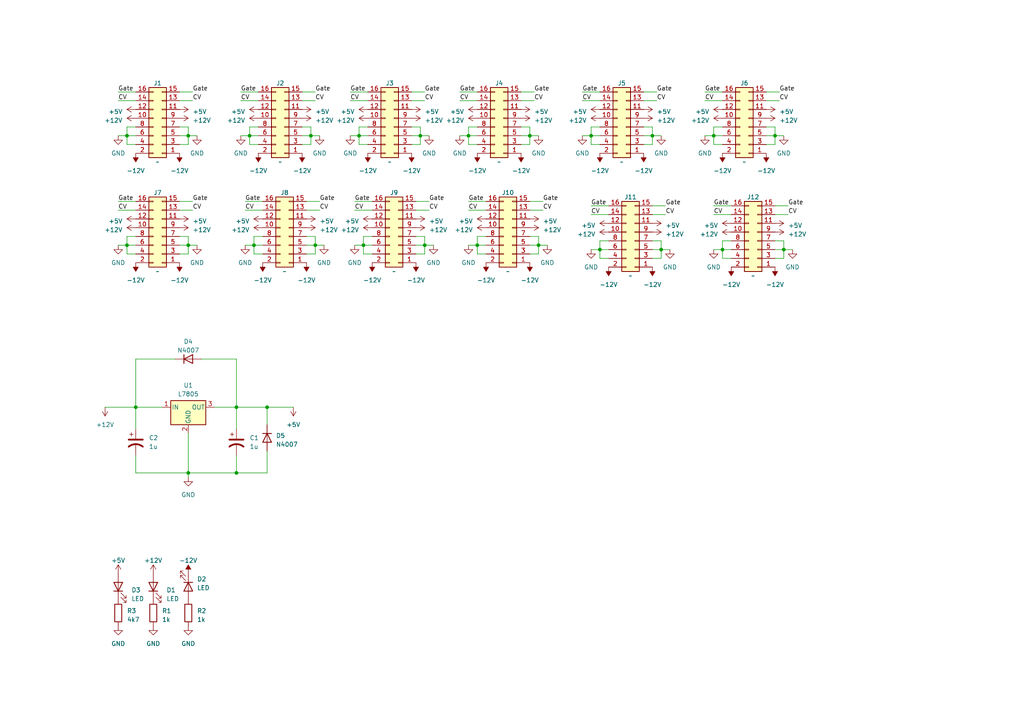
<source format=kicad_sch>
(kicad_sch (version 20230121) (generator eeschema)

  (uuid a28e88ee-5cf9-4270-8e7f-7efd15a2f1c7)

  (paper "A4")

  (lib_symbols
    (symbol "Connector_Generic:Conn_02x08_Odd_Even" (pin_names (offset 1.016) hide) (in_bom yes) (on_board yes)
      (property "Reference" "J" (at 1.27 10.16 0)
        (effects (font (size 1.27 1.27)))
      )
      (property "Value" "Conn_02x08_Odd_Even" (at 1.27 -12.7 0)
        (effects (font (size 1.27 1.27)))
      )
      (property "Footprint" "" (at 0 0 0)
        (effects (font (size 1.27 1.27)) hide)
      )
      (property "Datasheet" "~" (at 0 0 0)
        (effects (font (size 1.27 1.27)) hide)
      )
      (property "ki_keywords" "connector" (at 0 0 0)
        (effects (font (size 1.27 1.27)) hide)
      )
      (property "ki_description" "Generic connector, double row, 02x08, odd/even pin numbering scheme (row 1 odd numbers, row 2 even numbers), script generated (kicad-library-utils/schlib/autogen/connector/)" (at 0 0 0)
        (effects (font (size 1.27 1.27)) hide)
      )
      (property "ki_fp_filters" "Connector*:*_2x??_*" (at 0 0 0)
        (effects (font (size 1.27 1.27)) hide)
      )
      (symbol "Conn_02x08_Odd_Even_1_1"
        (rectangle (start -1.27 -10.033) (end 0 -10.287)
          (stroke (width 0.1524) (type default))
          (fill (type none))
        )
        (rectangle (start -1.27 -7.493) (end 0 -7.747)
          (stroke (width 0.1524) (type default))
          (fill (type none))
        )
        (rectangle (start -1.27 -4.953) (end 0 -5.207)
          (stroke (width 0.1524) (type default))
          (fill (type none))
        )
        (rectangle (start -1.27 -2.413) (end 0 -2.667)
          (stroke (width 0.1524) (type default))
          (fill (type none))
        )
        (rectangle (start -1.27 0.127) (end 0 -0.127)
          (stroke (width 0.1524) (type default))
          (fill (type none))
        )
        (rectangle (start -1.27 2.667) (end 0 2.413)
          (stroke (width 0.1524) (type default))
          (fill (type none))
        )
        (rectangle (start -1.27 5.207) (end 0 4.953)
          (stroke (width 0.1524) (type default))
          (fill (type none))
        )
        (rectangle (start -1.27 7.747) (end 0 7.493)
          (stroke (width 0.1524) (type default))
          (fill (type none))
        )
        (rectangle (start -1.27 8.89) (end 3.81 -11.43)
          (stroke (width 0.254) (type default))
          (fill (type background))
        )
        (rectangle (start 3.81 -10.033) (end 2.54 -10.287)
          (stroke (width 0.1524) (type default))
          (fill (type none))
        )
        (rectangle (start 3.81 -7.493) (end 2.54 -7.747)
          (stroke (width 0.1524) (type default))
          (fill (type none))
        )
        (rectangle (start 3.81 -4.953) (end 2.54 -5.207)
          (stroke (width 0.1524) (type default))
          (fill (type none))
        )
        (rectangle (start 3.81 -2.413) (end 2.54 -2.667)
          (stroke (width 0.1524) (type default))
          (fill (type none))
        )
        (rectangle (start 3.81 0.127) (end 2.54 -0.127)
          (stroke (width 0.1524) (type default))
          (fill (type none))
        )
        (rectangle (start 3.81 2.667) (end 2.54 2.413)
          (stroke (width 0.1524) (type default))
          (fill (type none))
        )
        (rectangle (start 3.81 5.207) (end 2.54 4.953)
          (stroke (width 0.1524) (type default))
          (fill (type none))
        )
        (rectangle (start 3.81 7.747) (end 2.54 7.493)
          (stroke (width 0.1524) (type default))
          (fill (type none))
        )
        (pin passive line (at -5.08 7.62 0) (length 3.81)
          (name "Pin_1" (effects (font (size 1.27 1.27))))
          (number "1" (effects (font (size 1.27 1.27))))
        )
        (pin passive line (at 7.62 -2.54 180) (length 3.81)
          (name "Pin_10" (effects (font (size 1.27 1.27))))
          (number "10" (effects (font (size 1.27 1.27))))
        )
        (pin passive line (at -5.08 -5.08 0) (length 3.81)
          (name "Pin_11" (effects (font (size 1.27 1.27))))
          (number "11" (effects (font (size 1.27 1.27))))
        )
        (pin passive line (at 7.62 -5.08 180) (length 3.81)
          (name "Pin_12" (effects (font (size 1.27 1.27))))
          (number "12" (effects (font (size 1.27 1.27))))
        )
        (pin passive line (at -5.08 -7.62 0) (length 3.81)
          (name "Pin_13" (effects (font (size 1.27 1.27))))
          (number "13" (effects (font (size 1.27 1.27))))
        )
        (pin passive line (at 7.62 -7.62 180) (length 3.81)
          (name "Pin_14" (effects (font (size 1.27 1.27))))
          (number "14" (effects (font (size 1.27 1.27))))
        )
        (pin passive line (at -5.08 -10.16 0) (length 3.81)
          (name "Pin_15" (effects (font (size 1.27 1.27))))
          (number "15" (effects (font (size 1.27 1.27))))
        )
        (pin passive line (at 7.62 -10.16 180) (length 3.81)
          (name "Pin_16" (effects (font (size 1.27 1.27))))
          (number "16" (effects (font (size 1.27 1.27))))
        )
        (pin passive line (at 7.62 7.62 180) (length 3.81)
          (name "Pin_2" (effects (font (size 1.27 1.27))))
          (number "2" (effects (font (size 1.27 1.27))))
        )
        (pin passive line (at -5.08 5.08 0) (length 3.81)
          (name "Pin_3" (effects (font (size 1.27 1.27))))
          (number "3" (effects (font (size 1.27 1.27))))
        )
        (pin passive line (at 7.62 5.08 180) (length 3.81)
          (name "Pin_4" (effects (font (size 1.27 1.27))))
          (number "4" (effects (font (size 1.27 1.27))))
        )
        (pin passive line (at -5.08 2.54 0) (length 3.81)
          (name "Pin_5" (effects (font (size 1.27 1.27))))
          (number "5" (effects (font (size 1.27 1.27))))
        )
        (pin passive line (at 7.62 2.54 180) (length 3.81)
          (name "Pin_6" (effects (font (size 1.27 1.27))))
          (number "6" (effects (font (size 1.27 1.27))))
        )
        (pin passive line (at -5.08 0 0) (length 3.81)
          (name "Pin_7" (effects (font (size 1.27 1.27))))
          (number "7" (effects (font (size 1.27 1.27))))
        )
        (pin passive line (at 7.62 0 180) (length 3.81)
          (name "Pin_8" (effects (font (size 1.27 1.27))))
          (number "8" (effects (font (size 1.27 1.27))))
        )
        (pin passive line (at -5.08 -2.54 0) (length 3.81)
          (name "Pin_9" (effects (font (size 1.27 1.27))))
          (number "9" (effects (font (size 1.27 1.27))))
        )
      )
    )
    (symbol "Device:C_Polarized_US" (pin_numbers hide) (pin_names (offset 0.254) hide) (in_bom yes) (on_board yes)
      (property "Reference" "C" (at 0.635 2.54 0)
        (effects (font (size 1.27 1.27)) (justify left))
      )
      (property "Value" "C_Polarized_US" (at 0.635 -2.54 0)
        (effects (font (size 1.27 1.27)) (justify left))
      )
      (property "Footprint" "" (at 0 0 0)
        (effects (font (size 1.27 1.27)) hide)
      )
      (property "Datasheet" "~" (at 0 0 0)
        (effects (font (size 1.27 1.27)) hide)
      )
      (property "ki_keywords" "cap capacitor" (at 0 0 0)
        (effects (font (size 1.27 1.27)) hide)
      )
      (property "ki_description" "Polarized capacitor, US symbol" (at 0 0 0)
        (effects (font (size 1.27 1.27)) hide)
      )
      (property "ki_fp_filters" "CP_*" (at 0 0 0)
        (effects (font (size 1.27 1.27)) hide)
      )
      (symbol "C_Polarized_US_0_1"
        (polyline
          (pts
            (xy -2.032 0.762)
            (xy 2.032 0.762)
          )
          (stroke (width 0.508) (type default))
          (fill (type none))
        )
        (polyline
          (pts
            (xy -1.778 2.286)
            (xy -0.762 2.286)
          )
          (stroke (width 0) (type default))
          (fill (type none))
        )
        (polyline
          (pts
            (xy -1.27 1.778)
            (xy -1.27 2.794)
          )
          (stroke (width 0) (type default))
          (fill (type none))
        )
        (arc (start 2.032 -1.27) (mid 0 -0.5572) (end -2.032 -1.27)
          (stroke (width 0.508) (type default))
          (fill (type none))
        )
      )
      (symbol "C_Polarized_US_1_1"
        (pin passive line (at 0 3.81 270) (length 2.794)
          (name "~" (effects (font (size 1.27 1.27))))
          (number "1" (effects (font (size 1.27 1.27))))
        )
        (pin passive line (at 0 -3.81 90) (length 3.302)
          (name "~" (effects (font (size 1.27 1.27))))
          (number "2" (effects (font (size 1.27 1.27))))
        )
      )
    )
    (symbol "Device:D" (pin_numbers hide) (pin_names (offset 1.016) hide) (in_bom yes) (on_board yes)
      (property "Reference" "D" (at 0 2.54 0)
        (effects (font (size 1.27 1.27)))
      )
      (property "Value" "D" (at 0 -2.54 0)
        (effects (font (size 1.27 1.27)))
      )
      (property "Footprint" "" (at 0 0 0)
        (effects (font (size 1.27 1.27)) hide)
      )
      (property "Datasheet" "~" (at 0 0 0)
        (effects (font (size 1.27 1.27)) hide)
      )
      (property "Sim.Device" "D" (at 0 0 0)
        (effects (font (size 1.27 1.27)) hide)
      )
      (property "Sim.Pins" "1=K 2=A" (at 0 0 0)
        (effects (font (size 1.27 1.27)) hide)
      )
      (property "ki_keywords" "diode" (at 0 0 0)
        (effects (font (size 1.27 1.27)) hide)
      )
      (property "ki_description" "Diode" (at 0 0 0)
        (effects (font (size 1.27 1.27)) hide)
      )
      (property "ki_fp_filters" "TO-???* *_Diode_* *SingleDiode* D_*" (at 0 0 0)
        (effects (font (size 1.27 1.27)) hide)
      )
      (symbol "D_0_1"
        (polyline
          (pts
            (xy -1.27 1.27)
            (xy -1.27 -1.27)
          )
          (stroke (width 0.254) (type default))
          (fill (type none))
        )
        (polyline
          (pts
            (xy 1.27 0)
            (xy -1.27 0)
          )
          (stroke (width 0) (type default))
          (fill (type none))
        )
        (polyline
          (pts
            (xy 1.27 1.27)
            (xy 1.27 -1.27)
            (xy -1.27 0)
            (xy 1.27 1.27)
          )
          (stroke (width 0.254) (type default))
          (fill (type none))
        )
      )
      (symbol "D_1_1"
        (pin passive line (at -3.81 0 0) (length 2.54)
          (name "K" (effects (font (size 1.27 1.27))))
          (number "1" (effects (font (size 1.27 1.27))))
        )
        (pin passive line (at 3.81 0 180) (length 2.54)
          (name "A" (effects (font (size 1.27 1.27))))
          (number "2" (effects (font (size 1.27 1.27))))
        )
      )
    )
    (symbol "Device:LED" (pin_numbers hide) (pin_names (offset 1.016) hide) (in_bom yes) (on_board yes)
      (property "Reference" "D" (at 0 2.54 0)
        (effects (font (size 1.27 1.27)))
      )
      (property "Value" "LED" (at 0 -2.54 0)
        (effects (font (size 1.27 1.27)))
      )
      (property "Footprint" "" (at 0 0 0)
        (effects (font (size 1.27 1.27)) hide)
      )
      (property "Datasheet" "~" (at 0 0 0)
        (effects (font (size 1.27 1.27)) hide)
      )
      (property "ki_keywords" "LED diode" (at 0 0 0)
        (effects (font (size 1.27 1.27)) hide)
      )
      (property "ki_description" "Light emitting diode" (at 0 0 0)
        (effects (font (size 1.27 1.27)) hide)
      )
      (property "ki_fp_filters" "LED* LED_SMD:* LED_THT:*" (at 0 0 0)
        (effects (font (size 1.27 1.27)) hide)
      )
      (symbol "LED_0_1"
        (polyline
          (pts
            (xy -1.27 -1.27)
            (xy -1.27 1.27)
          )
          (stroke (width 0.254) (type default))
          (fill (type none))
        )
        (polyline
          (pts
            (xy -1.27 0)
            (xy 1.27 0)
          )
          (stroke (width 0) (type default))
          (fill (type none))
        )
        (polyline
          (pts
            (xy 1.27 -1.27)
            (xy 1.27 1.27)
            (xy -1.27 0)
            (xy 1.27 -1.27)
          )
          (stroke (width 0.254) (type default))
          (fill (type none))
        )
        (polyline
          (pts
            (xy -3.048 -0.762)
            (xy -4.572 -2.286)
            (xy -3.81 -2.286)
            (xy -4.572 -2.286)
            (xy -4.572 -1.524)
          )
          (stroke (width 0) (type default))
          (fill (type none))
        )
        (polyline
          (pts
            (xy -1.778 -0.762)
            (xy -3.302 -2.286)
            (xy -2.54 -2.286)
            (xy -3.302 -2.286)
            (xy -3.302 -1.524)
          )
          (stroke (width 0) (type default))
          (fill (type none))
        )
      )
      (symbol "LED_1_1"
        (pin passive line (at -3.81 0 0) (length 2.54)
          (name "K" (effects (font (size 1.27 1.27))))
          (number "1" (effects (font (size 1.27 1.27))))
        )
        (pin passive line (at 3.81 0 180) (length 2.54)
          (name "A" (effects (font (size 1.27 1.27))))
          (number "2" (effects (font (size 1.27 1.27))))
        )
      )
    )
    (symbol "Device:R" (pin_numbers hide) (pin_names (offset 0)) (in_bom yes) (on_board yes)
      (property "Reference" "R" (at 2.032 0 90)
        (effects (font (size 1.27 1.27)))
      )
      (property "Value" "R" (at 0 0 90)
        (effects (font (size 1.27 1.27)))
      )
      (property "Footprint" "" (at -1.778 0 90)
        (effects (font (size 1.27 1.27)) hide)
      )
      (property "Datasheet" "~" (at 0 0 0)
        (effects (font (size 1.27 1.27)) hide)
      )
      (property "ki_keywords" "R res resistor" (at 0 0 0)
        (effects (font (size 1.27 1.27)) hide)
      )
      (property "ki_description" "Resistor" (at 0 0 0)
        (effects (font (size 1.27 1.27)) hide)
      )
      (property "ki_fp_filters" "R_*" (at 0 0 0)
        (effects (font (size 1.27 1.27)) hide)
      )
      (symbol "R_0_1"
        (rectangle (start -1.016 -2.54) (end 1.016 2.54)
          (stroke (width 0.254) (type default))
          (fill (type none))
        )
      )
      (symbol "R_1_1"
        (pin passive line (at 0 3.81 270) (length 1.27)
          (name "~" (effects (font (size 1.27 1.27))))
          (number "1" (effects (font (size 1.27 1.27))))
        )
        (pin passive line (at 0 -3.81 90) (length 1.27)
          (name "~" (effects (font (size 1.27 1.27))))
          (number "2" (effects (font (size 1.27 1.27))))
        )
      )
    )
    (symbol "Regulator_Linear:L7805" (pin_names (offset 0.254)) (in_bom yes) (on_board yes)
      (property "Reference" "U" (at -3.81 3.175 0)
        (effects (font (size 1.27 1.27)))
      )
      (property "Value" "L7805" (at 0 3.175 0)
        (effects (font (size 1.27 1.27)) (justify left))
      )
      (property "Footprint" "" (at 0.635 -3.81 0)
        (effects (font (size 1.27 1.27) italic) (justify left) hide)
      )
      (property "Datasheet" "http://www.st.com/content/ccc/resource/technical/document/datasheet/41/4f/b3/b0/12/d4/47/88/CD00000444.pdf/files/CD00000444.pdf/jcr:content/translations/en.CD00000444.pdf" (at 0 -1.27 0)
        (effects (font (size 1.27 1.27)) hide)
      )
      (property "ki_keywords" "Voltage Regulator 1.5A Positive" (at 0 0 0)
        (effects (font (size 1.27 1.27)) hide)
      )
      (property "ki_description" "Positive 1.5A 35V Linear Regulator, Fixed Output 5V, TO-220/TO-263/TO-252" (at 0 0 0)
        (effects (font (size 1.27 1.27)) hide)
      )
      (property "ki_fp_filters" "TO?252* TO?263* TO?220*" (at 0 0 0)
        (effects (font (size 1.27 1.27)) hide)
      )
      (symbol "L7805_0_1"
        (rectangle (start -5.08 1.905) (end 5.08 -5.08)
          (stroke (width 0.254) (type default))
          (fill (type background))
        )
      )
      (symbol "L7805_1_1"
        (pin power_in line (at -7.62 0 0) (length 2.54)
          (name "IN" (effects (font (size 1.27 1.27))))
          (number "1" (effects (font (size 1.27 1.27))))
        )
        (pin power_in line (at 0 -7.62 90) (length 2.54)
          (name "GND" (effects (font (size 1.27 1.27))))
          (number "2" (effects (font (size 1.27 1.27))))
        )
        (pin power_out line (at 7.62 0 180) (length 2.54)
          (name "OUT" (effects (font (size 1.27 1.27))))
          (number "3" (effects (font (size 1.27 1.27))))
        )
      )
    )
    (symbol "power:+12V" (power) (pin_names (offset 0)) (in_bom yes) (on_board yes)
      (property "Reference" "#PWR" (at 0 -3.81 0)
        (effects (font (size 1.27 1.27)) hide)
      )
      (property "Value" "+12V" (at 0 3.556 0)
        (effects (font (size 1.27 1.27)))
      )
      (property "Footprint" "" (at 0 0 0)
        (effects (font (size 1.27 1.27)) hide)
      )
      (property "Datasheet" "" (at 0 0 0)
        (effects (font (size 1.27 1.27)) hide)
      )
      (property "ki_keywords" "global power" (at 0 0 0)
        (effects (font (size 1.27 1.27)) hide)
      )
      (property "ki_description" "Power symbol creates a global label with name \"+12V\"" (at 0 0 0)
        (effects (font (size 1.27 1.27)) hide)
      )
      (symbol "+12V_0_1"
        (polyline
          (pts
            (xy -0.762 1.27)
            (xy 0 2.54)
          )
          (stroke (width 0) (type default))
          (fill (type none))
        )
        (polyline
          (pts
            (xy 0 0)
            (xy 0 2.54)
          )
          (stroke (width 0) (type default))
          (fill (type none))
        )
        (polyline
          (pts
            (xy 0 2.54)
            (xy 0.762 1.27)
          )
          (stroke (width 0) (type default))
          (fill (type none))
        )
      )
      (symbol "+12V_1_1"
        (pin power_in line (at 0 0 90) (length 0) hide
          (name "+12V" (effects (font (size 1.27 1.27))))
          (number "1" (effects (font (size 1.27 1.27))))
        )
      )
    )
    (symbol "power:+5V" (power) (pin_names (offset 0)) (in_bom yes) (on_board yes)
      (property "Reference" "#PWR" (at 0 -3.81 0)
        (effects (font (size 1.27 1.27)) hide)
      )
      (property "Value" "+5V" (at 0 3.556 0)
        (effects (font (size 1.27 1.27)))
      )
      (property "Footprint" "" (at 0 0 0)
        (effects (font (size 1.27 1.27)) hide)
      )
      (property "Datasheet" "" (at 0 0 0)
        (effects (font (size 1.27 1.27)) hide)
      )
      (property "ki_keywords" "global power" (at 0 0 0)
        (effects (font (size 1.27 1.27)) hide)
      )
      (property "ki_description" "Power symbol creates a global label with name \"+5V\"" (at 0 0 0)
        (effects (font (size 1.27 1.27)) hide)
      )
      (symbol "+5V_0_1"
        (polyline
          (pts
            (xy -0.762 1.27)
            (xy 0 2.54)
          )
          (stroke (width 0) (type default))
          (fill (type none))
        )
        (polyline
          (pts
            (xy 0 0)
            (xy 0 2.54)
          )
          (stroke (width 0) (type default))
          (fill (type none))
        )
        (polyline
          (pts
            (xy 0 2.54)
            (xy 0.762 1.27)
          )
          (stroke (width 0) (type default))
          (fill (type none))
        )
      )
      (symbol "+5V_1_1"
        (pin power_in line (at 0 0 90) (length 0) hide
          (name "+5V" (effects (font (size 1.27 1.27))))
          (number "1" (effects (font (size 1.27 1.27))))
        )
      )
    )
    (symbol "power:-12V" (power) (pin_names (offset 0)) (in_bom yes) (on_board yes)
      (property "Reference" "#PWR" (at 0 2.54 0)
        (effects (font (size 1.27 1.27)) hide)
      )
      (property "Value" "-12V" (at 0 3.81 0)
        (effects (font (size 1.27 1.27)))
      )
      (property "Footprint" "" (at 0 0 0)
        (effects (font (size 1.27 1.27)) hide)
      )
      (property "Datasheet" "" (at 0 0 0)
        (effects (font (size 1.27 1.27)) hide)
      )
      (property "ki_keywords" "global power" (at 0 0 0)
        (effects (font (size 1.27 1.27)) hide)
      )
      (property "ki_description" "Power symbol creates a global label with name \"-12V\"" (at 0 0 0)
        (effects (font (size 1.27 1.27)) hide)
      )
      (symbol "-12V_0_0"
        (pin power_in line (at 0 0 90) (length 0) hide
          (name "-12V" (effects (font (size 1.27 1.27))))
          (number "1" (effects (font (size 1.27 1.27))))
        )
      )
      (symbol "-12V_0_1"
        (polyline
          (pts
            (xy 0 0)
            (xy 0 1.27)
            (xy 0.762 1.27)
            (xy 0 2.54)
            (xy -0.762 1.27)
            (xy 0 1.27)
          )
          (stroke (width 0) (type default))
          (fill (type outline))
        )
      )
    )
    (symbol "power:GND" (power) (pin_names (offset 0)) (in_bom yes) (on_board yes)
      (property "Reference" "#PWR" (at 0 -6.35 0)
        (effects (font (size 1.27 1.27)) hide)
      )
      (property "Value" "GND" (at 0 -3.81 0)
        (effects (font (size 1.27 1.27)))
      )
      (property "Footprint" "" (at 0 0 0)
        (effects (font (size 1.27 1.27)) hide)
      )
      (property "Datasheet" "" (at 0 0 0)
        (effects (font (size 1.27 1.27)) hide)
      )
      (property "ki_keywords" "global power" (at 0 0 0)
        (effects (font (size 1.27 1.27)) hide)
      )
      (property "ki_description" "Power symbol creates a global label with name \"GND\" , ground" (at 0 0 0)
        (effects (font (size 1.27 1.27)) hide)
      )
      (symbol "GND_0_1"
        (polyline
          (pts
            (xy 0 0)
            (xy 0 -1.27)
            (xy 1.27 -1.27)
            (xy 0 -2.54)
            (xy -1.27 -1.27)
            (xy 0 -1.27)
          )
          (stroke (width 0) (type default))
          (fill (type none))
        )
      )
      (symbol "GND_1_1"
        (pin power_in line (at 0 0 270) (length 0) hide
          (name "GND" (effects (font (size 1.27 1.27))))
          (number "1" (effects (font (size 1.27 1.27))))
        )
      )
    )
  )

  (junction (at 156.21 71.12) (diameter 0) (color 0 0 0 0)
    (uuid 01350dfc-2657-4611-8aab-ecb7adc38be1)
  )
  (junction (at 121.92 39.37) (diameter 0) (color 0 0 0 0)
    (uuid 0887ce10-b9b8-454a-9f45-f5ea5a54dec0)
  )
  (junction (at 36.83 39.37) (diameter 0) (color 0 0 0 0)
    (uuid 25ef55d0-f3be-4d2b-977a-dbd4124c0004)
  )
  (junction (at 68.58 118.11) (diameter 0) (color 0 0 0 0)
    (uuid 27aba2fc-31b7-4a61-a374-54ed0aec9862)
  )
  (junction (at 73.66 71.12) (diameter 0) (color 0 0 0 0)
    (uuid 29e4eb57-6b26-48a4-9ae7-910c6ba8e161)
  )
  (junction (at 54.61 137.16) (diameter 0) (color 0 0 0 0)
    (uuid 3eca0a6e-e142-4a7d-833b-d189d6893d99)
  )
  (junction (at 138.43 71.12) (diameter 0) (color 0 0 0 0)
    (uuid 3fa86a33-9d2d-4701-9103-d4e4ca9127fc)
  )
  (junction (at 173.99 72.39) (diameter 0) (color 0 0 0 0)
    (uuid 47f799a1-bb02-48dc-9fff-0a951f8f6741)
  )
  (junction (at 207.01 39.37) (diameter 0) (color 0 0 0 0)
    (uuid 5389e4d3-b4bf-4481-9dd1-f64b36d45478)
  )
  (junction (at 36.83 71.12) (diameter 0) (color 0 0 0 0)
    (uuid 557e153c-5ed0-4857-a280-e5410b1e1e7b)
  )
  (junction (at 39.37 118.11) (diameter 0) (color 0 0 0 0)
    (uuid 56ee629c-be90-4f90-8b52-34689841dc57)
  )
  (junction (at 191.77 72.39) (diameter 0) (color 0 0 0 0)
    (uuid 58767dfa-65a4-4fdc-a4b0-94374e111455)
  )
  (junction (at 209.55 72.39) (diameter 0) (color 0 0 0 0)
    (uuid 58f84b99-a150-41ee-859d-694be512e70a)
  )
  (junction (at 54.61 39.37) (diameter 0) (color 0 0 0 0)
    (uuid 5a211cae-b982-4ee9-9409-ab8a3ded6e04)
  )
  (junction (at 171.45 39.37) (diameter 0) (color 0 0 0 0)
    (uuid 5a26c66c-c078-490e-a092-43a23eafd4e3)
  )
  (junction (at 105.41 71.12) (diameter 0) (color 0 0 0 0)
    (uuid 7d37f079-3bae-4c28-9998-2dfe83be0cbb)
  )
  (junction (at 135.89 39.37) (diameter 0) (color 0 0 0 0)
    (uuid 7d834347-ff66-4edb-af44-01b2aab4584b)
  )
  (junction (at 77.47 118.11) (diameter 0) (color 0 0 0 0)
    (uuid 88f2b517-cd72-4f10-a26a-6a8ace4727dc)
  )
  (junction (at 153.67 39.37) (diameter 0) (color 0 0 0 0)
    (uuid a0c0c93c-b5b2-4efa-962d-f3172cbc5acd)
  )
  (junction (at 189.23 39.37) (diameter 0) (color 0 0 0 0)
    (uuid a66e2aa6-3533-422c-8175-c4311f9d679e)
  )
  (junction (at 224.79 39.37) (diameter 0) (color 0 0 0 0)
    (uuid b3642dd9-87e7-48a5-b979-1e2837b8eeda)
  )
  (junction (at 72.39 39.37) (diameter 0) (color 0 0 0 0)
    (uuid c85a4179-4e76-4d96-83c4-fc11defce278)
  )
  (junction (at 123.19 71.12) (diameter 0) (color 0 0 0 0)
    (uuid d3436aaf-b05f-4d27-bd99-8e5e263972f3)
  )
  (junction (at 68.58 137.16) (diameter 0) (color 0 0 0 0)
    (uuid d350a484-916d-48ae-8312-bb9c6d1e518d)
  )
  (junction (at 90.17 39.37) (diameter 0) (color 0 0 0 0)
    (uuid df27384a-1eab-47ce-868f-5e3d77e5cd71)
  )
  (junction (at 91.44 71.12) (diameter 0) (color 0 0 0 0)
    (uuid e41d74a1-ce18-4f45-8f91-62bb298d0bdd)
  )
  (junction (at 104.14 39.37) (diameter 0) (color 0 0 0 0)
    (uuid e6ffe739-9fe0-4cf8-9a08-16141a808812)
  )
  (junction (at 227.33 72.39) (diameter 0) (color 0 0 0 0)
    (uuid f6d41ac4-a238-46ab-8e93-7229e55d59c2)
  )
  (junction (at 54.61 71.12) (diameter 0) (color 0 0 0 0)
    (uuid f9e1bbd2-80b6-44b9-b4fd-699d06f66066)
  )

  (wire (pts (xy 138.43 73.66) (xy 138.43 71.12))
    (stroke (width 0) (type default))
    (uuid 0074342a-8f43-488c-922d-3abcb9a61459)
  )
  (wire (pts (xy 36.83 36.83) (xy 39.37 36.83))
    (stroke (width 0) (type default))
    (uuid 009527ee-66d7-493d-8676-3e5b921a652b)
  )
  (wire (pts (xy 153.67 41.91) (xy 153.67 39.37))
    (stroke (width 0) (type default))
    (uuid 0228b969-4639-4153-adfc-baa349e5127c)
  )
  (wire (pts (xy 68.58 104.14) (xy 68.58 118.11))
    (stroke (width 0) (type default))
    (uuid 031f8d87-ef34-4a31-8e0b-c8d80ba68c3d)
  )
  (wire (pts (xy 39.37 104.14) (xy 39.37 118.11))
    (stroke (width 0) (type default))
    (uuid 047d1666-f3ff-471c-99fc-07e20e9d0a36)
  )
  (wire (pts (xy 39.37 118.11) (xy 39.37 124.46))
    (stroke (width 0) (type default))
    (uuid 04faefc1-9c0c-46b3-a89f-32ef39933281)
  )
  (wire (pts (xy 90.17 36.83) (xy 90.17 39.37))
    (stroke (width 0) (type default))
    (uuid 068fbe23-6154-4e0b-824f-eb8b49c9747c)
  )
  (wire (pts (xy 87.63 41.91) (xy 90.17 41.91))
    (stroke (width 0) (type default))
    (uuid 08c25a26-8dc5-4e2b-b5ce-5725a2566d17)
  )
  (wire (pts (xy 153.67 58.42) (xy 157.48 58.42))
    (stroke (width 0) (type default))
    (uuid 099bdd73-7ea3-443c-a44e-1d2358f0496c)
  )
  (wire (pts (xy 191.77 74.93) (xy 191.77 72.39))
    (stroke (width 0) (type default))
    (uuid 09ef2d81-2ff3-4fbd-9341-a43b26d42723)
  )
  (wire (pts (xy 62.23 118.11) (xy 68.58 118.11))
    (stroke (width 0) (type default))
    (uuid 0a9efa7a-2413-4f68-b4aa-0b2522f6b011)
  )
  (wire (pts (xy 105.41 68.58) (xy 107.95 68.58))
    (stroke (width 0) (type default))
    (uuid 0b12062b-9b6e-4cf5-8456-117583963771)
  )
  (wire (pts (xy 36.83 39.37) (xy 39.37 39.37))
    (stroke (width 0) (type default))
    (uuid 0b35f9d1-e89e-4371-8f07-d2c8af04eb78)
  )
  (wire (pts (xy 124.46 39.37) (xy 121.92 39.37))
    (stroke (width 0) (type default))
    (uuid 0bc1533a-b0e6-4be0-b1d9-0c3c9848dcdc)
  )
  (wire (pts (xy 36.83 73.66) (xy 36.83 71.12))
    (stroke (width 0) (type default))
    (uuid 0c73da18-c65d-4860-adfe-841c6cf611d0)
  )
  (wire (pts (xy 204.47 26.67) (xy 209.55 26.67))
    (stroke (width 0) (type default))
    (uuid 1057f7e5-879a-4efc-845a-b982e8ddf8d8)
  )
  (wire (pts (xy 88.9 71.12) (xy 91.44 71.12))
    (stroke (width 0) (type default))
    (uuid 10868827-b555-4c48-a0fe-3c0fed093544)
  )
  (wire (pts (xy 52.07 71.12) (xy 54.61 71.12))
    (stroke (width 0) (type default))
    (uuid 1447d9ed-8418-402a-a746-d386517f0b82)
  )
  (wire (pts (xy 189.23 59.69) (xy 193.04 59.69))
    (stroke (width 0) (type default))
    (uuid 14cb3342-b273-40fa-99c4-a7efb01c94e9)
  )
  (wire (pts (xy 135.89 71.12) (xy 138.43 71.12))
    (stroke (width 0) (type default))
    (uuid 18c166a8-4bee-4023-b8c1-3272417f1dde)
  )
  (wire (pts (xy 39.37 41.91) (xy 36.83 41.91))
    (stroke (width 0) (type default))
    (uuid 1a151f6d-eb6b-4404-8b24-f3bf72e8fa38)
  )
  (wire (pts (xy 224.79 69.85) (xy 227.33 69.85))
    (stroke (width 0) (type default))
    (uuid 1bf78e95-78ef-4d00-9b91-4592431c02d4)
  )
  (wire (pts (xy 171.45 62.23) (xy 176.53 62.23))
    (stroke (width 0) (type default))
    (uuid 1e3851d1-0692-4f14-bad8-b4763e23d229)
  )
  (wire (pts (xy 207.01 41.91) (xy 207.01 39.37))
    (stroke (width 0) (type default))
    (uuid 1ec1b333-daa9-4dff-85ad-b7e21a99409a)
  )
  (wire (pts (xy 227.33 74.93) (xy 227.33 72.39))
    (stroke (width 0) (type default))
    (uuid 1f9ff7dc-ac55-40ba-92c6-8076f14df8ed)
  )
  (wire (pts (xy 50.8 104.14) (xy 39.37 104.14))
    (stroke (width 0) (type default))
    (uuid 1fca4670-a807-44c1-b0c7-fd3798debe69)
  )
  (wire (pts (xy 222.25 36.83) (xy 224.79 36.83))
    (stroke (width 0) (type default))
    (uuid 20280802-c696-4f4d-b5ed-11d9ed35a316)
  )
  (wire (pts (xy 224.79 41.91) (xy 224.79 39.37))
    (stroke (width 0) (type default))
    (uuid 21d6d457-1d56-45ea-81b0-58cb16461f4f)
  )
  (wire (pts (xy 87.63 26.67) (xy 91.44 26.67))
    (stroke (width 0) (type default))
    (uuid 26089b88-912b-40e7-90ea-9ac02cfdfa70)
  )
  (wire (pts (xy 151.13 26.67) (xy 154.94 26.67))
    (stroke (width 0) (type default))
    (uuid 28171102-c72a-42dc-a615-a9faf8d3d213)
  )
  (wire (pts (xy 207.01 39.37) (xy 209.55 39.37))
    (stroke (width 0) (type default))
    (uuid 2828e156-5e85-4130-bd87-c57a17e7823f)
  )
  (wire (pts (xy 77.47 130.81) (xy 77.47 137.16))
    (stroke (width 0) (type default))
    (uuid 291e091d-e0e2-4e78-9d12-b8e6d31d6a0c)
  )
  (wire (pts (xy 69.85 39.37) (xy 72.39 39.37))
    (stroke (width 0) (type default))
    (uuid 2acaf438-a1aa-4425-b617-01fce33ac7cd)
  )
  (wire (pts (xy 207.01 72.39) (xy 209.55 72.39))
    (stroke (width 0) (type default))
    (uuid 2bf52561-41b0-4c92-880e-ea2840a052a0)
  )
  (wire (pts (xy 171.45 41.91) (xy 171.45 39.37))
    (stroke (width 0) (type default))
    (uuid 2ce824d4-ca9c-4546-8478-ed9bfaca70de)
  )
  (wire (pts (xy 123.19 73.66) (xy 123.19 71.12))
    (stroke (width 0) (type default))
    (uuid 2d555681-c798-40cc-b262-d644beed26ce)
  )
  (wire (pts (xy 74.93 41.91) (xy 72.39 41.91))
    (stroke (width 0) (type default))
    (uuid 2f63584b-f509-4a5b-8077-e7936a819318)
  )
  (wire (pts (xy 88.9 73.66) (xy 91.44 73.66))
    (stroke (width 0) (type default))
    (uuid 3206084b-f6f5-4e76-95c4-fc9465047fb5)
  )
  (wire (pts (xy 156.21 68.58) (xy 156.21 71.12))
    (stroke (width 0) (type default))
    (uuid 328764ef-f490-4e12-b4ce-9f88184e8294)
  )
  (wire (pts (xy 54.61 125.73) (xy 54.61 137.16))
    (stroke (width 0) (type default))
    (uuid 337393b3-264e-46d5-9798-b63d5ae7b6f6)
  )
  (wire (pts (xy 121.92 41.91) (xy 121.92 39.37))
    (stroke (width 0) (type default))
    (uuid 34474560-b2e4-4427-9b4f-ccaf8a059d2e)
  )
  (wire (pts (xy 68.58 118.11) (xy 68.58 124.46))
    (stroke (width 0) (type default))
    (uuid 3484d3fb-e68a-4698-b960-18755dca2b1a)
  )
  (wire (pts (xy 54.61 73.66) (xy 54.61 71.12))
    (stroke (width 0) (type default))
    (uuid 34efa6b7-26ef-4242-b278-066dbd8d5154)
  )
  (wire (pts (xy 39.37 132.08) (xy 39.37 137.16))
    (stroke (width 0) (type default))
    (uuid 3690d4f6-2602-4174-829c-069701e8169d)
  )
  (wire (pts (xy 171.45 36.83) (xy 173.99 36.83))
    (stroke (width 0) (type default))
    (uuid 3972d9a0-b970-4ac6-82f0-1f393fcba6b1)
  )
  (wire (pts (xy 140.97 73.66) (xy 138.43 73.66))
    (stroke (width 0) (type default))
    (uuid 398e4deb-0189-4785-b6c7-df1420ef6f31)
  )
  (wire (pts (xy 171.45 59.69) (xy 176.53 59.69))
    (stroke (width 0) (type default))
    (uuid 3a55fbf2-9581-448d-9a09-4a46ab4fa704)
  )
  (wire (pts (xy 39.37 73.66) (xy 36.83 73.66))
    (stroke (width 0) (type default))
    (uuid 3b34c8a6-b92d-4f6d-8f99-cf612cbc541d)
  )
  (wire (pts (xy 138.43 68.58) (xy 140.97 68.58))
    (stroke (width 0) (type default))
    (uuid 3baf0f27-e935-45fd-b598-7dd927f853fc)
  )
  (wire (pts (xy 186.69 41.91) (xy 189.23 41.91))
    (stroke (width 0) (type default))
    (uuid 3c0e8fae-d71d-4044-a961-12cd74130aad)
  )
  (wire (pts (xy 73.66 73.66) (xy 73.66 71.12))
    (stroke (width 0) (type default))
    (uuid 3c83a389-512f-4b04-a30b-8fb149d567f1)
  )
  (wire (pts (xy 54.61 41.91) (xy 54.61 39.37))
    (stroke (width 0) (type default))
    (uuid 3cefb413-4188-4727-9c30-e27febbe40cf)
  )
  (wire (pts (xy 101.6 26.67) (xy 106.68 26.67))
    (stroke (width 0) (type default))
    (uuid 3e4fb0c4-761b-494c-bf65-12582a01e4bf)
  )
  (wire (pts (xy 224.79 72.39) (xy 227.33 72.39))
    (stroke (width 0) (type default))
    (uuid 3f0ad7f9-b8aa-4cf0-9e81-c67896a14e26)
  )
  (wire (pts (xy 119.38 41.91) (xy 121.92 41.91))
    (stroke (width 0) (type default))
    (uuid 4023acdc-9c5e-4f76-b227-c3e89f63b943)
  )
  (wire (pts (xy 171.45 72.39) (xy 173.99 72.39))
    (stroke (width 0) (type default))
    (uuid 40e8ac98-6c3a-4a0a-a8a8-6cc4f1f72422)
  )
  (wire (pts (xy 91.44 73.66) (xy 91.44 71.12))
    (stroke (width 0) (type default))
    (uuid 4138fea7-8c61-42be-9713-20d884b04f27)
  )
  (wire (pts (xy 186.69 26.67) (xy 190.5 26.67))
    (stroke (width 0) (type default))
    (uuid 41d6d5c5-8235-4590-bca0-7e8df5a4093f)
  )
  (wire (pts (xy 92.71 60.96) (xy 88.9 60.96))
    (stroke (width 0) (type default))
    (uuid 4277b509-08a2-46a5-9fe6-ec6642c22535)
  )
  (wire (pts (xy 106.68 41.91) (xy 104.14 41.91))
    (stroke (width 0) (type default))
    (uuid 42f59aee-925e-4339-8bf3-6e01e8f3ade9)
  )
  (wire (pts (xy 204.47 29.21) (xy 209.55 29.21))
    (stroke (width 0) (type default))
    (uuid 432247ed-46fb-499f-b9b4-feebf84e4207)
  )
  (wire (pts (xy 191.77 69.85) (xy 191.77 72.39))
    (stroke (width 0) (type default))
    (uuid 436e1bea-0b2c-45f3-a421-faa10e5cfdc0)
  )
  (wire (pts (xy 90.17 41.91) (xy 90.17 39.37))
    (stroke (width 0) (type default))
    (uuid 45f31f59-e681-4f45-99fb-74aa5b70c112)
  )
  (wire (pts (xy 102.87 71.12) (xy 105.41 71.12))
    (stroke (width 0) (type default))
    (uuid 46f1fd93-d2b8-49f9-94dd-8d7073298842)
  )
  (wire (pts (xy 54.61 138.43) (xy 54.61 137.16))
    (stroke (width 0) (type default))
    (uuid 480cb0c4-a97b-458e-bd02-839e1082e885)
  )
  (wire (pts (xy 209.55 74.93) (xy 209.55 72.39))
    (stroke (width 0) (type default))
    (uuid 4c1e8552-01cb-42f6-9638-55bcafbb14cf)
  )
  (wire (pts (xy 222.25 39.37) (xy 224.79 39.37))
    (stroke (width 0) (type default))
    (uuid 4c309383-4b1e-4942-ba65-72e2ec67149e)
  )
  (wire (pts (xy 173.99 69.85) (xy 176.53 69.85))
    (stroke (width 0) (type default))
    (uuid 4dabfbf8-4066-4821-8b16-69cb6025ead4)
  )
  (wire (pts (xy 36.83 41.91) (xy 36.83 39.37))
    (stroke (width 0) (type default))
    (uuid 4e010b68-b0e6-4f9b-8dc0-eed93a0aa601)
  )
  (wire (pts (xy 52.07 58.42) (xy 55.88 58.42))
    (stroke (width 0) (type default))
    (uuid 5166cf38-abe6-41ea-8c8c-7551f73d89c2)
  )
  (wire (pts (xy 189.23 69.85) (xy 191.77 69.85))
    (stroke (width 0) (type default))
    (uuid 51a884dc-3284-4aac-a188-c522ecfb862a)
  )
  (wire (pts (xy 36.83 68.58) (xy 39.37 68.58))
    (stroke (width 0) (type default))
    (uuid 5494c754-a9a3-4ba3-83b6-161f8eba908e)
  )
  (wire (pts (xy 36.83 39.37) (xy 36.83 36.83))
    (stroke (width 0) (type default))
    (uuid 54a66c47-4d96-46ae-a106-fe09e571644f)
  )
  (wire (pts (xy 92.71 39.37) (xy 90.17 39.37))
    (stroke (width 0) (type default))
    (uuid 550f9f63-b02d-4e5e-b549-6fb7d062fbd0)
  )
  (wire (pts (xy 168.91 29.21) (xy 173.99 29.21))
    (stroke (width 0) (type default))
    (uuid 570680cf-1eb7-4f01-96e2-2c1bb2a8c617)
  )
  (wire (pts (xy 135.89 60.96) (xy 140.97 60.96))
    (stroke (width 0) (type default))
    (uuid 5b35dc9c-52b7-4d8d-9694-d30aba87337b)
  )
  (wire (pts (xy 105.41 71.12) (xy 105.41 68.58))
    (stroke (width 0) (type default))
    (uuid 5dce39a1-03d8-4350-91ca-155f978d7b92)
  )
  (wire (pts (xy 76.2 73.66) (xy 73.66 73.66))
    (stroke (width 0) (type default))
    (uuid 5defeb16-cf41-4b1a-b0f0-35fc42cd035d)
  )
  (wire (pts (xy 186.69 39.37) (xy 189.23 39.37))
    (stroke (width 0) (type default))
    (uuid 613a91a3-7587-4350-8341-deea6b59e6c0)
  )
  (wire (pts (xy 135.89 39.37) (xy 135.89 36.83))
    (stroke (width 0) (type default))
    (uuid 62f5a638-2e22-49b6-bc3d-eca5d326d06b)
  )
  (wire (pts (xy 34.29 60.96) (xy 39.37 60.96))
    (stroke (width 0) (type default))
    (uuid 633d9d59-7e43-48ef-91f5-f86d31e0d09e)
  )
  (wire (pts (xy 102.87 58.42) (xy 107.95 58.42))
    (stroke (width 0) (type default))
    (uuid 63846bce-9ec8-4900-80bb-56e9b777b083)
  )
  (wire (pts (xy 209.55 69.85) (xy 212.09 69.85))
    (stroke (width 0) (type default))
    (uuid 64e156e5-0cca-4d6d-9e53-c4b650f79121)
  )
  (wire (pts (xy 171.45 39.37) (xy 171.45 36.83))
    (stroke (width 0) (type default))
    (uuid 66da43c8-6d99-40b7-a8db-452c56d64770)
  )
  (wire (pts (xy 119.38 26.67) (xy 123.19 26.67))
    (stroke (width 0) (type default))
    (uuid 67191326-4464-4182-b370-b80ae9df5f45)
  )
  (wire (pts (xy 222.25 26.67) (xy 226.06 26.67))
    (stroke (width 0) (type default))
    (uuid 67c50038-3b3d-4cf3-8b90-f43150e89411)
  )
  (wire (pts (xy 173.99 41.91) (xy 171.45 41.91))
    (stroke (width 0) (type default))
    (uuid 67f84c03-91e8-470e-9a8d-b8df3a2c80ed)
  )
  (wire (pts (xy 224.79 59.69) (xy 228.6 59.69))
    (stroke (width 0) (type default))
    (uuid 68cf654e-f33e-4499-9502-ad4e0e67c5c6)
  )
  (wire (pts (xy 171.45 39.37) (xy 173.99 39.37))
    (stroke (width 0) (type default))
    (uuid 68e26a9d-0aaa-4f13-a4b0-9ceac30f3c03)
  )
  (wire (pts (xy 133.35 26.67) (xy 138.43 26.67))
    (stroke (width 0) (type default))
    (uuid 6a638aa5-e681-479a-a3dd-7ab24b7235e0)
  )
  (wire (pts (xy 151.13 39.37) (xy 153.67 39.37))
    (stroke (width 0) (type default))
    (uuid 6be5315a-c470-4602-8d2d-9b95d4b35c21)
  )
  (wire (pts (xy 153.67 36.83) (xy 153.67 39.37))
    (stroke (width 0) (type default))
    (uuid 6d1e7eb5-996a-4940-a7c7-9419e4f843bb)
  )
  (wire (pts (xy 173.99 72.39) (xy 173.99 69.85))
    (stroke (width 0) (type default))
    (uuid 737b186e-0b61-44ce-985d-022b3c85b19e)
  )
  (wire (pts (xy 194.31 72.39) (xy 191.77 72.39))
    (stroke (width 0) (type default))
    (uuid 73ef3098-644e-4027-a62c-564bf7899935)
  )
  (wire (pts (xy 52.07 41.91) (xy 54.61 41.91))
    (stroke (width 0) (type default))
    (uuid 754bf184-9c47-4eba-b28c-f55930cf2087)
  )
  (wire (pts (xy 135.89 39.37) (xy 138.43 39.37))
    (stroke (width 0) (type default))
    (uuid 762204a7-147f-4b60-9da8-11b3755d5dbb)
  )
  (wire (pts (xy 224.79 74.93) (xy 227.33 74.93))
    (stroke (width 0) (type default))
    (uuid 77510912-47b8-4727-8914-d23bbaed7c81)
  )
  (wire (pts (xy 207.01 36.83) (xy 209.55 36.83))
    (stroke (width 0) (type default))
    (uuid 776f4f8f-7f34-4f39-bc90-32de79e87f1f)
  )
  (wire (pts (xy 189.23 72.39) (xy 191.77 72.39))
    (stroke (width 0) (type default))
    (uuid 778a113d-28ab-4283-8ea2-97b5b7ff0b73)
  )
  (wire (pts (xy 68.58 118.11) (xy 77.47 118.11))
    (stroke (width 0) (type default))
    (uuid 791b7fa3-4efc-4b74-a633-10e5d1ff92da)
  )
  (wire (pts (xy 72.39 41.91) (xy 72.39 39.37))
    (stroke (width 0) (type default))
    (uuid 79c97e3f-5e06-416b-bf1f-50fbd93d61fe)
  )
  (wire (pts (xy 209.55 41.91) (xy 207.01 41.91))
    (stroke (width 0) (type default))
    (uuid 7e7cdc12-0cbd-4dd9-bd42-b1f7d66985da)
  )
  (wire (pts (xy 34.29 71.12) (xy 36.83 71.12))
    (stroke (width 0) (type default))
    (uuid 7ec7a96e-534e-44d8-9671-21e2ed0c9572)
  )
  (wire (pts (xy 77.47 118.11) (xy 85.09 118.11))
    (stroke (width 0) (type default))
    (uuid 7ffd3bdd-960d-49a1-876c-e4862150c0dd)
  )
  (wire (pts (xy 193.04 62.23) (xy 189.23 62.23))
    (stroke (width 0) (type default))
    (uuid 8267a9f3-f3aa-4a9d-af05-02a52399d8db)
  )
  (wire (pts (xy 52.07 36.83) (xy 54.61 36.83))
    (stroke (width 0) (type default))
    (uuid 82a65c0d-688b-409f-aebf-992512ec4bbd)
  )
  (wire (pts (xy 72.39 39.37) (xy 72.39 36.83))
    (stroke (width 0) (type default))
    (uuid 8354ff33-9f68-4c26-8055-cd6877da78e5)
  )
  (wire (pts (xy 104.14 39.37) (xy 104.14 36.83))
    (stroke (width 0) (type default))
    (uuid 8793d34e-d280-44b9-9bb6-a394bea3796d)
  )
  (wire (pts (xy 72.39 36.83) (xy 74.93 36.83))
    (stroke (width 0) (type default))
    (uuid 8905a81b-86a8-45d9-a5a1-bba9ced2628c)
  )
  (wire (pts (xy 93.98 71.12) (xy 91.44 71.12))
    (stroke (width 0) (type default))
    (uuid 8bdfa826-aa69-40e1-8481-cdd0a42ae4a3)
  )
  (wire (pts (xy 168.91 39.37) (xy 171.45 39.37))
    (stroke (width 0) (type default))
    (uuid 8d2ad620-8734-411d-b909-d08218f367bc)
  )
  (wire (pts (xy 153.67 68.58) (xy 156.21 68.58))
    (stroke (width 0) (type default))
    (uuid 8e95dd15-65cc-4900-a55c-663e3ae7b1a0)
  )
  (wire (pts (xy 55.88 29.21) (xy 52.07 29.21))
    (stroke (width 0) (type default))
    (uuid 8f58b6a5-fc94-45e0-9d5a-cd02d7912d89)
  )
  (wire (pts (xy 107.95 73.66) (xy 105.41 73.66))
    (stroke (width 0) (type default))
    (uuid 90dc3e82-4a2d-4a70-8500-515081d9f754)
  )
  (wire (pts (xy 173.99 72.39) (xy 176.53 72.39))
    (stroke (width 0) (type default))
    (uuid 91d3a261-11e9-4359-99df-a740050b3808)
  )
  (wire (pts (xy 222.25 41.91) (xy 224.79 41.91))
    (stroke (width 0) (type default))
    (uuid 933771e8-fee6-4239-93f4-fdf49568f9a9)
  )
  (wire (pts (xy 77.47 123.19) (xy 77.47 118.11))
    (stroke (width 0) (type default))
    (uuid 945df60a-ec93-490c-978c-2d4bf9e59df0)
  )
  (wire (pts (xy 153.67 71.12) (xy 156.21 71.12))
    (stroke (width 0) (type default))
    (uuid 954f8890-d64c-48cf-8be4-af03f6daa551)
  )
  (wire (pts (xy 34.29 58.42) (xy 39.37 58.42))
    (stroke (width 0) (type default))
    (uuid 957245df-c9c9-4982-82a6-40b1305f7ea2)
  )
  (wire (pts (xy 69.85 26.67) (xy 74.93 26.67))
    (stroke (width 0) (type default))
    (uuid 96d3d531-ee74-431e-bb6c-9ee4d27c2210)
  )
  (wire (pts (xy 36.83 71.12) (xy 39.37 71.12))
    (stroke (width 0) (type default))
    (uuid 9a53ce50-10c7-4155-ae72-a213dd83f226)
  )
  (wire (pts (xy 52.07 68.58) (xy 54.61 68.58))
    (stroke (width 0) (type default))
    (uuid 9ab5ea26-08a6-4452-8fac-c49d71e3a0d3)
  )
  (wire (pts (xy 156.21 73.66) (xy 156.21 71.12))
    (stroke (width 0) (type default))
    (uuid 9b92ad9f-4bd5-4690-9a0f-3604bb96a99a)
  )
  (wire (pts (xy 69.85 29.21) (xy 74.93 29.21))
    (stroke (width 0) (type default))
    (uuid 9c995ef3-4736-409b-9713-5f8eddf6071e)
  )
  (wire (pts (xy 68.58 104.14) (xy 58.42 104.14))
    (stroke (width 0) (type default))
    (uuid 9cbaaa5e-c9fd-4d21-bb7e-bcbc2f3cce8b)
  )
  (wire (pts (xy 204.47 39.37) (xy 207.01 39.37))
    (stroke (width 0) (type default))
    (uuid 9ec4f47c-d2b1-4e3f-9cd6-8684d3bb11ff)
  )
  (wire (pts (xy 133.35 29.21) (xy 138.43 29.21))
    (stroke (width 0) (type default))
    (uuid 9f04b148-4d97-439b-a4b2-00caf11075b4)
  )
  (wire (pts (xy 209.55 72.39) (xy 209.55 69.85))
    (stroke (width 0) (type default))
    (uuid 9f24f063-d56f-4e5b-a741-4bb64a3deccb)
  )
  (wire (pts (xy 135.89 36.83) (xy 138.43 36.83))
    (stroke (width 0) (type default))
    (uuid 9f6975eb-a087-453e-af1c-5e603a8e93a3)
  )
  (wire (pts (xy 68.58 137.16) (xy 77.47 137.16))
    (stroke (width 0) (type default))
    (uuid 9f82108d-477b-4551-883b-e6c96de79c48)
  )
  (wire (pts (xy 52.07 39.37) (xy 54.61 39.37))
    (stroke (width 0) (type default))
    (uuid 9fcda183-6f2c-4344-81df-9111340a4f94)
  )
  (wire (pts (xy 119.38 39.37) (xy 121.92 39.37))
    (stroke (width 0) (type default))
    (uuid 9ff2768c-8a08-4093-8bc5-2c2804e9f27c)
  )
  (wire (pts (xy 34.29 29.21) (xy 39.37 29.21))
    (stroke (width 0) (type default))
    (uuid a0897aff-883b-4f34-aed1-9ec3ab27afbf)
  )
  (wire (pts (xy 68.58 132.08) (xy 68.58 137.16))
    (stroke (width 0) (type default))
    (uuid a14c3cb5-c9cc-4e22-9a07-583b8c7e5078)
  )
  (wire (pts (xy 224.79 36.83) (xy 224.79 39.37))
    (stroke (width 0) (type default))
    (uuid a150c2ff-1bdd-4e58-87a1-b9d05ff7e7c6)
  )
  (wire (pts (xy 151.13 36.83) (xy 153.67 36.83))
    (stroke (width 0) (type default))
    (uuid a2afcaf1-cf28-441b-b4ca-f09f429b6093)
  )
  (wire (pts (xy 104.14 41.91) (xy 104.14 39.37))
    (stroke (width 0) (type default))
    (uuid a2e7dc5f-ede7-4a41-8ee3-97a1df273780)
  )
  (wire (pts (xy 227.33 69.85) (xy 227.33 72.39))
    (stroke (width 0) (type default))
    (uuid a7e9fecf-f2d7-4b1e-8181-cc8975cbe3fc)
  )
  (wire (pts (xy 104.14 39.37) (xy 106.68 39.37))
    (stroke (width 0) (type default))
    (uuid a8b8e0ae-4985-48e4-98a1-8c171316bb95)
  )
  (wire (pts (xy 226.06 29.21) (xy 222.25 29.21))
    (stroke (width 0) (type default))
    (uuid a8ffa0f9-0c38-40b1-85ac-4ebdc83ce7be)
  )
  (wire (pts (xy 119.38 36.83) (xy 121.92 36.83))
    (stroke (width 0) (type default))
    (uuid aae3820c-f498-4b58-ab61-4a8d07aec854)
  )
  (wire (pts (xy 176.53 74.93) (xy 173.99 74.93))
    (stroke (width 0) (type default))
    (uuid ab3194c0-9e59-46b1-a0f4-34fd0b8aae6a)
  )
  (wire (pts (xy 125.73 71.12) (xy 123.19 71.12))
    (stroke (width 0) (type default))
    (uuid abbae62b-5e7b-47f8-a7b1-ae5348e17444)
  )
  (wire (pts (xy 173.99 74.93) (xy 173.99 72.39))
    (stroke (width 0) (type default))
    (uuid abbfa4cf-3cb7-439d-842d-6537b15511ab)
  )
  (wire (pts (xy 102.87 60.96) (xy 107.95 60.96))
    (stroke (width 0) (type default))
    (uuid acd8ddd6-c57b-4f62-9d5b-4748549056ea)
  )
  (wire (pts (xy 168.91 26.67) (xy 173.99 26.67))
    (stroke (width 0) (type default))
    (uuid aebb57db-9df4-4c53-b5bf-bde57f9bb4a9)
  )
  (wire (pts (xy 189.23 41.91) (xy 189.23 39.37))
    (stroke (width 0) (type default))
    (uuid aec394a7-ca9c-4c0a-aadd-2f74bf92a2cd)
  )
  (wire (pts (xy 124.46 60.96) (xy 120.65 60.96))
    (stroke (width 0) (type default))
    (uuid b0267bb2-67d2-4910-929e-0974f643c25d)
  )
  (wire (pts (xy 105.41 71.12) (xy 107.95 71.12))
    (stroke (width 0) (type default))
    (uuid b085174e-77f9-4aec-8c0e-ed6c785171ea)
  )
  (wire (pts (xy 91.44 29.21) (xy 87.63 29.21))
    (stroke (width 0) (type default))
    (uuid b0f05250-b2c5-4213-ae94-5069de4a4538)
  )
  (wire (pts (xy 72.39 39.37) (xy 74.93 39.37))
    (stroke (width 0) (type default))
    (uuid b25b7f1e-aeb7-450e-bf84-7f9871022857)
  )
  (wire (pts (xy 123.19 29.21) (xy 119.38 29.21))
    (stroke (width 0) (type default))
    (uuid b281240a-c3f1-4bca-bad9-a468feac8bad)
  )
  (wire (pts (xy 191.77 39.37) (xy 189.23 39.37))
    (stroke (width 0) (type default))
    (uuid b432386d-4c0c-426d-98fa-f7b84800e01d)
  )
  (wire (pts (xy 104.14 36.83) (xy 106.68 36.83))
    (stroke (width 0) (type default))
    (uuid b5bf86b0-4ad2-4b2e-93d7-87a35f589b4c)
  )
  (wire (pts (xy 39.37 118.11) (xy 46.99 118.11))
    (stroke (width 0) (type default))
    (uuid b6eeebea-f0dd-4781-80f7-2d6111a74ab9)
  )
  (wire (pts (xy 71.12 60.96) (xy 76.2 60.96))
    (stroke (width 0) (type default))
    (uuid b78620a5-dc59-4232-a364-333471dcc6bf)
  )
  (wire (pts (xy 186.69 36.83) (xy 189.23 36.83))
    (stroke (width 0) (type default))
    (uuid b7a7c5ea-7247-4bfb-948a-0e95e5c59267)
  )
  (wire (pts (xy 54.61 36.83) (xy 54.61 39.37))
    (stroke (width 0) (type default))
    (uuid b7a7e07c-e8dc-4ca5-bcd6-cc22c8659742)
  )
  (wire (pts (xy 105.41 73.66) (xy 105.41 71.12))
    (stroke (width 0) (type default))
    (uuid b96cf55c-f1ab-4425-ba5c-0e798fcd54ea)
  )
  (wire (pts (xy 123.19 68.58) (xy 123.19 71.12))
    (stroke (width 0) (type default))
    (uuid b978aa25-0769-4033-a453-a12e3c776729)
  )
  (wire (pts (xy 57.15 39.37) (xy 54.61 39.37))
    (stroke (width 0) (type default))
    (uuid babdae58-42e3-4d8d-9ffc-53b30088fc4b)
  )
  (wire (pts (xy 87.63 36.83) (xy 90.17 36.83))
    (stroke (width 0) (type default))
    (uuid bbdd17b4-e334-4729-ab86-2196bf31f1dc)
  )
  (wire (pts (xy 30.48 118.11) (xy 39.37 118.11))
    (stroke (width 0) (type default))
    (uuid bfdee7fd-c1eb-4d5e-b3aa-2565a8b0a064)
  )
  (wire (pts (xy 52.07 26.67) (xy 55.88 26.67))
    (stroke (width 0) (type default))
    (uuid c02ec30d-450f-436b-a41e-2e887d4ea7ab)
  )
  (wire (pts (xy 34.29 39.37) (xy 36.83 39.37))
    (stroke (width 0) (type default))
    (uuid c0806b53-9e39-4f75-98ac-bd57d4f156ee)
  )
  (wire (pts (xy 73.66 71.12) (xy 73.66 68.58))
    (stroke (width 0) (type default))
    (uuid c0cfef3d-823d-4324-b2bc-357ca16141be)
  )
  (wire (pts (xy 36.83 71.12) (xy 36.83 68.58))
    (stroke (width 0) (type default))
    (uuid c0f163ab-6751-4786-935e-921fc46374e2)
  )
  (wire (pts (xy 88.9 58.42) (xy 92.71 58.42))
    (stroke (width 0) (type default))
    (uuid c219efeb-de3f-4c10-b9f5-27e577708979)
  )
  (wire (pts (xy 120.65 68.58) (xy 123.19 68.58))
    (stroke (width 0) (type default))
    (uuid c3a3f157-fa97-445a-8eca-4e97d0a09da5)
  )
  (wire (pts (xy 120.65 58.42) (xy 124.46 58.42))
    (stroke (width 0) (type default))
    (uuid c4b4e0f7-d588-4596-8370-e6126776d802)
  )
  (wire (pts (xy 138.43 41.91) (xy 135.89 41.91))
    (stroke (width 0) (type default))
    (uuid c5869f3b-36d1-4015-84cb-617ee87ab5aa)
  )
  (wire (pts (xy 227.33 39.37) (xy 224.79 39.37))
    (stroke (width 0) (type default))
    (uuid c637059d-41eb-4305-95f1-639aa7a7bcb9)
  )
  (wire (pts (xy 229.87 72.39) (xy 227.33 72.39))
    (stroke (width 0) (type default))
    (uuid c7fafe45-9302-47d1-8067-8634566cbd44)
  )
  (wire (pts (xy 88.9 68.58) (xy 91.44 68.58))
    (stroke (width 0) (type default))
    (uuid c8b96692-4c85-447d-914a-608884feb6a7)
  )
  (wire (pts (xy 207.01 59.69) (xy 212.09 59.69))
    (stroke (width 0) (type default))
    (uuid c99aec4d-efb1-47bd-a0b3-d9c45cb14b6f)
  )
  (wire (pts (xy 101.6 29.21) (xy 106.68 29.21))
    (stroke (width 0) (type default))
    (uuid cb3ed1ea-a829-46ac-b4fe-86518b13d01d)
  )
  (wire (pts (xy 54.61 68.58) (xy 54.61 71.12))
    (stroke (width 0) (type default))
    (uuid d1bffc82-06e3-48b9-bd2e-a515491700c8)
  )
  (wire (pts (xy 135.89 41.91) (xy 135.89 39.37))
    (stroke (width 0) (type default))
    (uuid d1d47731-59e8-4da8-aac9-95492ca763c7)
  )
  (wire (pts (xy 57.15 71.12) (xy 54.61 71.12))
    (stroke (width 0) (type default))
    (uuid d1e007ee-85d3-46ee-b366-2d8c55e5c428)
  )
  (wire (pts (xy 120.65 71.12) (xy 123.19 71.12))
    (stroke (width 0) (type default))
    (uuid d2f73187-697d-4b17-b42b-54dd35bd1482)
  )
  (wire (pts (xy 73.66 68.58) (xy 76.2 68.58))
    (stroke (width 0) (type default))
    (uuid d31a2337-a92d-444e-86a2-a9422bc31084)
  )
  (wire (pts (xy 52.07 73.66) (xy 54.61 73.66))
    (stroke (width 0) (type default))
    (uuid d4edd7a0-ad01-4fbd-bbc2-125c46c90099)
  )
  (wire (pts (xy 207.01 62.23) (xy 212.09 62.23))
    (stroke (width 0) (type default))
    (uuid d614ad02-bbf7-48c8-8bda-fe800bfaf066)
  )
  (wire (pts (xy 138.43 71.12) (xy 138.43 68.58))
    (stroke (width 0) (type default))
    (uuid d628a637-761a-4e8d-b50c-9c45331e431e)
  )
  (wire (pts (xy 138.43 71.12) (xy 140.97 71.12))
    (stroke (width 0) (type default))
    (uuid d9a5a49d-2a93-4814-8c5a-8be557951b90)
  )
  (wire (pts (xy 73.66 71.12) (xy 76.2 71.12))
    (stroke (width 0) (type default))
    (uuid da2b167e-8503-4f22-8dc4-7a9287e30e3c)
  )
  (wire (pts (xy 151.13 41.91) (xy 153.67 41.91))
    (stroke (width 0) (type default))
    (uuid de8b949c-3c63-46c8-b48e-aad02cddd053)
  )
  (wire (pts (xy 209.55 72.39) (xy 212.09 72.39))
    (stroke (width 0) (type default))
    (uuid e0120188-d264-48de-ac96-678699c14f84)
  )
  (wire (pts (xy 189.23 74.93) (xy 191.77 74.93))
    (stroke (width 0) (type default))
    (uuid e103909d-b9d3-4bf3-b27d-2d25fb508550)
  )
  (wire (pts (xy 34.29 26.67) (xy 39.37 26.67))
    (stroke (width 0) (type default))
    (uuid e1580155-237d-4c45-b456-973aad2f0444)
  )
  (wire (pts (xy 156.21 39.37) (xy 153.67 39.37))
    (stroke (width 0) (type default))
    (uuid e721ed9e-cf85-41b0-b383-ef527eda7732)
  )
  (wire (pts (xy 212.09 74.93) (xy 209.55 74.93))
    (stroke (width 0) (type default))
    (uuid e9681547-d862-42a6-a2dd-76b6ccd2d461)
  )
  (wire (pts (xy 133.35 39.37) (xy 135.89 39.37))
    (stroke (width 0) (type default))
    (uuid e9fb6a07-231f-4b60-a3b0-2a20c032edb8)
  )
  (wire (pts (xy 157.48 60.96) (xy 153.67 60.96))
    (stroke (width 0) (type default))
    (uuid eb553e1c-3dbb-4e91-ae54-dcab80d93f67)
  )
  (wire (pts (xy 39.37 137.16) (xy 54.61 137.16))
    (stroke (width 0) (type default))
    (uuid eb9b7a69-419b-4c5e-a0b1-4b02f4dc8e39)
  )
  (wire (pts (xy 87.63 39.37) (xy 90.17 39.37))
    (stroke (width 0) (type default))
    (uuid ed9a07f7-1c72-4cf7-ad46-ea44ff6169fa)
  )
  (wire (pts (xy 207.01 39.37) (xy 207.01 36.83))
    (stroke (width 0) (type default))
    (uuid ee8b701b-e1a7-463b-87a0-a5ce94c9bd13)
  )
  (wire (pts (xy 101.6 39.37) (xy 104.14 39.37))
    (stroke (width 0) (type default))
    (uuid eef50ecc-845e-4896-8d5e-fda277f7ff22)
  )
  (wire (pts (xy 71.12 58.42) (xy 76.2 58.42))
    (stroke (width 0) (type default))
    (uuid efcc300e-2f3f-4638-a63d-af03eab9dfbe)
  )
  (wire (pts (xy 190.5 29.21) (xy 186.69 29.21))
    (stroke (width 0) (type default))
    (uuid f2c75a39-fe5a-4cbf-a32a-2fd118d8845b)
  )
  (wire (pts (xy 228.6 62.23) (xy 224.79 62.23))
    (stroke (width 0) (type default))
    (uuid f42a6be6-7d64-41b1-aa4e-868906cc9334)
  )
  (wire (pts (xy 189.23 36.83) (xy 189.23 39.37))
    (stroke (width 0) (type default))
    (uuid f61b9daa-fdb2-4b93-9325-70da6b88806d)
  )
  (wire (pts (xy 120.65 73.66) (xy 123.19 73.66))
    (stroke (width 0) (type default))
    (uuid f627914b-bb13-49ee-a5e5-7977f890ba4f)
  )
  (wire (pts (xy 71.12 71.12) (xy 73.66 71.12))
    (stroke (width 0) (type default))
    (uuid f7027eaa-fbc1-446e-ad7a-f7fcc401f393)
  )
  (wire (pts (xy 121.92 36.83) (xy 121.92 39.37))
    (stroke (width 0) (type default))
    (uuid fa777da6-de97-4575-8c68-0915f9438bf2)
  )
  (wire (pts (xy 54.61 137.16) (xy 68.58 137.16))
    (stroke (width 0) (type default))
    (uuid fa87de81-7e99-4daa-8c51-5323bee86ed9)
  )
  (wire (pts (xy 153.67 73.66) (xy 156.21 73.66))
    (stroke (width 0) (type default))
    (uuid fbb164ae-28ec-4fff-8752-408d567b3a29)
  )
  (wire (pts (xy 55.88 60.96) (xy 52.07 60.96))
    (stroke (width 0) (type default))
    (uuid fbe2cd7f-b5ac-4bcc-80cc-92edfd8814e8)
  )
  (wire (pts (xy 158.75 71.12) (xy 156.21 71.12))
    (stroke (width 0) (type default))
    (uuid fbee8dc1-4cc1-4a43-9e35-c819e6449d87)
  )
  (wire (pts (xy 154.94 29.21) (xy 151.13 29.21))
    (stroke (width 0) (type default))
    (uuid fc1515f3-b7e5-4fb6-836f-4c2ad131e254)
  )
  (wire (pts (xy 91.44 68.58) (xy 91.44 71.12))
    (stroke (width 0) (type default))
    (uuid fd90bfe2-7981-4ba9-80c1-abbab233ca4c)
  )
  (wire (pts (xy 135.89 58.42) (xy 140.97 58.42))
    (stroke (width 0) (type default))
    (uuid fffdcb76-64ea-4200-8a1d-da67c9acc7a0)
  )

  (label "Gate" (at 34.29 26.67 0) (fields_autoplaced)
    (effects (font (size 1.27 1.27)) (justify left bottom))
    (uuid 0cb9a9ab-2606-4c42-8537-f8dc5c41e253)
  )
  (label "CV" (at 226.06 29.21 0) (fields_autoplaced)
    (effects (font (size 1.27 1.27)) (justify left bottom))
    (uuid 18a925b2-3db3-4268-97e9-570f1705772c)
  )
  (label "Gate" (at 157.48 58.42 0) (fields_autoplaced)
    (effects (font (size 1.27 1.27)) (justify left bottom))
    (uuid 18bb0157-6012-4e5e-b099-0be6d41eda15)
  )
  (label "CV" (at 157.48 60.96 0) (fields_autoplaced)
    (effects (font (size 1.27 1.27)) (justify left bottom))
    (uuid 1fcae62d-75fa-4a35-a2db-720111e3cdeb)
  )
  (label "Gate" (at 168.91 26.67 0) (fields_autoplaced)
    (effects (font (size 1.27 1.27)) (justify left bottom))
    (uuid 1fe249df-9e0d-43ce-ae28-f74986a26c6b)
  )
  (label "CV" (at 123.19 29.21 0) (fields_autoplaced)
    (effects (font (size 1.27 1.27)) (justify left bottom))
    (uuid 2b21090a-a072-4d1d-84d6-8fac1471e36c)
  )
  (label "CV" (at 55.88 60.96 0) (fields_autoplaced)
    (effects (font (size 1.27 1.27)) (justify left bottom))
    (uuid 2efbd09c-59c2-4d3f-b6fc-2d96e1fb4015)
  )
  (label "CV" (at 228.6 62.23 0) (fields_autoplaced)
    (effects (font (size 1.27 1.27)) (justify left bottom))
    (uuid 3262bb44-ce71-44e3-820c-1449d39ac691)
  )
  (label "Gate" (at 102.87 58.42 0) (fields_autoplaced)
    (effects (font (size 1.27 1.27)) (justify left bottom))
    (uuid 33993c26-fd28-48e8-a390-47e89a946575)
  )
  (label "CV" (at 204.47 29.21 0) (fields_autoplaced)
    (effects (font (size 1.27 1.27)) (justify left bottom))
    (uuid 3b2951b9-d8ff-47f2-b8d2-61b47fcdecd2)
  )
  (label "Gate" (at 69.85 26.67 0) (fields_autoplaced)
    (effects (font (size 1.27 1.27)) (justify left bottom))
    (uuid 3bed8417-1c8e-40d6-96ee-233506d5bbb9)
  )
  (label "CV" (at 92.71 60.96 0) (fields_autoplaced)
    (effects (font (size 1.27 1.27)) (justify left bottom))
    (uuid 4c6d2eb2-8f81-4b23-8139-063efb436d99)
  )
  (label "CV" (at 133.35 29.21 0) (fields_autoplaced)
    (effects (font (size 1.27 1.27)) (justify left bottom))
    (uuid 4cbadc70-b0a7-4e28-b89d-da87f6a8dd44)
  )
  (label "Gate" (at 154.94 26.67 0) (fields_autoplaced)
    (effects (font (size 1.27 1.27)) (justify left bottom))
    (uuid 583e9ac1-a4aa-4b9e-98e5-ddb9208d7ad2)
  )
  (label "Gate" (at 71.12 58.42 0) (fields_autoplaced)
    (effects (font (size 1.27 1.27)) (justify left bottom))
    (uuid 60972573-dc4a-43b1-bae9-3842c4956874)
  )
  (label "Gate" (at 228.6 59.69 0) (fields_autoplaced)
    (effects (font (size 1.27 1.27)) (justify left bottom))
    (uuid 66f16560-13e3-4a31-bb71-2b8579b790e8)
  )
  (label "CV" (at 71.12 60.96 0) (fields_autoplaced)
    (effects (font (size 1.27 1.27)) (justify left bottom))
    (uuid 76255318-838f-4b4d-9820-ff0e0f8d9eb1)
  )
  (label "Gate" (at 135.89 58.42 0) (fields_autoplaced)
    (effects (font (size 1.27 1.27)) (justify left bottom))
    (uuid 7a68a97b-a63e-4039-bf66-fdc86db8697a)
  )
  (label "Gate" (at 91.44 26.67 0) (fields_autoplaced)
    (effects (font (size 1.27 1.27)) (justify left bottom))
    (uuid 7aa26f0a-06f4-46ad-b554-677f60a8fbc3)
  )
  (label "CV" (at 171.45 62.23 0) (fields_autoplaced)
    (effects (font (size 1.27 1.27)) (justify left bottom))
    (uuid 7fe0d0b5-400f-43b0-821e-ba9e6dd47590)
  )
  (label "Gate" (at 204.47 26.67 0) (fields_autoplaced)
    (effects (font (size 1.27 1.27)) (justify left bottom))
    (uuid 8010302e-a7fa-4b8e-930f-37a3887b2101)
  )
  (label "Gate" (at 133.35 26.67 0) (fields_autoplaced)
    (effects (font (size 1.27 1.27)) (justify left bottom))
    (uuid 929534ce-aace-48e4-95dd-adbd9f123bcf)
  )
  (label "CV" (at 154.94 29.21 0) (fields_autoplaced)
    (effects (font (size 1.27 1.27)) (justify left bottom))
    (uuid 92de96fa-bff2-4fb0-95e4-9a235043a8cc)
  )
  (label "CV" (at 168.91 29.21 0) (fields_autoplaced)
    (effects (font (size 1.27 1.27)) (justify left bottom))
    (uuid 96be882d-cc25-48d8-8e06-f928943de267)
  )
  (label "Gate" (at 190.5 26.67 0) (fields_autoplaced)
    (effects (font (size 1.27 1.27)) (justify left bottom))
    (uuid 99073fd9-d598-491a-835d-9f98728d809b)
  )
  (label "Gate" (at 124.46 58.42 0) (fields_autoplaced)
    (effects (font (size 1.27 1.27)) (justify left bottom))
    (uuid 9b1ea17b-8240-4491-a018-2ea79646a8dc)
  )
  (label "CV" (at 91.44 29.21 0) (fields_autoplaced)
    (effects (font (size 1.27 1.27)) (justify left bottom))
    (uuid a12cbeff-f003-4975-85b6-90d6f8a0b3fa)
  )
  (label "Gate" (at 101.6 26.67 0) (fields_autoplaced)
    (effects (font (size 1.27 1.27)) (justify left bottom))
    (uuid a4b5d300-1358-4404-b5e8-fc2a1a8e98d9)
  )
  (label "CV" (at 34.29 29.21 0) (fields_autoplaced)
    (effects (font (size 1.27 1.27)) (justify left bottom))
    (uuid aba1e2b4-37a8-4a04-804d-65a84b346288)
  )
  (label "CV" (at 124.46 60.96 0) (fields_autoplaced)
    (effects (font (size 1.27 1.27)) (justify left bottom))
    (uuid abf8ba49-3626-444b-9ef4-211f4007f473)
  )
  (label "CV" (at 55.88 29.21 0) (fields_autoplaced)
    (effects (font (size 1.27 1.27)) (justify left bottom))
    (uuid b290077f-553f-4ec5-ae32-a0df555de03d)
  )
  (label "Gate" (at 226.06 26.67 0) (fields_autoplaced)
    (effects (font (size 1.27 1.27)) (justify left bottom))
    (uuid b806a6b9-65ba-47e1-a348-01cb8aee5aac)
  )
  (label "CV" (at 207.01 62.23 0) (fields_autoplaced)
    (effects (font (size 1.27 1.27)) (justify left bottom))
    (uuid b907f618-3058-49c6-8d11-a82c65e65294)
  )
  (label "CV" (at 34.29 60.96 0) (fields_autoplaced)
    (effects (font (size 1.27 1.27)) (justify left bottom))
    (uuid bc316481-9f55-4115-835d-1af73366f1d8)
  )
  (label "Gate" (at 34.29 58.42 0) (fields_autoplaced)
    (effects (font (size 1.27 1.27)) (justify left bottom))
    (uuid c47ca794-936f-42fc-81c2-c5cb2889419d)
  )
  (label "CV" (at 69.85 29.21 0) (fields_autoplaced)
    (effects (font (size 1.27 1.27)) (justify left bottom))
    (uuid c624cea9-174f-47ab-8d1a-da2f315c0556)
  )
  (label "Gate" (at 207.01 59.69 0) (fields_autoplaced)
    (effects (font (size 1.27 1.27)) (justify left bottom))
    (uuid d992f3b7-4fc4-4c30-968b-7846dbe07b61)
  )
  (label "Gate" (at 92.71 58.42 0) (fields_autoplaced)
    (effects (font (size 1.27 1.27)) (justify left bottom))
    (uuid db7c306d-1099-434c-84df-114ded993be3)
  )
  (label "Gate" (at 171.45 59.69 0) (fields_autoplaced)
    (effects (font (size 1.27 1.27)) (justify left bottom))
    (uuid dc3b26a3-b941-4722-ae50-bf5945720981)
  )
  (label "CV" (at 101.6 29.21 0) (fields_autoplaced)
    (effects (font (size 1.27 1.27)) (justify left bottom))
    (uuid dd9d7383-4b9a-4111-8957-5fbf8d65a2e1)
  )
  (label "CV" (at 102.87 60.96 0) (fields_autoplaced)
    (effects (font (size 1.27 1.27)) (justify left bottom))
    (uuid e13a772d-a602-49a6-bd6c-63afc37d5666)
  )
  (label "CV" (at 190.5 29.21 0) (fields_autoplaced)
    (effects (font (size 1.27 1.27)) (justify left bottom))
    (uuid e76daf84-b402-4ee1-9e4e-ac23aa26a275)
  )
  (label "CV" (at 135.89 60.96 0) (fields_autoplaced)
    (effects (font (size 1.27 1.27)) (justify left bottom))
    (uuid e7d33da2-c004-4282-934b-8998d2d0a884)
  )
  (label "CV" (at 193.04 62.23 0) (fields_autoplaced)
    (effects (font (size 1.27 1.27)) (justify left bottom))
    (uuid e84e10bc-7f44-4b76-a7fe-1c1fa9d7cc88)
  )
  (label "Gate" (at 55.88 26.67 0) (fields_autoplaced)
    (effects (font (size 1.27 1.27)) (justify left bottom))
    (uuid e8d0fb86-82ac-42e0-8da9-f680d2c6c0f0)
  )
  (label "Gate" (at 193.04 59.69 0) (fields_autoplaced)
    (effects (font (size 1.27 1.27)) (justify left bottom))
    (uuid ec8e7e13-146f-4028-bf96-c4f7b027ba8a)
  )
  (label "Gate" (at 55.88 58.42 0) (fields_autoplaced)
    (effects (font (size 1.27 1.27)) (justify left bottom))
    (uuid f13fc051-29d3-44eb-9a0f-de3236a775a5)
  )
  (label "Gate" (at 123.19 26.67 0) (fields_autoplaced)
    (effects (font (size 1.27 1.27)) (justify left bottom))
    (uuid f5fe3d7e-12bb-48b4-a9fe-8676e6a85afb)
  )

  (symbol (lib_id "power:-12V") (at 76.2 76.2 180) (unit 1)
    (in_bom yes) (on_board yes) (dnp no) (fields_autoplaced)
    (uuid 053419c8-a4ed-4d2d-a614-46f0cc807adc)
    (property "Reference" "#PWR060" (at 76.2 78.74 0)
      (effects (font (size 1.27 1.27)) hide)
    )
    (property "Value" "-12V" (at 76.2 81.28 0)
      (effects (font (size 1.27 1.27)))
    )
    (property "Footprint" "" (at 76.2 76.2 0)
      (effects (font (size 1.27 1.27)) hide)
    )
    (property "Datasheet" "" (at 76.2 76.2 0)
      (effects (font (size 1.27 1.27)) hide)
    )
    (pin "1" (uuid 1e7e9964-475a-4518-b3bf-23875bf891ad))
    (instances
      (project "power_supply"
        (path "/a28e88ee-5cf9-4270-8e7f-7efd15a2f1c7"
          (reference "#PWR060") (unit 1)
        )
      )
    )
  )

  (symbol (lib_id "power:GND") (at 71.12 71.12 0) (unit 1)
    (in_bom yes) (on_board yes) (dnp no) (fields_autoplaced)
    (uuid 0ae0713f-28e3-46b4-8aed-c1e5f0698c47)
    (property "Reference" "#PWR057" (at 71.12 77.47 0)
      (effects (font (size 1.27 1.27)) hide)
    )
    (property "Value" "GND" (at 71.12 76.2 0)
      (effects (font (size 1.27 1.27)))
    )
    (property "Footprint" "" (at 71.12 71.12 0)
      (effects (font (size 1.27 1.27)) hide)
    )
    (property "Datasheet" "" (at 71.12 71.12 0)
      (effects (font (size 1.27 1.27)) hide)
    )
    (pin "1" (uuid c0a63486-d236-4a7f-9a29-2a64ee19f3fd))
    (instances
      (project "power_supply"
        (path "/a28e88ee-5cf9-4270-8e7f-7efd15a2f1c7"
          (reference "#PWR057") (unit 1)
        )
      )
    )
  )

  (symbol (lib_id "power:-12V") (at 88.9 76.2 180) (unit 1)
    (in_bom yes) (on_board yes) (dnp no) (fields_autoplaced)
    (uuid 0ae07f74-613f-4cc3-b8c4-032ad6871caa)
    (property "Reference" "#PWR063" (at 88.9 78.74 0)
      (effects (font (size 1.27 1.27)) hide)
    )
    (property "Value" "-12V" (at 88.9 81.28 0)
      (effects (font (size 1.27 1.27)))
    )
    (property "Footprint" "" (at 88.9 76.2 0)
      (effects (font (size 1.27 1.27)) hide)
    )
    (property "Datasheet" "" (at 88.9 76.2 0)
      (effects (font (size 1.27 1.27)) hide)
    )
    (pin "1" (uuid 69d3365d-3202-42f4-9c43-1218e2984583))
    (instances
      (project "power_supply"
        (path "/a28e88ee-5cf9-4270-8e7f-7efd15a2f1c7"
          (reference "#PWR063") (unit 1)
        )
      )
    )
  )

  (symbol (lib_id "Regulator_Linear:L7805") (at 54.61 118.11 0) (unit 1)
    (in_bom yes) (on_board yes) (dnp no) (fields_autoplaced)
    (uuid 0e22c400-ae98-45d5-8417-2ca1be06f316)
    (property "Reference" "U1" (at 54.61 111.76 0)
      (effects (font (size 1.27 1.27)))
    )
    (property "Value" "L7805" (at 54.61 114.3 0)
      (effects (font (size 1.27 1.27)))
    )
    (property "Footprint" "Package_TO_SOT_THT:TO-220-3_Vertical" (at 55.245 121.92 0)
      (effects (font (size 1.27 1.27) italic) (justify left) hide)
    )
    (property "Datasheet" "http://www.st.com/content/ccc/resource/technical/document/datasheet/41/4f/b3/b0/12/d4/47/88/CD00000444.pdf/files/CD00000444.pdf/jcr:content/translations/en.CD00000444.pdf" (at 54.61 119.38 0)
      (effects (font (size 1.27 1.27)) hide)
    )
    (pin "1" (uuid e534d1ad-8a89-487c-b7a6-64c0331cb871))
    (pin "2" (uuid fbe9ef8a-fc18-46e0-982d-a29a0fe00fb3))
    (pin "3" (uuid 6788601a-6eae-4edc-a0da-7ed9ab2728fe))
    (instances
      (project "power_supply"
        (path "/a28e88ee-5cf9-4270-8e7f-7efd15a2f1c7"
          (reference "U1") (unit 1)
        )
      )
    )
  )

  (symbol (lib_id "power:GND") (at 125.73 71.12 0) (unit 1)
    (in_bom yes) (on_board yes) (dnp no) (fields_autoplaced)
    (uuid 11e70cf0-a772-4c7d-b7af-bd1bdc544296)
    (property "Reference" "#PWR072" (at 125.73 77.47 0)
      (effects (font (size 1.27 1.27)) hide)
    )
    (property "Value" "GND" (at 125.73 76.2 0)
      (effects (font (size 1.27 1.27)))
    )
    (property "Footprint" "" (at 125.73 71.12 0)
      (effects (font (size 1.27 1.27)) hide)
    )
    (property "Datasheet" "" (at 125.73 71.12 0)
      (effects (font (size 1.27 1.27)) hide)
    )
    (pin "1" (uuid 01ae0249-44b7-46b6-9044-7415388c6c1b))
    (instances
      (project "power_supply"
        (path "/a28e88ee-5cf9-4270-8e7f-7efd15a2f1c7"
          (reference "#PWR072") (unit 1)
        )
      )
    )
  )

  (symbol (lib_id "power:+12V") (at 44.45 166.37 0) (unit 1)
    (in_bom yes) (on_board yes) (dnp no) (fields_autoplaced)
    (uuid 13664fea-bcd9-4894-a6e7-67985f7445a0)
    (property "Reference" "#PWR0100" (at 44.45 170.18 0)
      (effects (font (size 1.27 1.27)) hide)
    )
    (property "Value" "+12V" (at 44.45 162.56 0)
      (effects (font (size 1.27 1.27)))
    )
    (property "Footprint" "" (at 44.45 166.37 0)
      (effects (font (size 1.27 1.27)) hide)
    )
    (property "Datasheet" "" (at 44.45 166.37 0)
      (effects (font (size 1.27 1.27)) hide)
    )
    (pin "1" (uuid ea23594e-78fd-4f01-9fb0-1c2979862e0d))
    (instances
      (project "power_supply"
        (path "/a28e88ee-5cf9-4270-8e7f-7efd15a2f1c7"
          (reference "#PWR0100") (unit 1)
        )
      )
    )
  )

  (symbol (lib_id "power:-12V") (at 176.53 77.47 180) (unit 1)
    (in_bom yes) (on_board yes) (dnp no) (fields_autoplaced)
    (uuid 148259c8-68eb-450d-9da4-d07b4a0233e3)
    (property "Reference" "#PWR084" (at 176.53 80.01 0)
      (effects (font (size 1.27 1.27)) hide)
    )
    (property "Value" "-12V" (at 176.53 82.55 0)
      (effects (font (size 1.27 1.27)))
    )
    (property "Footprint" "" (at 176.53 77.47 0)
      (effects (font (size 1.27 1.27)) hide)
    )
    (property "Datasheet" "" (at 176.53 77.47 0)
      (effects (font (size 1.27 1.27)) hide)
    )
    (pin "1" (uuid ba4971f2-19c9-4d25-ab7e-00801afadbd4))
    (instances
      (project "power_supply"
        (path "/a28e88ee-5cf9-4270-8e7f-7efd15a2f1c7"
          (reference "#PWR084") (unit 1)
        )
      )
    )
  )

  (symbol (lib_id "Connector_Generic:Conn_02x08_Odd_Even") (at 82.55 36.83 180) (unit 1)
    (in_bom yes) (on_board yes) (dnp no) (fields_autoplaced)
    (uuid 1521c453-e5bc-4cde-a03a-6d1e1e4e3b77)
    (property "Reference" "J2" (at 81.28 24.13 0)
      (effects (font (size 1.27 1.27)))
    )
    (property "Value" "~" (at 81.28 46.99 0)
      (effects (font (size 1.27 1.27)))
    )
    (property "Footprint" "Connector_IDC:IDC-Header_2x08_P2.54mm_Vertical" (at 82.55 36.83 0)
      (effects (font (size 1.27 1.27)) hide)
    )
    (property "Datasheet" "~" (at 82.55 36.83 0)
      (effects (font (size 1.27 1.27)) hide)
    )
    (pin "1" (uuid 2244b9bd-1cb1-410c-9f85-39867310abb9))
    (pin "10" (uuid 9015d45a-e76f-4cae-8af4-b0b45a15ce6f))
    (pin "11" (uuid cad69662-3df5-4405-8002-5e0eb80738ce))
    (pin "12" (uuid 42c59be1-a30e-40c2-aa2b-d9c6dfd07b3e))
    (pin "13" (uuid ab0e41a2-373e-42e8-83e4-a19bf93ca977))
    (pin "14" (uuid 23b4ed32-b8c3-418b-9cf4-b8dfefbe4773))
    (pin "15" (uuid 9222e378-103b-4b03-900c-6e5b840e06e3))
    (pin "16" (uuid 4ac80acd-09db-4ec1-b0bd-a61272540233))
    (pin "2" (uuid 325b773a-0bd0-498c-b2ae-c832ecbb7767))
    (pin "3" (uuid 0b6fb612-3515-4344-b3bc-1e4addb86b1c))
    (pin "4" (uuid cb46023d-31ec-4ea5-9189-e337ed71d70e))
    (pin "5" (uuid 4d3aad33-c699-4166-9adc-63839e5713ed))
    (pin "6" (uuid e544bbac-9a84-4066-b2e8-f668018ed40c))
    (pin "7" (uuid 334324ce-ba4e-484a-80af-4a95d5295e1c))
    (pin "8" (uuid d0abf430-60fc-44da-97e6-3a003cfad859))
    (pin "9" (uuid 0a0ef182-a021-4c33-a0aa-74f3e3d96b30))
    (instances
      (project "power_supply"
        (path "/a28e88ee-5cf9-4270-8e7f-7efd15a2f1c7"
          (reference "J2") (unit 1)
        )
      )
    )
  )

  (symbol (lib_id "Connector_Generic:Conn_02x08_Odd_Even") (at 46.99 68.58 180) (unit 1)
    (in_bom yes) (on_board yes) (dnp no) (fields_autoplaced)
    (uuid 1677ce49-3597-4ec2-ad75-d33158eeb030)
    (property "Reference" "J7" (at 45.72 55.88 0)
      (effects (font (size 1.27 1.27)))
    )
    (property "Value" "~" (at 45.72 78.74 0)
      (effects (font (size 1.27 1.27)))
    )
    (property "Footprint" "Connector_IDC:IDC-Header_2x08_P2.54mm_Vertical" (at 46.99 68.58 0)
      (effects (font (size 1.27 1.27)) hide)
    )
    (property "Datasheet" "~" (at 46.99 68.58 0)
      (effects (font (size 1.27 1.27)) hide)
    )
    (pin "1" (uuid d12ef76b-ac8b-49eb-8622-ae48c166a94c))
    (pin "10" (uuid da9d8c83-a4b2-46b6-bfd7-e00a1bdff77e))
    (pin "11" (uuid a7b28861-8ca7-4d8e-9830-148c8eeae5e1))
    (pin "12" (uuid 5fd88ab4-9f4d-45b7-9e0e-a802b2fad1f8))
    (pin "13" (uuid a2e7f490-a1fe-4c63-8aa7-82d4a1efd97d))
    (pin "14" (uuid e0b68e44-04b5-4dc5-a43e-d330e7784815))
    (pin "15" (uuid 05c6f997-ebd4-411b-9cd0-065d8e8c0e1d))
    (pin "16" (uuid 470c0390-5d7d-46fa-953b-b85fb9a61fce))
    (pin "2" (uuid 2f845168-ecce-4aff-aecb-a2d760820f3a))
    (pin "3" (uuid 143372fe-cc09-454f-82fe-e77d4e5651e0))
    (pin "4" (uuid 3d002620-59fb-4314-9940-741ca201994d))
    (pin "5" (uuid e48f704e-f429-45ed-a9ed-0a663e30204f))
    (pin "6" (uuid 37fa3945-bfc8-44cb-acc5-ca939c84003f))
    (pin "7" (uuid d27780ab-50fa-4228-ba90-0b952d7743df))
    (pin "8" (uuid 34497f68-18bc-438f-8d85-70eba64c525e))
    (pin "9" (uuid 49fe2d27-80d7-4188-ac17-3c1baa0c5e21))
    (instances
      (project "power_supply"
        (path "/a28e88ee-5cf9-4270-8e7f-7efd15a2f1c7"
          (reference "J7") (unit 1)
        )
      )
    )
  )

  (symbol (lib_id "power:+5V") (at 52.07 63.5 270) (unit 1)
    (in_bom yes) (on_board yes) (dnp no) (fields_autoplaced)
    (uuid 17f5b15e-b9e3-4fa8-938e-e33d969b2169)
    (property "Reference" "#PWR053" (at 48.26 63.5 0)
      (effects (font (size 1.27 1.27)) hide)
    )
    (property "Value" "+5V" (at 55.88 64.135 90)
      (effects (font (size 1.27 1.27)) (justify left))
    )
    (property "Footprint" "" (at 52.07 63.5 0)
      (effects (font (size 1.27 1.27)) hide)
    )
    (property "Datasheet" "" (at 52.07 63.5 0)
      (effects (font (size 1.27 1.27)) hide)
    )
    (pin "1" (uuid b1ae43a4-12fe-4637-97a9-028bea24509a))
    (instances
      (project "power_supply"
        (path "/a28e88ee-5cf9-4270-8e7f-7efd15a2f1c7"
          (reference "#PWR053") (unit 1)
        )
      )
    )
  )

  (symbol (lib_id "power:+12V") (at 39.37 34.29 90) (unit 1)
    (in_bom yes) (on_board yes) (dnp no) (fields_autoplaced)
    (uuid 1ace811c-dff5-4a48-bad8-25474200af75)
    (property "Reference" "#PWR06" (at 43.18 34.29 0)
      (effects (font (size 1.27 1.27)) hide)
    )
    (property "Value" "+12V" (at 35.56 34.925 90)
      (effects (font (size 1.27 1.27)) (justify left))
    )
    (property "Footprint" "" (at 39.37 34.29 0)
      (effects (font (size 1.27 1.27)) hide)
    )
    (property "Datasheet" "" (at 39.37 34.29 0)
      (effects (font (size 1.27 1.27)) hide)
    )
    (pin "1" (uuid 3e85e194-e4c8-42fa-88de-3675e19e3f28))
    (instances
      (project "power_supply"
        (path "/a28e88ee-5cf9-4270-8e7f-7efd15a2f1c7"
          (reference "#PWR06") (unit 1)
        )
      )
    )
  )

  (symbol (lib_id "power:-12V") (at 186.69 44.45 180) (unit 1)
    (in_bom yes) (on_board yes) (dnp no) (fields_autoplaced)
    (uuid 1c2af356-d9c0-427f-b7f4-d4d9db2766e1)
    (property "Reference" "#PWR039" (at 186.69 46.99 0)
      (effects (font (size 1.27 1.27)) hide)
    )
    (property "Value" "-12V" (at 186.69 49.53 0)
      (effects (font (size 1.27 1.27)))
    )
    (property "Footprint" "" (at 186.69 44.45 0)
      (effects (font (size 1.27 1.27)) hide)
    )
    (property "Datasheet" "" (at 186.69 44.45 0)
      (effects (font (size 1.27 1.27)) hide)
    )
    (pin "1" (uuid 63db8fb8-c9c5-4161-9a60-2a2f3de712b7))
    (instances
      (project "power_supply"
        (path "/a28e88ee-5cf9-4270-8e7f-7efd15a2f1c7"
          (reference "#PWR039") (unit 1)
        )
      )
    )
  )

  (symbol (lib_id "Device:D") (at 54.61 104.14 0) (unit 1)
    (in_bom yes) (on_board yes) (dnp no) (fields_autoplaced)
    (uuid 1ea70349-1dc4-41c8-b456-7f9c49e4b6ed)
    (property "Reference" "D4" (at 54.61 99.06 0)
      (effects (font (size 1.27 1.27)))
    )
    (property "Value" "N4007" (at 54.61 101.6 0)
      (effects (font (size 1.27 1.27)))
    )
    (property "Footprint" "Diode_THT:D_DO-15_P12.70mm_Horizontal" (at 54.61 104.14 0)
      (effects (font (size 1.27 1.27)) hide)
    )
    (property "Datasheet" "~" (at 54.61 104.14 0)
      (effects (font (size 1.27 1.27)) hide)
    )
    (property "Sim.Device" "D" (at 54.61 104.14 0)
      (effects (font (size 1.27 1.27)) hide)
    )
    (property "Sim.Pins" "1=K 2=A" (at 54.61 104.14 0)
      (effects (font (size 1.27 1.27)) hide)
    )
    (pin "1" (uuid 86cfa9d4-7eb0-448b-a08f-542a4c1af105))
    (pin "2" (uuid cd38b4c1-6e36-4ea7-bafc-40de669d4c8b))
    (instances
      (project "power_supply"
        (path "/a28e88ee-5cf9-4270-8e7f-7efd15a2f1c7"
          (reference "D4") (unit 1)
        )
      )
    )
  )

  (symbol (lib_id "power:+12V") (at 52.07 66.04 270) (unit 1)
    (in_bom yes) (on_board yes) (dnp no) (fields_autoplaced)
    (uuid 21232c63-fbf4-439d-ab4d-5c5576c509eb)
    (property "Reference" "#PWR054" (at 48.26 66.04 0)
      (effects (font (size 1.27 1.27)) hide)
    )
    (property "Value" "+12V" (at 55.88 66.675 90)
      (effects (font (size 1.27 1.27)) (justify left))
    )
    (property "Footprint" "" (at 52.07 66.04 0)
      (effects (font (size 1.27 1.27)) hide)
    )
    (property "Datasheet" "" (at 52.07 66.04 0)
      (effects (font (size 1.27 1.27)) hide)
    )
    (pin "1" (uuid ba1fc0ef-a668-49a0-b413-2988ec35ff60))
    (instances
      (project "power_supply"
        (path "/a28e88ee-5cf9-4270-8e7f-7efd15a2f1c7"
          (reference "#PWR054") (unit 1)
        )
      )
    )
  )

  (symbol (lib_id "power:GND") (at 229.87 72.39 0) (unit 1)
    (in_bom yes) (on_board yes) (dnp no) (fields_autoplaced)
    (uuid 23d2b82b-7d5c-4c4a-94ef-77b49421ccfe)
    (property "Reference" "#PWR096" (at 229.87 78.74 0)
      (effects (font (size 1.27 1.27)) hide)
    )
    (property "Value" "GND" (at 229.87 77.47 0)
      (effects (font (size 1.27 1.27)))
    )
    (property "Footprint" "" (at 229.87 72.39 0)
      (effects (font (size 1.27 1.27)) hide)
    )
    (property "Datasheet" "" (at 229.87 72.39 0)
      (effects (font (size 1.27 1.27)) hide)
    )
    (pin "1" (uuid bc551396-6659-44ab-8861-6e071d0622bd))
    (instances
      (project "power_supply"
        (path "/a28e88ee-5cf9-4270-8e7f-7efd15a2f1c7"
          (reference "#PWR096") (unit 1)
        )
      )
    )
  )

  (symbol (lib_id "power:GND") (at 54.61 181.61 0) (unit 1)
    (in_bom yes) (on_board yes) (dnp no) (fields_autoplaced)
    (uuid 244644ae-4389-41d8-a87f-17f71dfa3d2d)
    (property "Reference" "#PWR098" (at 54.61 187.96 0)
      (effects (font (size 1.27 1.27)) hide)
    )
    (property "Value" "GND" (at 54.61 186.69 0)
      (effects (font (size 1.27 1.27)))
    )
    (property "Footprint" "" (at 54.61 181.61 0)
      (effects (font (size 1.27 1.27)) hide)
    )
    (property "Datasheet" "" (at 54.61 181.61 0)
      (effects (font (size 1.27 1.27)) hide)
    )
    (pin "1" (uuid a1d958ab-796d-4fdb-9882-9bee116ea5e7))
    (instances
      (project "power_supply"
        (path "/a28e88ee-5cf9-4270-8e7f-7efd15a2f1c7"
          (reference "#PWR098") (unit 1)
        )
      )
    )
  )

  (symbol (lib_id "Device:D") (at 77.47 127 270) (unit 1)
    (in_bom yes) (on_board yes) (dnp no) (fields_autoplaced)
    (uuid 264a35bf-d5d2-4beb-acd6-ba5270b509aa)
    (property "Reference" "D5" (at 80.01 126.365 90)
      (effects (font (size 1.27 1.27)) (justify left))
    )
    (property "Value" "N4007" (at 80.01 128.905 90)
      (effects (font (size 1.27 1.27)) (justify left))
    )
    (property "Footprint" "Diode_THT:D_DO-15_P12.70mm_Horizontal" (at 77.47 127 0)
      (effects (font (size 1.27 1.27)) hide)
    )
    (property "Datasheet" "~" (at 77.47 127 0)
      (effects (font (size 1.27 1.27)) hide)
    )
    (property "Sim.Device" "D" (at 77.47 127 0)
      (effects (font (size 1.27 1.27)) hide)
    )
    (property "Sim.Pins" "1=K 2=A" (at 77.47 127 0)
      (effects (font (size 1.27 1.27)) hide)
    )
    (pin "1" (uuid ca8440aa-cb5e-4218-bb1a-d5d3b8ed5821))
    (pin "2" (uuid 4c033393-7acd-4122-88a6-a1b1ef9ed5b1))
    (instances
      (project "power_supply"
        (path "/a28e88ee-5cf9-4270-8e7f-7efd15a2f1c7"
          (reference "D5") (unit 1)
        )
      )
    )
  )

  (symbol (lib_id "power:+12V") (at 212.09 67.31 90) (unit 1)
    (in_bom yes) (on_board yes) (dnp no) (fields_autoplaced)
    (uuid 266cbd80-7590-477e-b449-26cef5323a5e)
    (property "Reference" "#PWR091" (at 215.9 67.31 0)
      (effects (font (size 1.27 1.27)) hide)
    )
    (property "Value" "+12V" (at 208.28 67.945 90)
      (effects (font (size 1.27 1.27)) (justify left))
    )
    (property "Footprint" "" (at 212.09 67.31 0)
      (effects (font (size 1.27 1.27)) hide)
    )
    (property "Datasheet" "" (at 212.09 67.31 0)
      (effects (font (size 1.27 1.27)) hide)
    )
    (pin "1" (uuid 9749d533-13fb-4808-a756-07f1755aa0c3))
    (instances
      (project "power_supply"
        (path "/a28e88ee-5cf9-4270-8e7f-7efd15a2f1c7"
          (reference "#PWR091") (unit 1)
        )
      )
    )
  )

  (symbol (lib_id "power:-12V") (at 120.65 76.2 180) (unit 1)
    (in_bom yes) (on_board yes) (dnp no) (fields_autoplaced)
    (uuid 26ebef03-1d74-49d9-adc0-49b2ca22cadc)
    (property "Reference" "#PWR071" (at 120.65 78.74 0)
      (effects (font (size 1.27 1.27)) hide)
    )
    (property "Value" "-12V" (at 120.65 81.28 0)
      (effects (font (size 1.27 1.27)))
    )
    (property "Footprint" "" (at 120.65 76.2 0)
      (effects (font (size 1.27 1.27)) hide)
    )
    (property "Datasheet" "" (at 120.65 76.2 0)
      (effects (font (size 1.27 1.27)) hide)
    )
    (pin "1" (uuid b4607d8f-4f78-4b72-8871-0be6b7d3dfe1))
    (instances
      (project "power_supply"
        (path "/a28e88ee-5cf9-4270-8e7f-7efd15a2f1c7"
          (reference "#PWR071") (unit 1)
        )
      )
    )
  )

  (symbol (lib_id "Connector_Generic:Conn_02x08_Odd_Even") (at 46.99 36.83 180) (unit 1)
    (in_bom yes) (on_board yes) (dnp no) (fields_autoplaced)
    (uuid 2896194e-ab5d-429a-82e8-a338e65ee7a2)
    (property "Reference" "J1" (at 45.72 24.13 0)
      (effects (font (size 1.27 1.27)))
    )
    (property "Value" "~" (at 45.72 46.99 0)
      (effects (font (size 1.27 1.27)))
    )
    (property "Footprint" "Connector_IDC:IDC-Header_2x08_P2.54mm_Vertical" (at 46.99 36.83 0)
      (effects (font (size 1.27 1.27)) hide)
    )
    (property "Datasheet" "~" (at 46.99 36.83 0)
      (effects (font (size 1.27 1.27)) hide)
    )
    (pin "1" (uuid eeee38b7-e0ec-427d-bd6b-1bd7f69aba3e))
    (pin "10" (uuid 853f34ff-2c70-474b-bee2-bc4ec875690e))
    (pin "11" (uuid 19784393-d0e9-4429-a0db-3e4f6dd19631))
    (pin "12" (uuid 55f37fb4-c0d4-44e4-8bdd-7dd9db0cd329))
    (pin "13" (uuid 4926fe64-9fd5-4461-b481-a59b112103f8))
    (pin "14" (uuid 2191c6f2-83d4-4456-b420-bf1ad6ea52a0))
    (pin "15" (uuid 45f5139b-7fe4-432f-8834-e18d2407dbd4))
    (pin "16" (uuid 85e85fa4-af6c-4249-9783-2d8b6d379ef3))
    (pin "2" (uuid 76b51912-6bbf-4651-894f-1f33dc88d2eb))
    (pin "3" (uuid 389489c0-a587-4343-8fbf-5a138cae370d))
    (pin "4" (uuid d792f2c3-e6e6-40bd-a4db-79cbf7046192))
    (pin "5" (uuid df9f10ec-15a9-40b6-b0c0-0d47448ec9cb))
    (pin "6" (uuid 846a610d-dbee-47bc-af59-848a27d9b71b))
    (pin "7" (uuid c0a855ca-436d-4cb4-b8ee-8d04fa2bf812))
    (pin "8" (uuid 757a9ed8-3151-4189-9c9e-daf8d7dd18ca))
    (pin "9" (uuid 9c637859-6206-4c81-af50-8e3b13853841))
    (instances
      (project "power_supply"
        (path "/a28e88ee-5cf9-4270-8e7f-7efd15a2f1c7"
          (reference "J1") (unit 1)
        )
      )
    )
  )

  (symbol (lib_id "power:GND") (at 69.85 39.37 0) (unit 1)
    (in_bom yes) (on_board yes) (dnp no) (fields_autoplaced)
    (uuid 28b838b2-150c-4070-8b17-dcb1e860cb68)
    (property "Reference" "#PWR09" (at 69.85 45.72 0)
      (effects (font (size 1.27 1.27)) hide)
    )
    (property "Value" "GND" (at 69.85 44.45 0)
      (effects (font (size 1.27 1.27)))
    )
    (property "Footprint" "" (at 69.85 39.37 0)
      (effects (font (size 1.27 1.27)) hide)
    )
    (property "Datasheet" "" (at 69.85 39.37 0)
      (effects (font (size 1.27 1.27)) hide)
    )
    (pin "1" (uuid 062093c5-7c1f-48d7-b05d-0630df5aecc6))
    (instances
      (project "power_supply"
        (path "/a28e88ee-5cf9-4270-8e7f-7efd15a2f1c7"
          (reference "#PWR09") (unit 1)
        )
      )
    )
  )

  (symbol (lib_id "power:GND") (at 171.45 72.39 0) (unit 1)
    (in_bom yes) (on_board yes) (dnp no) (fields_autoplaced)
    (uuid 29299835-16cf-4cee-bb56-c93085e9e374)
    (property "Reference" "#PWR081" (at 171.45 78.74 0)
      (effects (font (size 1.27 1.27)) hide)
    )
    (property "Value" "GND" (at 171.45 77.47 0)
      (effects (font (size 1.27 1.27)))
    )
    (property "Footprint" "" (at 171.45 72.39 0)
      (effects (font (size 1.27 1.27)) hide)
    )
    (property "Datasheet" "" (at 171.45 72.39 0)
      (effects (font (size 1.27 1.27)) hide)
    )
    (pin "1" (uuid c283e961-9722-4d4f-896d-3789a4a4a25b))
    (instances
      (project "power_supply"
        (path "/a28e88ee-5cf9-4270-8e7f-7efd15a2f1c7"
          (reference "#PWR081") (unit 1)
        )
      )
    )
  )

  (symbol (lib_id "power:+5V") (at 88.9 63.5 270) (unit 1)
    (in_bom yes) (on_board yes) (dnp no) (fields_autoplaced)
    (uuid 2cbcfcdc-181d-4e33-be74-c57d61fff257)
    (property "Reference" "#PWR061" (at 85.09 63.5 0)
      (effects (font (size 1.27 1.27)) hide)
    )
    (property "Value" "+5V" (at 92.71 64.135 90)
      (effects (font (size 1.27 1.27)) (justify left))
    )
    (property "Footprint" "" (at 88.9 63.5 0)
      (effects (font (size 1.27 1.27)) hide)
    )
    (property "Datasheet" "" (at 88.9 63.5 0)
      (effects (font (size 1.27 1.27)) hide)
    )
    (pin "1" (uuid 695558b0-b74d-40be-86ef-9175d551f0b3))
    (instances
      (project "power_supply"
        (path "/a28e88ee-5cf9-4270-8e7f-7efd15a2f1c7"
          (reference "#PWR061") (unit 1)
        )
      )
    )
  )

  (symbol (lib_id "power:+12V") (at 30.48 118.11 180) (unit 1)
    (in_bom yes) (on_board yes) (dnp no) (fields_autoplaced)
    (uuid 31775294-9d2b-4ba6-ba3f-f6c62da05fb8)
    (property "Reference" "#PWR0104" (at 30.48 114.3 0)
      (effects (font (size 1.27 1.27)) hide)
    )
    (property "Value" "+12V" (at 30.48 123.19 0)
      (effects (font (size 1.27 1.27)))
    )
    (property "Footprint" "" (at 30.48 118.11 0)
      (effects (font (size 1.27 1.27)) hide)
    )
    (property "Datasheet" "" (at 30.48 118.11 0)
      (effects (font (size 1.27 1.27)) hide)
    )
    (pin "1" (uuid 433631a4-d9e3-4701-9ac8-c004583687d4))
    (instances
      (project "power_supply"
        (path "/a28e88ee-5cf9-4270-8e7f-7efd15a2f1c7"
          (reference "#PWR0104") (unit 1)
        )
      )
    )
  )

  (symbol (lib_id "power:+12V") (at 52.07 34.29 270) (unit 1)
    (in_bom yes) (on_board yes) (dnp no) (fields_autoplaced)
    (uuid 358ddd60-d59c-425c-8693-29728709f1d8)
    (property "Reference" "#PWR05" (at 48.26 34.29 0)
      (effects (font (size 1.27 1.27)) hide)
    )
    (property "Value" "+12V" (at 55.88 34.925 90)
      (effects (font (size 1.27 1.27)) (justify left))
    )
    (property "Footprint" "" (at 52.07 34.29 0)
      (effects (font (size 1.27 1.27)) hide)
    )
    (property "Datasheet" "" (at 52.07 34.29 0)
      (effects (font (size 1.27 1.27)) hide)
    )
    (pin "1" (uuid 8f46fbe5-ce2c-4127-8b5b-95847cceece0))
    (instances
      (project "power_supply"
        (path "/a28e88ee-5cf9-4270-8e7f-7efd15a2f1c7"
          (reference "#PWR05") (unit 1)
        )
      )
    )
  )

  (symbol (lib_id "Connector_Generic:Conn_02x08_Odd_Even") (at 114.3 36.83 180) (unit 1)
    (in_bom yes) (on_board yes) (dnp no) (fields_autoplaced)
    (uuid 36f6431a-5103-4fc0-87a1-d9d3663505a9)
    (property "Reference" "J3" (at 113.03 24.13 0)
      (effects (font (size 1.27 1.27)))
    )
    (property "Value" "~" (at 113.03 46.99 0)
      (effects (font (size 1.27 1.27)))
    )
    (property "Footprint" "Connector_IDC:IDC-Header_2x08_P2.54mm_Vertical" (at 114.3 36.83 0)
      (effects (font (size 1.27 1.27)) hide)
    )
    (property "Datasheet" "~" (at 114.3 36.83 0)
      (effects (font (size 1.27 1.27)) hide)
    )
    (pin "1" (uuid 0a8c1f24-26bf-4dc5-8f1f-9d47dac12aab))
    (pin "10" (uuid 51bd6aeb-d334-4770-978f-0052cd72563d))
    (pin "11" (uuid c17f7db9-0a09-46fb-8c5f-38aee1077adc))
    (pin "12" (uuid a9421489-ea0d-4c3a-b063-4fd486634ac5))
    (pin "13" (uuid 68d04fa8-2b69-4431-b952-9ea721b547ca))
    (pin "14" (uuid dce50e7d-dc01-4d88-bfd1-7837302e3c76))
    (pin "15" (uuid 26abfcfb-0026-4e83-ab30-b24ff4cafcad))
    (pin "16" (uuid f20723f3-6c56-403a-99e6-b41b69791d30))
    (pin "2" (uuid 5bb43d42-4dfb-4d68-b051-c51d70854c7f))
    (pin "3" (uuid 78c82c42-aad5-42d4-93e4-b45a05c54d6a))
    (pin "4" (uuid 54807ab5-69a0-4883-9a8d-486ebf65d4bd))
    (pin "5" (uuid d4b4c5da-ffdd-4222-a57a-2607d36affdf))
    (pin "6" (uuid 9198a052-3f0b-4734-a389-1c3aa005d888))
    (pin "7" (uuid c1c4c9a1-9312-49af-a7fa-4271e73b18a4))
    (pin "8" (uuid a4d71df1-133e-49f3-a291-48dab7c5551a))
    (pin "9" (uuid a6372a4e-8bcc-4ba1-91f6-508f73cf2886))
    (instances
      (project "power_supply"
        (path "/a28e88ee-5cf9-4270-8e7f-7efd15a2f1c7"
          (reference "J3") (unit 1)
        )
      )
    )
  )

  (symbol (lib_id "power:GND") (at 135.89 71.12 0) (unit 1)
    (in_bom yes) (on_board yes) (dnp no) (fields_autoplaced)
    (uuid 398f8c92-b1d3-4f1b-a53a-048c776e3fc9)
    (property "Reference" "#PWR073" (at 135.89 77.47 0)
      (effects (font (size 1.27 1.27)) hide)
    )
    (property "Value" "GND" (at 135.89 76.2 0)
      (effects (font (size 1.27 1.27)))
    )
    (property "Footprint" "" (at 135.89 71.12 0)
      (effects (font (size 1.27 1.27)) hide)
    )
    (property "Datasheet" "" (at 135.89 71.12 0)
      (effects (font (size 1.27 1.27)) hide)
    )
    (pin "1" (uuid 768f38a0-8108-4cf2-b983-d7778e906c2a))
    (instances
      (project "power_supply"
        (path "/a28e88ee-5cf9-4270-8e7f-7efd15a2f1c7"
          (reference "#PWR073") (unit 1)
        )
      )
    )
  )

  (symbol (lib_id "power:GND") (at 102.87 71.12 0) (unit 1)
    (in_bom yes) (on_board yes) (dnp no) (fields_autoplaced)
    (uuid 3c6291d7-4f0d-4b54-ab31-ac3163e642a1)
    (property "Reference" "#PWR065" (at 102.87 77.47 0)
      (effects (font (size 1.27 1.27)) hide)
    )
    (property "Value" "GND" (at 102.87 76.2 0)
      (effects (font (size 1.27 1.27)))
    )
    (property "Footprint" "" (at 102.87 71.12 0)
      (effects (font (size 1.27 1.27)) hide)
    )
    (property "Datasheet" "" (at 102.87 71.12 0)
      (effects (font (size 1.27 1.27)) hide)
    )
    (pin "1" (uuid 036325f6-b152-4d3b-8c39-125e79d9f205))
    (instances
      (project "power_supply"
        (path "/a28e88ee-5cf9-4270-8e7f-7efd15a2f1c7"
          (reference "#PWR065") (unit 1)
        )
      )
    )
  )

  (symbol (lib_id "power:+12V") (at 209.55 34.29 90) (unit 1)
    (in_bom yes) (on_board yes) (dnp no) (fields_autoplaced)
    (uuid 44341547-ea80-439a-9262-42d4c8a8d69d)
    (property "Reference" "#PWR043" (at 213.36 34.29 0)
      (effects (font (size 1.27 1.27)) hide)
    )
    (property "Value" "+12V" (at 205.74 34.925 90)
      (effects (font (size 1.27 1.27)) (justify left))
    )
    (property "Footprint" "" (at 209.55 34.29 0)
      (effects (font (size 1.27 1.27)) hide)
    )
    (property "Datasheet" "" (at 209.55 34.29 0)
      (effects (font (size 1.27 1.27)) hide)
    )
    (pin "1" (uuid 888f71f1-cb1d-4cc0-b1f9-1c86437240a7))
    (instances
      (project "power_supply"
        (path "/a28e88ee-5cf9-4270-8e7f-7efd15a2f1c7"
          (reference "#PWR043") (unit 1)
        )
      )
    )
  )

  (symbol (lib_id "power:+12V") (at 186.69 34.29 270) (unit 1)
    (in_bom yes) (on_board yes) (dnp no) (fields_autoplaced)
    (uuid 44d4b8b8-7ac2-4a96-875d-6118bd49157b)
    (property "Reference" "#PWR038" (at 182.88 34.29 0)
      (effects (font (size 1.27 1.27)) hide)
    )
    (property "Value" "+12V" (at 190.5 34.925 90)
      (effects (font (size 1.27 1.27)) (justify left))
    )
    (property "Footprint" "" (at 186.69 34.29 0)
      (effects (font (size 1.27 1.27)) hide)
    )
    (property "Datasheet" "" (at 186.69 34.29 0)
      (effects (font (size 1.27 1.27)) hide)
    )
    (pin "1" (uuid 582c55e1-982f-4a79-8106-d1014e20bb4c))
    (instances
      (project "power_supply"
        (path "/a28e88ee-5cf9-4270-8e7f-7efd15a2f1c7"
          (reference "#PWR038") (unit 1)
        )
      )
    )
  )

  (symbol (lib_id "power:-12V") (at 212.09 77.47 180) (unit 1)
    (in_bom yes) (on_board yes) (dnp no) (fields_autoplaced)
    (uuid 49170dc5-8d79-4b9b-988b-3b01c0f1e368)
    (property "Reference" "#PWR092" (at 212.09 80.01 0)
      (effects (font (size 1.27 1.27)) hide)
    )
    (property "Value" "-12V" (at 212.09 82.55 0)
      (effects (font (size 1.27 1.27)))
    )
    (property "Footprint" "" (at 212.09 77.47 0)
      (effects (font (size 1.27 1.27)) hide)
    )
    (property "Datasheet" "" (at 212.09 77.47 0)
      (effects (font (size 1.27 1.27)) hide)
    )
    (pin "1" (uuid cea68dd7-c065-4658-a2f7-d79b76963388))
    (instances
      (project "power_supply"
        (path "/a28e88ee-5cf9-4270-8e7f-7efd15a2f1c7"
          (reference "#PWR092") (unit 1)
        )
      )
    )
  )

  (symbol (lib_id "power:-12V") (at 173.99 44.45 180) (unit 1)
    (in_bom yes) (on_board yes) (dnp no) (fields_autoplaced)
    (uuid 4967dd7a-bdbd-4a46-8f68-2a665b1de208)
    (property "Reference" "#PWR036" (at 173.99 46.99 0)
      (effects (font (size 1.27 1.27)) hide)
    )
    (property "Value" "-12V" (at 173.99 49.53 0)
      (effects (font (size 1.27 1.27)))
    )
    (property "Footprint" "" (at 173.99 44.45 0)
      (effects (font (size 1.27 1.27)) hide)
    )
    (property "Datasheet" "" (at 173.99 44.45 0)
      (effects (font (size 1.27 1.27)) hide)
    )
    (pin "1" (uuid 4ca60ba4-6db3-4d8b-9826-ed9bd3c3eff4))
    (instances
      (project "power_supply"
        (path "/a28e88ee-5cf9-4270-8e7f-7efd15a2f1c7"
          (reference "#PWR036") (unit 1)
        )
      )
    )
  )

  (symbol (lib_id "power:GND") (at 34.29 39.37 0) (unit 1)
    (in_bom yes) (on_board yes) (dnp no) (fields_autoplaced)
    (uuid 498b48aa-03fc-4f9a-9289-9f5127a167ee)
    (property "Reference" "#PWR02" (at 34.29 45.72 0)
      (effects (font (size 1.27 1.27)) hide)
    )
    (property "Value" "GND" (at 34.29 44.45 0)
      (effects (font (size 1.27 1.27)))
    )
    (property "Footprint" "" (at 34.29 39.37 0)
      (effects (font (size 1.27 1.27)) hide)
    )
    (property "Datasheet" "" (at 34.29 39.37 0)
      (effects (font (size 1.27 1.27)) hide)
    )
    (pin "1" (uuid 67391cf1-7501-4826-b598-cdf21e0c4208))
    (instances
      (project "power_supply"
        (path "/a28e88ee-5cf9-4270-8e7f-7efd15a2f1c7"
          (reference "#PWR02") (unit 1)
        )
      )
    )
  )

  (symbol (lib_id "Device:R") (at 44.45 177.8 0) (unit 1)
    (in_bom yes) (on_board yes) (dnp no) (fields_autoplaced)
    (uuid 4cb7d9d4-3d14-4075-947f-04d57506f554)
    (property "Reference" "R1" (at 46.99 177.165 0)
      (effects (font (size 1.27 1.27)) (justify left))
    )
    (property "Value" "1k" (at 46.99 179.705 0)
      (effects (font (size 1.27 1.27)) (justify left))
    )
    (property "Footprint" "Resistor_THT:R_Axial_DIN0309_L9.0mm_D3.2mm_P15.24mm_Horizontal" (at 42.672 177.8 90)
      (effects (font (size 1.27 1.27)) hide)
    )
    (property "Datasheet" "~" (at 44.45 177.8 0)
      (effects (font (size 1.27 1.27)) hide)
    )
    (pin "1" (uuid 20e11616-9268-4320-aadf-3248ce00dbc1))
    (pin "2" (uuid 10790368-67dd-4d97-b32f-54d9245d1d2c))
    (instances
      (project "power_supply"
        (path "/a28e88ee-5cf9-4270-8e7f-7efd15a2f1c7"
          (reference "R1") (unit 1)
        )
      )
    )
  )

  (symbol (lib_id "power:-12V") (at 74.93 44.45 180) (unit 1)
    (in_bom yes) (on_board yes) (dnp no) (fields_autoplaced)
    (uuid 509d06bf-4a57-4daf-b298-5c3d1d89f47b)
    (property "Reference" "#PWR012" (at 74.93 46.99 0)
      (effects (font (size 1.27 1.27)) hide)
    )
    (property "Value" "-12V" (at 74.93 49.53 0)
      (effects (font (size 1.27 1.27)))
    )
    (property "Footprint" "" (at 74.93 44.45 0)
      (effects (font (size 1.27 1.27)) hide)
    )
    (property "Datasheet" "" (at 74.93 44.45 0)
      (effects (font (size 1.27 1.27)) hide)
    )
    (pin "1" (uuid 27d334a1-be19-4ad9-af22-e002df5f6d99))
    (instances
      (project "power_supply"
        (path "/a28e88ee-5cf9-4270-8e7f-7efd15a2f1c7"
          (reference "#PWR012") (unit 1)
        )
      )
    )
  )

  (symbol (lib_id "power:+5V") (at 176.53 64.77 90) (unit 1)
    (in_bom yes) (on_board yes) (dnp no) (fields_autoplaced)
    (uuid 50b8f51e-f8d1-4fd3-b49d-9a5ad09fd3b8)
    (property "Reference" "#PWR082" (at 180.34 64.77 0)
      (effects (font (size 1.27 1.27)) hide)
    )
    (property "Value" "+5V" (at 172.72 65.405 90)
      (effects (font (size 1.27 1.27)) (justify left))
    )
    (property "Footprint" "" (at 176.53 64.77 0)
      (effects (font (size 1.27 1.27)) hide)
    )
    (property "Datasheet" "" (at 176.53 64.77 0)
      (effects (font (size 1.27 1.27)) hide)
    )
    (pin "1" (uuid 6ac53ebb-19f2-48ec-a5a5-59d9d0fca886))
    (instances
      (project "power_supply"
        (path "/a28e88ee-5cf9-4270-8e7f-7efd15a2f1c7"
          (reference "#PWR082") (unit 1)
        )
      )
    )
  )

  (symbol (lib_id "power:+12V") (at 173.99 34.29 90) (unit 1)
    (in_bom yes) (on_board yes) (dnp no) (fields_autoplaced)
    (uuid 52a36cca-4e40-4f15-8933-68122ea5d981)
    (property "Reference" "#PWR035" (at 177.8 34.29 0)
      (effects (font (size 1.27 1.27)) hide)
    )
    (property "Value" "+12V" (at 170.18 34.925 90)
      (effects (font (size 1.27 1.27)) (justify left))
    )
    (property "Footprint" "" (at 173.99 34.29 0)
      (effects (font (size 1.27 1.27)) hide)
    )
    (property "Datasheet" "" (at 173.99 34.29 0)
      (effects (font (size 1.27 1.27)) hide)
    )
    (pin "1" (uuid 63cdbd2e-b5ba-4d50-a25a-a72cb389faa4))
    (instances
      (project "power_supply"
        (path "/a28e88ee-5cf9-4270-8e7f-7efd15a2f1c7"
          (reference "#PWR035") (unit 1)
        )
      )
    )
  )

  (symbol (lib_id "power:+12V") (at 74.93 34.29 90) (unit 1)
    (in_bom yes) (on_board yes) (dnp no) (fields_autoplaced)
    (uuid 54c91f02-0e0f-4581-8360-0485de1d7145)
    (property "Reference" "#PWR011" (at 78.74 34.29 0)
      (effects (font (size 1.27 1.27)) hide)
    )
    (property "Value" "+12V" (at 71.12 34.925 90)
      (effects (font (size 1.27 1.27)) (justify left))
    )
    (property "Footprint" "" (at 74.93 34.29 0)
      (effects (font (size 1.27 1.27)) hide)
    )
    (property "Datasheet" "" (at 74.93 34.29 0)
      (effects (font (size 1.27 1.27)) hide)
    )
    (pin "1" (uuid 2744db80-3242-4a00-b9ee-9fa0f590aee1))
    (instances
      (project "power_supply"
        (path "/a28e88ee-5cf9-4270-8e7f-7efd15a2f1c7"
          (reference "#PWR011") (unit 1)
        )
      )
    )
  )

  (symbol (lib_id "power:+5V") (at 39.37 63.5 90) (unit 1)
    (in_bom yes) (on_board yes) (dnp no) (fields_autoplaced)
    (uuid 58756ea4-399e-4d21-8a95-a92a23cf1285)
    (property "Reference" "#PWR050" (at 43.18 63.5 0)
      (effects (font (size 1.27 1.27)) hide)
    )
    (property "Value" "+5V" (at 35.56 64.135 90)
      (effects (font (size 1.27 1.27)) (justify left))
    )
    (property "Footprint" "" (at 39.37 63.5 0)
      (effects (font (size 1.27 1.27)) hide)
    )
    (property "Datasheet" "" (at 39.37 63.5 0)
      (effects (font (size 1.27 1.27)) hide)
    )
    (pin "1" (uuid c9f724a7-b74d-4c38-9d1f-6682fabb80bb))
    (instances
      (project "power_supply"
        (path "/a28e88ee-5cf9-4270-8e7f-7efd15a2f1c7"
          (reference "#PWR050") (unit 1)
        )
      )
    )
  )

  (symbol (lib_id "power:+12V") (at 224.79 67.31 270) (unit 1)
    (in_bom yes) (on_board yes) (dnp no) (fields_autoplaced)
    (uuid 61fd5918-495f-4be3-8bb3-3ba8314dd5e1)
    (property "Reference" "#PWR094" (at 220.98 67.31 0)
      (effects (font (size 1.27 1.27)) hide)
    )
    (property "Value" "+12V" (at 228.6 67.945 90)
      (effects (font (size 1.27 1.27)) (justify left))
    )
    (property "Footprint" "" (at 224.79 67.31 0)
      (effects (font (size 1.27 1.27)) hide)
    )
    (property "Datasheet" "" (at 224.79 67.31 0)
      (effects (font (size 1.27 1.27)) hide)
    )
    (pin "1" (uuid 2e76e391-53ec-415d-8448-054897aea17a))
    (instances
      (project "power_supply"
        (path "/a28e88ee-5cf9-4270-8e7f-7efd15a2f1c7"
          (reference "#PWR094") (unit 1)
        )
      )
    )
  )

  (symbol (lib_id "power:GND") (at 44.45 181.61 0) (unit 1)
    (in_bom yes) (on_board yes) (dnp no) (fields_autoplaced)
    (uuid 626cddeb-2c23-415d-8936-fd4350578fc2)
    (property "Reference" "#PWR097" (at 44.45 187.96 0)
      (effects (font (size 1.27 1.27)) hide)
    )
    (property "Value" "GND" (at 44.45 186.69 0)
      (effects (font (size 1.27 1.27)))
    )
    (property "Footprint" "" (at 44.45 181.61 0)
      (effects (font (size 1.27 1.27)) hide)
    )
    (property "Datasheet" "" (at 44.45 181.61 0)
      (effects (font (size 1.27 1.27)) hide)
    )
    (pin "1" (uuid be9493c5-27cd-4828-bce7-9c81645a2bce))
    (instances
      (project "power_supply"
        (path "/a28e88ee-5cf9-4270-8e7f-7efd15a2f1c7"
          (reference "#PWR097") (unit 1)
        )
      )
    )
  )

  (symbol (lib_id "power:GND") (at 124.46 39.37 0) (unit 1)
    (in_bom yes) (on_board yes) (dnp no) (fields_autoplaced)
    (uuid 64c3f9c7-0e3a-462a-a41c-619a6ccc2ed5)
    (property "Reference" "#PWR024" (at 124.46 45.72 0)
      (effects (font (size 1.27 1.27)) hide)
    )
    (property "Value" "GND" (at 124.46 44.45 0)
      (effects (font (size 1.27 1.27)))
    )
    (property "Footprint" "" (at 124.46 39.37 0)
      (effects (font (size 1.27 1.27)) hide)
    )
    (property "Datasheet" "" (at 124.46 39.37 0)
      (effects (font (size 1.27 1.27)) hide)
    )
    (pin "1" (uuid 3d2d98cb-a8e9-4543-a2ac-d8fea0363a95))
    (instances
      (project "power_supply"
        (path "/a28e88ee-5cf9-4270-8e7f-7efd15a2f1c7"
          (reference "#PWR024") (unit 1)
        )
      )
    )
  )

  (symbol (lib_id "power:GND") (at 227.33 39.37 0) (unit 1)
    (in_bom yes) (on_board yes) (dnp no) (fields_autoplaced)
    (uuid 64f849bd-5870-4892-b30b-209d0acff8f4)
    (property "Reference" "#PWR048" (at 227.33 45.72 0)
      (effects (font (size 1.27 1.27)) hide)
    )
    (property "Value" "GND" (at 227.33 44.45 0)
      (effects (font (size 1.27 1.27)))
    )
    (property "Footprint" "" (at 227.33 39.37 0)
      (effects (font (size 1.27 1.27)) hide)
    )
    (property "Datasheet" "" (at 227.33 39.37 0)
      (effects (font (size 1.27 1.27)) hide)
    )
    (pin "1" (uuid a19a34e8-2619-4808-a381-34e934656db4))
    (instances
      (project "power_supply"
        (path "/a28e88ee-5cf9-4270-8e7f-7efd15a2f1c7"
          (reference "#PWR048") (unit 1)
        )
      )
    )
  )

  (symbol (lib_id "power:-12V") (at 52.07 44.45 180) (unit 1)
    (in_bom yes) (on_board yes) (dnp no) (fields_autoplaced)
    (uuid 6754fd93-41c2-4b16-bf54-1c2ee6c20e79)
    (property "Reference" "#PWR03" (at 52.07 46.99 0)
      (effects (font (size 1.27 1.27)) hide)
    )
    (property "Value" "-12V" (at 52.07 49.53 0)
      (effects (font (size 1.27 1.27)))
    )
    (property "Footprint" "" (at 52.07 44.45 0)
      (effects (font (size 1.27 1.27)) hide)
    )
    (property "Datasheet" "" (at 52.07 44.45 0)
      (effects (font (size 1.27 1.27)) hide)
    )
    (pin "1" (uuid db33ef86-fb31-4ba7-a520-d00f2fc6cbd2))
    (instances
      (project "power_supply"
        (path "/a28e88ee-5cf9-4270-8e7f-7efd15a2f1c7"
          (reference "#PWR03") (unit 1)
        )
      )
    )
  )

  (symbol (lib_id "power:+5V") (at 119.38 31.75 270) (unit 1)
    (in_bom yes) (on_board yes) (dnp no) (fields_autoplaced)
    (uuid 6806cd26-6f06-466f-a12d-3510843315f6)
    (property "Reference" "#PWR021" (at 115.57 31.75 0)
      (effects (font (size 1.27 1.27)) hide)
    )
    (property "Value" "+5V" (at 123.19 32.385 90)
      (effects (font (size 1.27 1.27)) (justify left))
    )
    (property "Footprint" "" (at 119.38 31.75 0)
      (effects (font (size 1.27 1.27)) hide)
    )
    (property "Datasheet" "" (at 119.38 31.75 0)
      (effects (font (size 1.27 1.27)) hide)
    )
    (pin "1" (uuid 9bb725a0-f405-4fcd-9e2e-8aa5aeea6459))
    (instances
      (project "power_supply"
        (path "/a28e88ee-5cf9-4270-8e7f-7efd15a2f1c7"
          (reference "#PWR021") (unit 1)
        )
      )
    )
  )

  (symbol (lib_id "power:+5V") (at 85.09 118.11 180) (unit 1)
    (in_bom yes) (on_board yes) (dnp no) (fields_autoplaced)
    (uuid 6c299035-bc87-4316-8d14-5c4be1cda66c)
    (property "Reference" "#PWR0105" (at 85.09 114.3 0)
      (effects (font (size 1.27 1.27)) hide)
    )
    (property "Value" "+5V" (at 85.09 123.19 0)
      (effects (font (size 1.27 1.27)))
    )
    (property "Footprint" "" (at 85.09 118.11 0)
      (effects (font (size 1.27 1.27)) hide)
    )
    (property "Datasheet" "" (at 85.09 118.11 0)
      (effects (font (size 1.27 1.27)) hide)
    )
    (pin "1" (uuid 0eabe82d-ea3a-4144-a202-3fcad794bb08))
    (instances
      (project "power_supply"
        (path "/a28e88ee-5cf9-4270-8e7f-7efd15a2f1c7"
          (reference "#PWR0105") (unit 1)
        )
      )
    )
  )

  (symbol (lib_id "power:+5V") (at 189.23 64.77 270) (unit 1)
    (in_bom yes) (on_board yes) (dnp no) (fields_autoplaced)
    (uuid 6e9cfcd7-0533-466c-9132-4adc38bc6480)
    (property "Reference" "#PWR085" (at 185.42 64.77 0)
      (effects (font (size 1.27 1.27)) hide)
    )
    (property "Value" "+5V" (at 193.04 65.405 90)
      (effects (font (size 1.27 1.27)) (justify left))
    )
    (property "Footprint" "" (at 189.23 64.77 0)
      (effects (font (size 1.27 1.27)) hide)
    )
    (property "Datasheet" "" (at 189.23 64.77 0)
      (effects (font (size 1.27 1.27)) hide)
    )
    (pin "1" (uuid 1b35b392-3a63-437a-a302-5d87210da7a0))
    (instances
      (project "power_supply"
        (path "/a28e88ee-5cf9-4270-8e7f-7efd15a2f1c7"
          (reference "#PWR085") (unit 1)
        )
      )
    )
  )

  (symbol (lib_id "power:+5V") (at 138.43 31.75 90) (unit 1)
    (in_bom yes) (on_board yes) (dnp no) (fields_autoplaced)
    (uuid 6ff7e5ed-8918-448a-b641-3f205bb8e1cc)
    (property "Reference" "#PWR026" (at 142.24 31.75 0)
      (effects (font (size 1.27 1.27)) hide)
    )
    (property "Value" "+5V" (at 134.62 32.385 90)
      (effects (font (size 1.27 1.27)) (justify left))
    )
    (property "Footprint" "" (at 138.43 31.75 0)
      (effects (font (size 1.27 1.27)) hide)
    )
    (property "Datasheet" "" (at 138.43 31.75 0)
      (effects (font (size 1.27 1.27)) hide)
    )
    (pin "1" (uuid fd5c3041-26b0-4727-b888-431d9cb050bd))
    (instances
      (project "power_supply"
        (path "/a28e88ee-5cf9-4270-8e7f-7efd15a2f1c7"
          (reference "#PWR026") (unit 1)
        )
      )
    )
  )

  (symbol (lib_id "Connector_Generic:Conn_02x08_Odd_Even") (at 83.82 68.58 180) (unit 1)
    (in_bom yes) (on_board yes) (dnp no) (fields_autoplaced)
    (uuid 705fd216-d97f-483b-9cb3-504fd11406dc)
    (property "Reference" "J8" (at 82.55 55.88 0)
      (effects (font (size 1.27 1.27)))
    )
    (property "Value" "~" (at 82.55 78.74 0)
      (effects (font (size 1.27 1.27)))
    )
    (property "Footprint" "Connector_IDC:IDC-Header_2x08_P2.54mm_Vertical" (at 83.82 68.58 0)
      (effects (font (size 1.27 1.27)) hide)
    )
    (property "Datasheet" "~" (at 83.82 68.58 0)
      (effects (font (size 1.27 1.27)) hide)
    )
    (pin "1" (uuid c849aaf2-87c6-4944-a0c1-6d316d5035d4))
    (pin "10" (uuid 40b95712-fe8c-4276-b12f-23e61f7b3995))
    (pin "11" (uuid cd8c72ea-aba8-47b1-b121-71103b93ca98))
    (pin "12" (uuid ba7288be-ec4b-47ce-a522-1b8f6fde2f0b))
    (pin "13" (uuid ecc24c1a-5a7e-4fe8-bd64-5854a9b708e2))
    (pin "14" (uuid b9e9e933-af39-4fb6-9913-5a149fd5b994))
    (pin "15" (uuid 63559383-fe5e-4121-8bcd-cc56d2c0b7a8))
    (pin "16" (uuid 6c4c6d68-ce71-401d-8f92-8e4519499f02))
    (pin "2" (uuid 9bd92756-96f0-439e-bf27-57702118923a))
    (pin "3" (uuid 43ba1d1e-4b20-476c-9d4e-1a76cad8d69e))
    (pin "4" (uuid b55e9f8a-482b-4223-a4e3-87d593214629))
    (pin "5" (uuid 96fcec3c-04cd-4a56-b266-9662d55a66e6))
    (pin "6" (uuid c5f21af9-87dd-4bfa-8dab-3c7a04b45329))
    (pin "7" (uuid 1d245ac3-1d20-4f18-8f10-da30217a3993))
    (pin "8" (uuid 303f7963-1202-4a5a-8002-749730e2fc53))
    (pin "9" (uuid 08db474c-5653-4b1c-9344-eb1cfa9d5ab5))
    (instances
      (project "power_supply"
        (path "/a28e88ee-5cf9-4270-8e7f-7efd15a2f1c7"
          (reference "J8") (unit 1)
        )
      )
    )
  )

  (symbol (lib_id "power:GND") (at 191.77 39.37 0) (unit 1)
    (in_bom yes) (on_board yes) (dnp no) (fields_autoplaced)
    (uuid 709c4521-740a-47bd-ab03-654d2b2e1afa)
    (property "Reference" "#PWR040" (at 191.77 45.72 0)
      (effects (font (size 1.27 1.27)) hide)
    )
    (property "Value" "GND" (at 191.77 44.45 0)
      (effects (font (size 1.27 1.27)))
    )
    (property "Footprint" "" (at 191.77 39.37 0)
      (effects (font (size 1.27 1.27)) hide)
    )
    (property "Datasheet" "" (at 191.77 39.37 0)
      (effects (font (size 1.27 1.27)) hide)
    )
    (pin "1" (uuid d4103c09-c992-4aef-aa43-a680a0ecd043))
    (instances
      (project "power_supply"
        (path "/a28e88ee-5cf9-4270-8e7f-7efd15a2f1c7"
          (reference "#PWR040") (unit 1)
        )
      )
    )
  )

  (symbol (lib_id "Connector_Generic:Conn_02x08_Odd_Even") (at 148.59 68.58 180) (unit 1)
    (in_bom yes) (on_board yes) (dnp no) (fields_autoplaced)
    (uuid 70b1c04a-0924-4328-917a-8c092bcda8f8)
    (property "Reference" "J10" (at 147.32 55.88 0)
      (effects (font (size 1.27 1.27)))
    )
    (property "Value" "~" (at 147.32 78.74 0)
      (effects (font (size 1.27 1.27)))
    )
    (property "Footprint" "Connector_IDC:IDC-Header_2x08_P2.54mm_Vertical" (at 148.59 68.58 0)
      (effects (font (size 1.27 1.27)) hide)
    )
    (property "Datasheet" "~" (at 148.59 68.58 0)
      (effects (font (size 1.27 1.27)) hide)
    )
    (pin "1" (uuid 691c1142-b54b-4427-8c8d-b41e9b030277))
    (pin "10" (uuid 658c67b6-e8ed-4a85-82d2-3c0b65a02c0d))
    (pin "11" (uuid a795d65b-ce23-424c-959e-a28d0c3656aa))
    (pin "12" (uuid 01b22c10-b963-4ace-9033-ddadad95a9a5))
    (pin "13" (uuid 1698ca77-a905-4abf-be8e-f1c38d3bf101))
    (pin "14" (uuid 96a3b70c-474e-4742-b898-9ff8685ed294))
    (pin "15" (uuid 9e15d262-859f-426a-b9b4-58d573ee2d1e))
    (pin "16" (uuid 7df39928-e144-4524-a605-569188f7622c))
    (pin "2" (uuid dedadaa1-e22c-44b9-b159-42bd79fd96f2))
    (pin "3" (uuid 9d229f1b-b1d4-420d-b74b-20363c2a0103))
    (pin "4" (uuid 869b7a5f-85ff-4344-af88-649e4b829be4))
    (pin "5" (uuid 6fed4c65-d2b6-491a-9f47-cf691bb9bb8b))
    (pin "6" (uuid 882a5a0d-8b24-463f-973e-e5e340e17a1a))
    (pin "7" (uuid 48216d29-6ba4-48ac-b88d-61fb61dd2c72))
    (pin "8" (uuid d6548fa0-2dff-4deb-a59b-2957d28c1088))
    (pin "9" (uuid 76c3f33a-4360-4e5e-8bae-f083a136046a))
    (instances
      (project "power_supply"
        (path "/a28e88ee-5cf9-4270-8e7f-7efd15a2f1c7"
          (reference "J10") (unit 1)
        )
      )
    )
  )

  (symbol (lib_id "power:+12V") (at 151.13 34.29 270) (unit 1)
    (in_bom yes) (on_board yes) (dnp no) (fields_autoplaced)
    (uuid 70c549f6-c57d-4a2e-9661-4b3739100961)
    (property "Reference" "#PWR030" (at 147.32 34.29 0)
      (effects (font (size 1.27 1.27)) hide)
    )
    (property "Value" "+12V" (at 154.94 34.925 90)
      (effects (font (size 1.27 1.27)) (justify left))
    )
    (property "Footprint" "" (at 151.13 34.29 0)
      (effects (font (size 1.27 1.27)) hide)
    )
    (property "Datasheet" "" (at 151.13 34.29 0)
      (effects (font (size 1.27 1.27)) hide)
    )
    (pin "1" (uuid 68b9fe5c-4ab1-4a45-bfb5-3e90a9b35a80))
    (instances
      (project "power_supply"
        (path "/a28e88ee-5cf9-4270-8e7f-7efd15a2f1c7"
          (reference "#PWR030") (unit 1)
        )
      )
    )
  )

  (symbol (lib_id "power:+12V") (at 176.53 67.31 90) (unit 1)
    (in_bom yes) (on_board yes) (dnp no) (fields_autoplaced)
    (uuid 71098ec1-3fd6-407d-a9df-a1762d81eafa)
    (property "Reference" "#PWR083" (at 180.34 67.31 0)
      (effects (font (size 1.27 1.27)) hide)
    )
    (property "Value" "+12V" (at 172.72 67.945 90)
      (effects (font (size 1.27 1.27)) (justify left))
    )
    (property "Footprint" "" (at 176.53 67.31 0)
      (effects (font (size 1.27 1.27)) hide)
    )
    (property "Datasheet" "" (at 176.53 67.31 0)
      (effects (font (size 1.27 1.27)) hide)
    )
    (pin "1" (uuid 7d0344cb-f6d4-4e7e-82ed-9b3522c354d3))
    (instances
      (project "power_supply"
        (path "/a28e88ee-5cf9-4270-8e7f-7efd15a2f1c7"
          (reference "#PWR083") (unit 1)
        )
      )
    )
  )

  (symbol (lib_id "Connector_Generic:Conn_02x08_Odd_Even") (at 217.17 36.83 180) (unit 1)
    (in_bom yes) (on_board yes) (dnp no) (fields_autoplaced)
    (uuid 7341b135-124e-40bd-9f71-8aa2d9fe77de)
    (property "Reference" "J6" (at 215.9 24.13 0)
      (effects (font (size 1.27 1.27)))
    )
    (property "Value" "~" (at 215.9 46.99 0)
      (effects (font (size 1.27 1.27)))
    )
    (property "Footprint" "Connector_IDC:IDC-Header_2x08_P2.54mm_Vertical" (at 217.17 36.83 0)
      (effects (font (size 1.27 1.27)) hide)
    )
    (property "Datasheet" "~" (at 217.17 36.83 0)
      (effects (font (size 1.27 1.27)) hide)
    )
    (pin "1" (uuid e7838a23-5b09-4a3c-b12c-ba9fb848c92f))
    (pin "10" (uuid e6709e55-e1fb-4a5e-99d4-cc6c3b2539d5))
    (pin "11" (uuid 6e407287-623e-42f8-ba14-263585ea2eb3))
    (pin "12" (uuid 944a2b5a-045b-42c1-bf8d-545366211819))
    (pin "13" (uuid 482e4a31-a7ea-41a0-9913-e91b6bf34a8c))
    (pin "14" (uuid 50c0742d-1e2e-4dcf-aa00-0ff398039db4))
    (pin "15" (uuid 0feee390-ced8-48de-b837-956c5b582b87))
    (pin "16" (uuid 6417917f-fe85-4d3f-bbbe-d1d404bdea9d))
    (pin "2" (uuid 43b9ec64-97cb-4aa1-ba8d-936013806014))
    (pin "3" (uuid be73e956-f4bf-4ab6-a6b8-58a92c82e583))
    (pin "4" (uuid 5f5b22ec-7bf8-4659-8f49-67bb72807ac4))
    (pin "5" (uuid 41d4246f-c9a1-4e91-9787-77c965dff528))
    (pin "6" (uuid 7a4cd108-78ef-46fb-9727-dfcdf7c4c525))
    (pin "7" (uuid ceb50d60-8e8b-4fcf-b301-20bc26c5a6b6))
    (pin "8" (uuid ff19503a-7cc4-4a3c-b27c-aada84b1e5b1))
    (pin "9" (uuid 48077d86-b42b-482e-9426-0bab40a80b36))
    (instances
      (project "power_supply"
        (path "/a28e88ee-5cf9-4270-8e7f-7efd15a2f1c7"
          (reference "J6") (unit 1)
        )
      )
    )
  )

  (symbol (lib_id "power:GND") (at 54.61 138.43 0) (unit 1)
    (in_bom yes) (on_board yes) (dnp no) (fields_autoplaced)
    (uuid 75b964c0-7635-496a-bdd6-78d44c9fbe19)
    (property "Reference" "#PWR0103" (at 54.61 144.78 0)
      (effects (font (size 1.27 1.27)) hide)
    )
    (property "Value" "GND" (at 54.61 143.51 0)
      (effects (font (size 1.27 1.27)))
    )
    (property "Footprint" "" (at 54.61 138.43 0)
      (effects (font (size 1.27 1.27)) hide)
    )
    (property "Datasheet" "" (at 54.61 138.43 0)
      (effects (font (size 1.27 1.27)) hide)
    )
    (pin "1" (uuid 02404c48-175a-495d-abd0-f3fc64d77149))
    (instances
      (project "power_supply"
        (path "/a28e88ee-5cf9-4270-8e7f-7efd15a2f1c7"
          (reference "#PWR0103") (unit 1)
        )
      )
    )
  )

  (symbol (lib_id "Device:C_Polarized_US") (at 39.37 128.27 0) (unit 1)
    (in_bom yes) (on_board yes) (dnp no) (fields_autoplaced)
    (uuid 778e44aa-79eb-444d-acae-3e3d7fac010c)
    (property "Reference" "C2" (at 43.18 127 0)
      (effects (font (size 1.27 1.27)) (justify left))
    )
    (property "Value" "1u" (at 43.18 129.54 0)
      (effects (font (size 1.27 1.27)) (justify left))
    )
    (property "Footprint" "Capacitor_THT:CP_Radial_D10.0mm_P3.80mm" (at 39.37 128.27 0)
      (effects (font (size 1.27 1.27)) hide)
    )
    (property "Datasheet" "~" (at 39.37 128.27 0)
      (effects (font (size 1.27 1.27)) hide)
    )
    (pin "1" (uuid 4b3e8b78-1907-4049-8580-415f81e73b91))
    (pin "2" (uuid 5a9bf13b-f0c4-41e7-9c7f-bcae66225d90))
    (instances
      (project "power_supply"
        (path "/a28e88ee-5cf9-4270-8e7f-7efd15a2f1c7"
          (reference "C2") (unit 1)
        )
      )
    )
  )

  (symbol (lib_id "power:-12V") (at 224.79 77.47 180) (unit 1)
    (in_bom yes) (on_board yes) (dnp no) (fields_autoplaced)
    (uuid 80bb4433-68e4-4136-af1d-ee2ccd3dc075)
    (property "Reference" "#PWR095" (at 224.79 80.01 0)
      (effects (font (size 1.27 1.27)) hide)
    )
    (property "Value" "-12V" (at 224.79 82.55 0)
      (effects (font (size 1.27 1.27)))
    )
    (property "Footprint" "" (at 224.79 77.47 0)
      (effects (font (size 1.27 1.27)) hide)
    )
    (property "Datasheet" "" (at 224.79 77.47 0)
      (effects (font (size 1.27 1.27)) hide)
    )
    (pin "1" (uuid 1e9473b8-fa1f-49dc-8cb7-578e680c6576))
    (instances
      (project "power_supply"
        (path "/a28e88ee-5cf9-4270-8e7f-7efd15a2f1c7"
          (reference "#PWR095") (unit 1)
        )
      )
    )
  )

  (symbol (lib_id "power:GND") (at 57.15 71.12 0) (unit 1)
    (in_bom yes) (on_board yes) (dnp no) (fields_autoplaced)
    (uuid 80ed07ac-4230-4216-856e-8d85b7ec365a)
    (property "Reference" "#PWR056" (at 57.15 77.47 0)
      (effects (font (size 1.27 1.27)) hide)
    )
    (property "Value" "GND" (at 57.15 76.2 0)
      (effects (font (size 1.27 1.27)))
    )
    (property "Footprint" "" (at 57.15 71.12 0)
      (effects (font (size 1.27 1.27)) hide)
    )
    (property "Datasheet" "" (at 57.15 71.12 0)
      (effects (font (size 1.27 1.27)) hide)
    )
    (pin "1" (uuid 10d789bd-e6ce-4fb1-afd7-fbf5c4370974))
    (instances
      (project "power_supply"
        (path "/a28e88ee-5cf9-4270-8e7f-7efd15a2f1c7"
          (reference "#PWR056") (unit 1)
        )
      )
    )
  )

  (symbol (lib_id "power:-12V") (at 39.37 44.45 180) (unit 1)
    (in_bom yes) (on_board yes) (dnp no) (fields_autoplaced)
    (uuid 83ee34dc-d834-426b-b1d5-b59d64108d8d)
    (property "Reference" "#PWR04" (at 39.37 46.99 0)
      (effects (font (size 1.27 1.27)) hide)
    )
    (property "Value" "-12V" (at 39.37 49.53 0)
      (effects (font (size 1.27 1.27)))
    )
    (property "Footprint" "" (at 39.37 44.45 0)
      (effects (font (size 1.27 1.27)) hide)
    )
    (property "Datasheet" "" (at 39.37 44.45 0)
      (effects (font (size 1.27 1.27)) hide)
    )
    (pin "1" (uuid 139187db-f6eb-46c4-8814-616f9a33c787))
    (instances
      (project "power_supply"
        (path "/a28e88ee-5cf9-4270-8e7f-7efd15a2f1c7"
          (reference "#PWR04") (unit 1)
        )
      )
    )
  )

  (symbol (lib_id "power:+12V") (at 120.65 66.04 270) (unit 1)
    (in_bom yes) (on_board yes) (dnp no) (fields_autoplaced)
    (uuid 857c9207-9f2e-4a98-8a60-2d34e9679525)
    (property "Reference" "#PWR070" (at 116.84 66.04 0)
      (effects (font (size 1.27 1.27)) hide)
    )
    (property "Value" "+12V" (at 124.46 66.675 90)
      (effects (font (size 1.27 1.27)) (justify left))
    )
    (property "Footprint" "" (at 120.65 66.04 0)
      (effects (font (size 1.27 1.27)) hide)
    )
    (property "Datasheet" "" (at 120.65 66.04 0)
      (effects (font (size 1.27 1.27)) hide)
    )
    (pin "1" (uuid 389e4e93-fcef-463e-a238-42ff04b56828))
    (instances
      (project "power_supply"
        (path "/a28e88ee-5cf9-4270-8e7f-7efd15a2f1c7"
          (reference "#PWR070") (unit 1)
        )
      )
    )
  )

  (symbol (lib_id "power:+5V") (at 209.55 31.75 90) (unit 1)
    (in_bom yes) (on_board yes) (dnp no) (fields_autoplaced)
    (uuid 8927ac16-4cc2-4c1f-9db7-fe176d67c428)
    (property "Reference" "#PWR042" (at 213.36 31.75 0)
      (effects (font (size 1.27 1.27)) hide)
    )
    (property "Value" "+5V" (at 205.74 32.385 90)
      (effects (font (size 1.27 1.27)) (justify left))
    )
    (property "Footprint" "" (at 209.55 31.75 0)
      (effects (font (size 1.27 1.27)) hide)
    )
    (property "Datasheet" "" (at 209.55 31.75 0)
      (effects (font (size 1.27 1.27)) hide)
    )
    (pin "1" (uuid 9e8acc30-b122-43a3-9010-a0fba5a2169e))
    (instances
      (project "power_supply"
        (path "/a28e88ee-5cf9-4270-8e7f-7efd15a2f1c7"
          (reference "#PWR042") (unit 1)
        )
      )
    )
  )

  (symbol (lib_id "power:-12V") (at 106.68 44.45 180) (unit 1)
    (in_bom yes) (on_board yes) (dnp no) (fields_autoplaced)
    (uuid 8cbe1269-9c20-4e1a-bbb1-306af90fd5be)
    (property "Reference" "#PWR020" (at 106.68 46.99 0)
      (effects (font (size 1.27 1.27)) hide)
    )
    (property "Value" "-12V" (at 106.68 49.53 0)
      (effects (font (size 1.27 1.27)))
    )
    (property "Footprint" "" (at 106.68 44.45 0)
      (effects (font (size 1.27 1.27)) hide)
    )
    (property "Datasheet" "" (at 106.68 44.45 0)
      (effects (font (size 1.27 1.27)) hide)
    )
    (pin "1" (uuid 6d9276fa-40a6-4f49-8b90-0618e1597354))
    (instances
      (project "power_supply"
        (path "/a28e88ee-5cf9-4270-8e7f-7efd15a2f1c7"
          (reference "#PWR020") (unit 1)
        )
      )
    )
  )

  (symbol (lib_id "power:+5V") (at 74.93 31.75 90) (unit 1)
    (in_bom yes) (on_board yes) (dnp no) (fields_autoplaced)
    (uuid 8d723ece-f8b1-446f-b3f2-b994209b5d20)
    (property "Reference" "#PWR010" (at 78.74 31.75 0)
      (effects (font (size 1.27 1.27)) hide)
    )
    (property "Value" "+5V" (at 71.12 32.385 90)
      (effects (font (size 1.27 1.27)) (justify left))
    )
    (property "Footprint" "" (at 74.93 31.75 0)
      (effects (font (size 1.27 1.27)) hide)
    )
    (property "Datasheet" "" (at 74.93 31.75 0)
      (effects (font (size 1.27 1.27)) hide)
    )
    (pin "1" (uuid 42b7d205-0669-418f-8b39-026b5f4011a7))
    (instances
      (project "power_supply"
        (path "/a28e88ee-5cf9-4270-8e7f-7efd15a2f1c7"
          (reference "#PWR010") (unit 1)
        )
      )
    )
  )

  (symbol (lib_id "Device:LED") (at 44.45 170.18 90) (unit 1)
    (in_bom yes) (on_board yes) (dnp no) (fields_autoplaced)
    (uuid 8dbeb78a-09ad-4946-8cf6-f5b0e45c9d12)
    (property "Reference" "D1" (at 48.26 171.1325 90)
      (effects (font (size 1.27 1.27)) (justify right))
    )
    (property "Value" "LED" (at 48.26 173.6725 90)
      (effects (font (size 1.27 1.27)) (justify right))
    )
    (property "Footprint" "Diode_THT:D_DO-35_SOD27_P2.54mm_Vertical_AnodeUp" (at 44.45 170.18 0)
      (effects (font (size 1.27 1.27)) hide)
    )
    (property "Datasheet" "~" (at 44.45 170.18 0)
      (effects (font (size 1.27 1.27)) hide)
    )
    (pin "1" (uuid e297d423-670a-45a8-93c5-b064a1402f08))
    (pin "2" (uuid 43e46ed3-b152-4cbc-9e54-586b3675c0d9))
    (instances
      (project "power_supply"
        (path "/a28e88ee-5cf9-4270-8e7f-7efd15a2f1c7"
          (reference "D1") (unit 1)
        )
      )
    )
  )

  (symbol (lib_id "power:GND") (at 34.29 71.12 0) (unit 1)
    (in_bom yes) (on_board yes) (dnp no) (fields_autoplaced)
    (uuid 8dd92e5a-fafb-4d97-b935-448df2ab357c)
    (property "Reference" "#PWR049" (at 34.29 77.47 0)
      (effects (font (size 1.27 1.27)) hide)
    )
    (property "Value" "GND" (at 34.29 76.2 0)
      (effects (font (size 1.27 1.27)))
    )
    (property "Footprint" "" (at 34.29 71.12 0)
      (effects (font (size 1.27 1.27)) hide)
    )
    (property "Datasheet" "" (at 34.29 71.12 0)
      (effects (font (size 1.27 1.27)) hide)
    )
    (pin "1" (uuid cf65cd7b-7437-4024-806d-9f7877a40183))
    (instances
      (project "power_supply"
        (path "/a28e88ee-5cf9-4270-8e7f-7efd15a2f1c7"
          (reference "#PWR049") (unit 1)
        )
      )
    )
  )

  (symbol (lib_id "power:GND") (at 207.01 72.39 0) (unit 1)
    (in_bom yes) (on_board yes) (dnp no) (fields_autoplaced)
    (uuid 8e40dfa5-2749-4236-99bb-e4f7b460a546)
    (property "Reference" "#PWR089" (at 207.01 78.74 0)
      (effects (font (size 1.27 1.27)) hide)
    )
    (property "Value" "GND" (at 207.01 77.47 0)
      (effects (font (size 1.27 1.27)))
    )
    (property "Footprint" "" (at 207.01 72.39 0)
      (effects (font (size 1.27 1.27)) hide)
    )
    (property "Datasheet" "" (at 207.01 72.39 0)
      (effects (font (size 1.27 1.27)) hide)
    )
    (pin "1" (uuid 998c45e9-a65a-419e-9c62-a7d9e67d999c))
    (instances
      (project "power_supply"
        (path "/a28e88ee-5cf9-4270-8e7f-7efd15a2f1c7"
          (reference "#PWR089") (unit 1)
        )
      )
    )
  )

  (symbol (lib_id "power:-12V") (at 222.25 44.45 180) (unit 1)
    (in_bom yes) (on_board yes) (dnp no) (fields_autoplaced)
    (uuid 9105b32b-dec3-47b9-b643-2e406aa3f5a7)
    (property "Reference" "#PWR047" (at 222.25 46.99 0)
      (effects (font (size 1.27 1.27)) hide)
    )
    (property "Value" "-12V" (at 222.25 49.53 0)
      (effects (font (size 1.27 1.27)))
    )
    (property "Footprint" "" (at 222.25 44.45 0)
      (effects (font (size 1.27 1.27)) hide)
    )
    (property "Datasheet" "" (at 222.25 44.45 0)
      (effects (font (size 1.27 1.27)) hide)
    )
    (pin "1" (uuid 91298206-da09-4579-9690-b049fab5a23e))
    (instances
      (project "power_supply"
        (path "/a28e88ee-5cf9-4270-8e7f-7efd15a2f1c7"
          (reference "#PWR047") (unit 1)
        )
      )
    )
  )

  (symbol (lib_id "power:+12V") (at 87.63 34.29 270) (unit 1)
    (in_bom yes) (on_board yes) (dnp no) (fields_autoplaced)
    (uuid 916feb7f-3fee-4e2a-8ee7-f2bdb93a85a7)
    (property "Reference" "#PWR014" (at 83.82 34.29 0)
      (effects (font (size 1.27 1.27)) hide)
    )
    (property "Value" "+12V" (at 91.44 34.925 90)
      (effects (font (size 1.27 1.27)) (justify left))
    )
    (property "Footprint" "" (at 87.63 34.29 0)
      (effects (font (size 1.27 1.27)) hide)
    )
    (property "Datasheet" "" (at 87.63 34.29 0)
      (effects (font (size 1.27 1.27)) hide)
    )
    (pin "1" (uuid a4338d4f-75e7-4853-a8bc-9d8fa32b0e5d))
    (instances
      (project "power_supply"
        (path "/a28e88ee-5cf9-4270-8e7f-7efd15a2f1c7"
          (reference "#PWR014") (unit 1)
        )
      )
    )
  )

  (symbol (lib_id "power:+12V") (at 107.95 66.04 90) (unit 1)
    (in_bom yes) (on_board yes) (dnp no) (fields_autoplaced)
    (uuid 918b4a25-1cd2-41e3-8c55-cdfba27a44a8)
    (property "Reference" "#PWR067" (at 111.76 66.04 0)
      (effects (font (size 1.27 1.27)) hide)
    )
    (property "Value" "+12V" (at 104.14 66.675 90)
      (effects (font (size 1.27 1.27)) (justify left))
    )
    (property "Footprint" "" (at 107.95 66.04 0)
      (effects (font (size 1.27 1.27)) hide)
    )
    (property "Datasheet" "" (at 107.95 66.04 0)
      (effects (font (size 1.27 1.27)) hide)
    )
    (pin "1" (uuid 60c78f1b-56bc-416e-a415-d61b4000ecb2))
    (instances
      (project "power_supply"
        (path "/a28e88ee-5cf9-4270-8e7f-7efd15a2f1c7"
          (reference "#PWR067") (unit 1)
        )
      )
    )
  )

  (symbol (lib_id "power:+5V") (at 106.68 31.75 90) (unit 1)
    (in_bom yes) (on_board yes) (dnp no) (fields_autoplaced)
    (uuid 91f507dd-c366-4e69-afd3-2fba16859089)
    (property "Reference" "#PWR018" (at 110.49 31.75 0)
      (effects (font (size 1.27 1.27)) hide)
    )
    (property "Value" "+5V" (at 102.87 32.385 90)
      (effects (font (size 1.27 1.27)) (justify left))
    )
    (property "Footprint" "" (at 106.68 31.75 0)
      (effects (font (size 1.27 1.27)) hide)
    )
    (property "Datasheet" "" (at 106.68 31.75 0)
      (effects (font (size 1.27 1.27)) hide)
    )
    (pin "1" (uuid be158200-c1d2-4b76-ba79-6b9c2d775f5c))
    (instances
      (project "power_supply"
        (path "/a28e88ee-5cf9-4270-8e7f-7efd15a2f1c7"
          (reference "#PWR018") (unit 1)
        )
      )
    )
  )

  (symbol (lib_id "power:+5V") (at 52.07 31.75 270) (unit 1)
    (in_bom yes) (on_board yes) (dnp no) (fields_autoplaced)
    (uuid 9383f91b-0ea4-454c-a3d3-2e23c61ccc14)
    (property "Reference" "#PWR07" (at 48.26 31.75 0)
      (effects (font (size 1.27 1.27)) hide)
    )
    (property "Value" "+5V" (at 55.88 32.385 90)
      (effects (font (size 1.27 1.27)) (justify left))
    )
    (property "Footprint" "" (at 52.07 31.75 0)
      (effects (font (size 1.27 1.27)) hide)
    )
    (property "Datasheet" "" (at 52.07 31.75 0)
      (effects (font (size 1.27 1.27)) hide)
    )
    (pin "1" (uuid 1c8c877c-3d39-4e18-8d9c-6218498571d6))
    (instances
      (project "power_supply"
        (path "/a28e88ee-5cf9-4270-8e7f-7efd15a2f1c7"
          (reference "#PWR07") (unit 1)
        )
      )
    )
  )

  (symbol (lib_id "power:GND") (at 57.15 39.37 0) (unit 1)
    (in_bom yes) (on_board yes) (dnp no) (fields_autoplaced)
    (uuid 94296dfe-f42b-4a7d-9fe7-22e064b64583)
    (property "Reference" "#PWR01" (at 57.15 45.72 0)
      (effects (font (size 1.27 1.27)) hide)
    )
    (property "Value" "GND" (at 57.15 44.45 0)
      (effects (font (size 1.27 1.27)))
    )
    (property "Footprint" "" (at 57.15 39.37 0)
      (effects (font (size 1.27 1.27)) hide)
    )
    (property "Datasheet" "" (at 57.15 39.37 0)
      (effects (font (size 1.27 1.27)) hide)
    )
    (pin "1" (uuid 98cb0aac-879d-4ee0-afbf-f3dfa35e51d0))
    (instances
      (project "power_supply"
        (path "/a28e88ee-5cf9-4270-8e7f-7efd15a2f1c7"
          (reference "#PWR01") (unit 1)
        )
      )
    )
  )

  (symbol (lib_id "Connector_Generic:Conn_02x08_Odd_Even") (at 219.71 69.85 180) (unit 1)
    (in_bom yes) (on_board yes) (dnp no) (fields_autoplaced)
    (uuid 94a41599-c47d-4575-bef3-76ef09c8af37)
    (property "Reference" "J12" (at 218.44 57.15 0)
      (effects (font (size 1.27 1.27)))
    )
    (property "Value" "~" (at 218.44 80.01 0)
      (effects (font (size 1.27 1.27)))
    )
    (property "Footprint" "Connector_IDC:IDC-Header_2x08_P2.54mm_Vertical" (at 219.71 69.85 0)
      (effects (font (size 1.27 1.27)) hide)
    )
    (property "Datasheet" "~" (at 219.71 69.85 0)
      (effects (font (size 1.27 1.27)) hide)
    )
    (pin "1" (uuid eeee5813-e6c6-4818-882c-5fbda5a52621))
    (pin "10" (uuid 4098fb5b-8f60-4904-993c-86204c2c1e5b))
    (pin "11" (uuid ebb9f965-2d69-45d5-961e-32d51ed1c246))
    (pin "12" (uuid 2bdd80ab-f6d7-4999-a12d-ae5af94fbb84))
    (pin "13" (uuid 90f52e64-3b61-48d4-8930-09b203ea275f))
    (pin "14" (uuid 658f9028-db9a-449d-80fa-44d276d7375c))
    (pin "15" (uuid 4408a281-0706-488c-83c7-27006c6981dc))
    (pin "16" (uuid 28c005fd-fc88-4aaf-adf4-03896501633c))
    (pin "2" (uuid 889509ad-3bc5-4c06-95e8-8cc33eb6cd77))
    (pin "3" (uuid 5cfeddf8-3469-4951-a935-73eb66c754fa))
    (pin "4" (uuid b8d3e3f2-f29e-4347-9a1b-22d5bd3389b8))
    (pin "5" (uuid a79ecf9e-dd68-4bfb-a617-77a2f54d838f))
    (pin "6" (uuid f19e5eb9-2e10-4a6d-b592-bcb0a6148fdd))
    (pin "7" (uuid 503c81fe-f4cf-47a6-9cd1-7092ba02068f))
    (pin "8" (uuid fa5634b2-cc2d-4ba7-b248-c70ed9fbfa48))
    (pin "9" (uuid f6a73340-a6ec-41b5-8bdf-d817424fc677))
    (instances
      (project "power_supply"
        (path "/a28e88ee-5cf9-4270-8e7f-7efd15a2f1c7"
          (reference "J12") (unit 1)
        )
      )
    )
  )

  (symbol (lib_id "power:+12V") (at 106.68 34.29 90) (unit 1)
    (in_bom yes) (on_board yes) (dnp no) (fields_autoplaced)
    (uuid 95853cf0-bcb4-49ba-8955-4f240f36be9a)
    (property "Reference" "#PWR019" (at 110.49 34.29 0)
      (effects (font (size 1.27 1.27)) hide)
    )
    (property "Value" "+12V" (at 102.87 34.925 90)
      (effects (font (size 1.27 1.27)) (justify left))
    )
    (property "Footprint" "" (at 106.68 34.29 0)
      (effects (font (size 1.27 1.27)) hide)
    )
    (property "Datasheet" "" (at 106.68 34.29 0)
      (effects (font (size 1.27 1.27)) hide)
    )
    (pin "1" (uuid 26ea4729-3b3c-41e7-8757-356f9089b4a2))
    (instances
      (project "power_supply"
        (path "/a28e88ee-5cf9-4270-8e7f-7efd15a2f1c7"
          (reference "#PWR019") (unit 1)
        )
      )
    )
  )

  (symbol (lib_id "Connector_Generic:Conn_02x08_Odd_Even") (at 184.15 69.85 180) (unit 1)
    (in_bom yes) (on_board yes) (dnp no) (fields_autoplaced)
    (uuid 9791a9cd-fe36-43fd-9e41-e56d4ce0f713)
    (property "Reference" "J11" (at 182.88 57.15 0)
      (effects (font (size 1.27 1.27)))
    )
    (property "Value" "~" (at 182.88 80.01 0)
      (effects (font (size 1.27 1.27)))
    )
    (property "Footprint" "Connector_IDC:IDC-Header_2x08_P2.54mm_Vertical" (at 184.15 69.85 0)
      (effects (font (size 1.27 1.27)) hide)
    )
    (property "Datasheet" "~" (at 184.15 69.85 0)
      (effects (font (size 1.27 1.27)) hide)
    )
    (pin "1" (uuid 083dfeb9-285c-491e-bc50-29cf6ec1c049))
    (pin "10" (uuid 6b912377-b21e-4997-a72b-cda5a58ba245))
    (pin "11" (uuid 1530b304-ce15-49a6-9cc8-6d8094d9cc30))
    (pin "12" (uuid 1965c1c7-62f3-4682-926e-f88befad49ce))
    (pin "13" (uuid d6d0486b-4a3f-4fb0-a3ff-0876285aecab))
    (pin "14" (uuid c4e08ed7-b1a8-4a7e-b0eb-424137736703))
    (pin "15" (uuid 67b3cadb-3610-4a22-82ba-4353615589fd))
    (pin "16" (uuid e7c5900f-0f93-4483-bfb3-16f33a75cc33))
    (pin "2" (uuid 8b793057-5d2e-4e37-9dd5-06337d1a400b))
    (pin "3" (uuid d8603425-ba90-4baa-ba03-d3879064d9a3))
    (pin "4" (uuid 3dabd73c-4e71-4922-8f62-d2792636b105))
    (pin "5" (uuid a8793d77-4df9-4caf-a1d8-d35c14a86c55))
    (pin "6" (uuid af1d76c1-56cc-4270-a814-657a90a1b110))
    (pin "7" (uuid 494f517b-d0d9-48d5-9282-7910f7697d2c))
    (pin "8" (uuid 9eec2f97-84a6-45a1-98b2-34e582da19c4))
    (pin "9" (uuid 8e327a1a-ac33-44bf-b078-d64e7fe2ded4))
    (instances
      (project "power_supply"
        (path "/a28e88ee-5cf9-4270-8e7f-7efd15a2f1c7"
          (reference "J11") (unit 1)
        )
      )
    )
  )

  (symbol (lib_id "power:+5V") (at 186.69 31.75 270) (unit 1)
    (in_bom yes) (on_board yes) (dnp no) (fields_autoplaced)
    (uuid 991eac35-84de-48c1-a8cc-ea09af23345a)
    (property "Reference" "#PWR037" (at 182.88 31.75 0)
      (effects (font (size 1.27 1.27)) hide)
    )
    (property "Value" "+5V" (at 190.5 32.385 90)
      (effects (font (size 1.27 1.27)) (justify left))
    )
    (property "Footprint" "" (at 186.69 31.75 0)
      (effects (font (size 1.27 1.27)) hide)
    )
    (property "Datasheet" "" (at 186.69 31.75 0)
      (effects (font (size 1.27 1.27)) hide)
    )
    (pin "1" (uuid 9111612a-62a6-41f9-8885-cd5e5aba5a3a))
    (instances
      (project "power_supply"
        (path "/a28e88ee-5cf9-4270-8e7f-7efd15a2f1c7"
          (reference "#PWR037") (unit 1)
        )
      )
    )
  )

  (symbol (lib_id "power:+12V") (at 140.97 66.04 90) (unit 1)
    (in_bom yes) (on_board yes) (dnp no) (fields_autoplaced)
    (uuid 9a883829-425f-414e-b9ac-db8c35ee363e)
    (property "Reference" "#PWR075" (at 144.78 66.04 0)
      (effects (font (size 1.27 1.27)) hide)
    )
    (property "Value" "+12V" (at 137.16 66.675 90)
      (effects (font (size 1.27 1.27)) (justify left))
    )
    (property "Footprint" "" (at 140.97 66.04 0)
      (effects (font (size 1.27 1.27)) hide)
    )
    (property "Datasheet" "" (at 140.97 66.04 0)
      (effects (font (size 1.27 1.27)) hide)
    )
    (pin "1" (uuid cc653e77-c240-4743-81d7-cf5a4261e7ab))
    (instances
      (project "power_supply"
        (path "/a28e88ee-5cf9-4270-8e7f-7efd15a2f1c7"
          (reference "#PWR075") (unit 1)
        )
      )
    )
  )

  (symbol (lib_id "power:+5V") (at 140.97 63.5 90) (unit 1)
    (in_bom yes) (on_board yes) (dnp no) (fields_autoplaced)
    (uuid 9c0f83b8-06a3-40b6-bb58-6a70248c34c7)
    (property "Reference" "#PWR074" (at 144.78 63.5 0)
      (effects (font (size 1.27 1.27)) hide)
    )
    (property "Value" "+5V" (at 137.16 64.135 90)
      (effects (font (size 1.27 1.27)) (justify left))
    )
    (property "Footprint" "" (at 140.97 63.5 0)
      (effects (font (size 1.27 1.27)) hide)
    )
    (property "Datasheet" "" (at 140.97 63.5 0)
      (effects (font (size 1.27 1.27)) hide)
    )
    (pin "1" (uuid d7b55701-077b-4bc9-b80c-27d8e4d29944))
    (instances
      (project "power_supply"
        (path "/a28e88ee-5cf9-4270-8e7f-7efd15a2f1c7"
          (reference "#PWR074") (unit 1)
        )
      )
    )
  )

  (symbol (lib_id "power:+5V") (at 76.2 63.5 90) (unit 1)
    (in_bom yes) (on_board yes) (dnp no) (fields_autoplaced)
    (uuid 9c8584d1-d889-4b8d-97ed-85c10d6d303e)
    (property "Reference" "#PWR058" (at 80.01 63.5 0)
      (effects (font (size 1.27 1.27)) hide)
    )
    (property "Value" "+5V" (at 72.39 64.135 90)
      (effects (font (size 1.27 1.27)) (justify left))
    )
    (property "Footprint" "" (at 76.2 63.5 0)
      (effects (font (size 1.27 1.27)) hide)
    )
    (property "Datasheet" "" (at 76.2 63.5 0)
      (effects (font (size 1.27 1.27)) hide)
    )
    (pin "1" (uuid d75877da-4c7d-4983-87a5-6da061b55a69))
    (instances
      (project "power_supply"
        (path "/a28e88ee-5cf9-4270-8e7f-7efd15a2f1c7"
          (reference "#PWR058") (unit 1)
        )
      )
    )
  )

  (symbol (lib_id "power:+5V") (at 39.37 31.75 90) (unit 1)
    (in_bom yes) (on_board yes) (dnp no) (fields_autoplaced)
    (uuid a4916519-18b6-4843-ae17-92334c33bcee)
    (property "Reference" "#PWR08" (at 43.18 31.75 0)
      (effects (font (size 1.27 1.27)) hide)
    )
    (property "Value" "+5V" (at 35.56 32.385 90)
      (effects (font (size 1.27 1.27)) (justify left))
    )
    (property "Footprint" "" (at 39.37 31.75 0)
      (effects (font (size 1.27 1.27)) hide)
    )
    (property "Datasheet" "" (at 39.37 31.75 0)
      (effects (font (size 1.27 1.27)) hide)
    )
    (pin "1" (uuid 2e80d56a-9ded-4f56-b7e5-58cfb4f091e9))
    (instances
      (project "power_supply"
        (path "/a28e88ee-5cf9-4270-8e7f-7efd15a2f1c7"
          (reference "#PWR08") (unit 1)
        )
      )
    )
  )

  (symbol (lib_id "power:GND") (at 101.6 39.37 0) (unit 1)
    (in_bom yes) (on_board yes) (dnp no) (fields_autoplaced)
    (uuid a5e4c846-5690-4d0f-a88b-9cf9f03e8eb0)
    (property "Reference" "#PWR017" (at 101.6 45.72 0)
      (effects (font (size 1.27 1.27)) hide)
    )
    (property "Value" "GND" (at 101.6 44.45 0)
      (effects (font (size 1.27 1.27)))
    )
    (property "Footprint" "" (at 101.6 39.37 0)
      (effects (font (size 1.27 1.27)) hide)
    )
    (property "Datasheet" "" (at 101.6 39.37 0)
      (effects (font (size 1.27 1.27)) hide)
    )
    (pin "1" (uuid 9a58c55e-69e7-4dc3-ab03-4061f617f064))
    (instances
      (project "power_supply"
        (path "/a28e88ee-5cf9-4270-8e7f-7efd15a2f1c7"
          (reference "#PWR017") (unit 1)
        )
      )
    )
  )

  (symbol (lib_id "power:+12V") (at 153.67 66.04 270) (unit 1)
    (in_bom yes) (on_board yes) (dnp no) (fields_autoplaced)
    (uuid abb85d11-3f32-4723-9248-3becb54db003)
    (property "Reference" "#PWR078" (at 149.86 66.04 0)
      (effects (font (size 1.27 1.27)) hide)
    )
    (property "Value" "+12V" (at 157.48 66.675 90)
      (effects (font (size 1.27 1.27)) (justify left))
    )
    (property "Footprint" "" (at 153.67 66.04 0)
      (effects (font (size 1.27 1.27)) hide)
    )
    (property "Datasheet" "" (at 153.67 66.04 0)
      (effects (font (size 1.27 1.27)) hide)
    )
    (pin "1" (uuid 763c4153-cea6-4707-8902-7d2a562bc1c6))
    (instances
      (project "power_supply"
        (path "/a28e88ee-5cf9-4270-8e7f-7efd15a2f1c7"
          (reference "#PWR078") (unit 1)
        )
      )
    )
  )

  (symbol (lib_id "power:-12V") (at 87.63 44.45 180) (unit 1)
    (in_bom yes) (on_board yes) (dnp no) (fields_autoplaced)
    (uuid acaefc2c-d170-41c3-9240-682cbeb22d80)
    (property "Reference" "#PWR015" (at 87.63 46.99 0)
      (effects (font (size 1.27 1.27)) hide)
    )
    (property "Value" "-12V" (at 87.63 49.53 0)
      (effects (font (size 1.27 1.27)))
    )
    (property "Footprint" "" (at 87.63 44.45 0)
      (effects (font (size 1.27 1.27)) hide)
    )
    (property "Datasheet" "" (at 87.63 44.45 0)
      (effects (font (size 1.27 1.27)) hide)
    )
    (pin "1" (uuid c30adaec-6d64-4525-95e8-38de3aef8b29))
    (instances
      (project "power_supply"
        (path "/a28e88ee-5cf9-4270-8e7f-7efd15a2f1c7"
          (reference "#PWR015") (unit 1)
        )
      )
    )
  )

  (symbol (lib_id "power:+12V") (at 138.43 34.29 90) (unit 1)
    (in_bom yes) (on_board yes) (dnp no) (fields_autoplaced)
    (uuid acd4b19b-c1a4-4738-879c-fc908bfb6e78)
    (property "Reference" "#PWR027" (at 142.24 34.29 0)
      (effects (font (size 1.27 1.27)) hide)
    )
    (property "Value" "+12V" (at 134.62 34.925 90)
      (effects (font (size 1.27 1.27)) (justify left))
    )
    (property "Footprint" "" (at 138.43 34.29 0)
      (effects (font (size 1.27 1.27)) hide)
    )
    (property "Datasheet" "" (at 138.43 34.29 0)
      (effects (font (size 1.27 1.27)) hide)
    )
    (pin "1" (uuid 45192590-d538-495a-9f4c-0ff9600d36cb))
    (instances
      (project "power_supply"
        (path "/a28e88ee-5cf9-4270-8e7f-7efd15a2f1c7"
          (reference "#PWR027") (unit 1)
        )
      )
    )
  )

  (symbol (lib_id "power:+5V") (at 87.63 31.75 270) (unit 1)
    (in_bom yes) (on_board yes) (dnp no) (fields_autoplaced)
    (uuid ae3622f1-0205-4035-88b1-0d8768a484ae)
    (property "Reference" "#PWR013" (at 83.82 31.75 0)
      (effects (font (size 1.27 1.27)) hide)
    )
    (property "Value" "+5V" (at 91.44 32.385 90)
      (effects (font (size 1.27 1.27)) (justify left))
    )
    (property "Footprint" "" (at 87.63 31.75 0)
      (effects (font (size 1.27 1.27)) hide)
    )
    (property "Datasheet" "" (at 87.63 31.75 0)
      (effects (font (size 1.27 1.27)) hide)
    )
    (pin "1" (uuid abb338ed-3991-47dd-853c-792e96316d79))
    (instances
      (project "power_supply"
        (path "/a28e88ee-5cf9-4270-8e7f-7efd15a2f1c7"
          (reference "#PWR013") (unit 1)
        )
      )
    )
  )

  (symbol (lib_id "power:-12V") (at 119.38 44.45 180) (unit 1)
    (in_bom yes) (on_board yes) (dnp no) (fields_autoplaced)
    (uuid b0dada46-90f2-4c46-93cb-bbd38a19de30)
    (property "Reference" "#PWR023" (at 119.38 46.99 0)
      (effects (font (size 1.27 1.27)) hide)
    )
    (property "Value" "-12V" (at 119.38 49.53 0)
      (effects (font (size 1.27 1.27)))
    )
    (property "Footprint" "" (at 119.38 44.45 0)
      (effects (font (size 1.27 1.27)) hide)
    )
    (property "Datasheet" "" (at 119.38 44.45 0)
      (effects (font (size 1.27 1.27)) hide)
    )
    (pin "1" (uuid 06b35763-9d62-41e2-8c38-94c3088f2485))
    (instances
      (project "power_supply"
        (path "/a28e88ee-5cf9-4270-8e7f-7efd15a2f1c7"
          (reference "#PWR023") (unit 1)
        )
      )
    )
  )

  (symbol (lib_id "power:-12V") (at 140.97 76.2 180) (unit 1)
    (in_bom yes) (on_board yes) (dnp no) (fields_autoplaced)
    (uuid b4c4be3f-446e-4a41-8625-e01c96836032)
    (property "Reference" "#PWR076" (at 140.97 78.74 0)
      (effects (font (size 1.27 1.27)) hide)
    )
    (property "Value" "-12V" (at 140.97 81.28 0)
      (effects (font (size 1.27 1.27)))
    )
    (property "Footprint" "" (at 140.97 76.2 0)
      (effects (font (size 1.27 1.27)) hide)
    )
    (property "Datasheet" "" (at 140.97 76.2 0)
      (effects (font (size 1.27 1.27)) hide)
    )
    (pin "1" (uuid 213f2bef-eba9-4455-a92c-c5ea9ea9c6d5))
    (instances
      (project "power_supply"
        (path "/a28e88ee-5cf9-4270-8e7f-7efd15a2f1c7"
          (reference "#PWR076") (unit 1)
        )
      )
    )
  )

  (symbol (lib_id "power:+5V") (at 151.13 31.75 270) (unit 1)
    (in_bom yes) (on_board yes) (dnp no) (fields_autoplaced)
    (uuid b5f010a5-36fa-4de8-a961-d19053c2032f)
    (property "Reference" "#PWR029" (at 147.32 31.75 0)
      (effects (font (size 1.27 1.27)) hide)
    )
    (property "Value" "+5V" (at 154.94 32.385 90)
      (effects (font (size 1.27 1.27)) (justify left))
    )
    (property "Footprint" "" (at 151.13 31.75 0)
      (effects (font (size 1.27 1.27)) hide)
    )
    (property "Datasheet" "" (at 151.13 31.75 0)
      (effects (font (size 1.27 1.27)) hide)
    )
    (pin "1" (uuid b1e715c7-3133-4a48-a8b0-4b867712d7a1))
    (instances
      (project "power_supply"
        (path "/a28e88ee-5cf9-4270-8e7f-7efd15a2f1c7"
          (reference "#PWR029") (unit 1)
        )
      )
    )
  )

  (symbol (lib_id "Connector_Generic:Conn_02x08_Odd_Even") (at 181.61 36.83 180) (unit 1)
    (in_bom yes) (on_board yes) (dnp no) (fields_autoplaced)
    (uuid b60ade27-8d28-4e7c-93d5-b414f03ebfec)
    (property "Reference" "J5" (at 180.34 24.13 0)
      (effects (font (size 1.27 1.27)))
    )
    (property "Value" "~" (at 180.34 46.99 0)
      (effects (font (size 1.27 1.27)))
    )
    (property "Footprint" "Connector_IDC:IDC-Header_2x08_P2.54mm_Vertical" (at 181.61 36.83 0)
      (effects (font (size 1.27 1.27)) hide)
    )
    (property "Datasheet" "~" (at 181.61 36.83 0)
      (effects (font (size 1.27 1.27)) hide)
    )
    (pin "1" (uuid 176ed0bc-8e34-4f6a-bdfe-739efb3dbbbb))
    (pin "10" (uuid e2229f0b-3561-493f-bd82-f9760ed41784))
    (pin "11" (uuid 681fcc25-2a02-4f85-9e42-810911133064))
    (pin "12" (uuid 4359fc31-3e9a-45a6-a117-afefd8108de7))
    (pin "13" (uuid 3ae233d2-600d-4238-b13d-4832a52706a7))
    (pin "14" (uuid 9529b4f9-e2a4-4f9a-9f11-96ba02bb0677))
    (pin "15" (uuid 5706b331-2727-4552-a441-97d384caca53))
    (pin "16" (uuid 631342f9-daff-433e-a069-0ca3aadd03db))
    (pin "2" (uuid 2865a742-0237-4b4f-836c-554a71bffc44))
    (pin "3" (uuid 35855340-2692-4d35-bdf0-73c07627d655))
    (pin "4" (uuid 0dee5d57-4cea-4f46-ad54-448040674b3e))
    (pin "5" (uuid db7948e5-8c12-4ac7-ba6b-7399be690342))
    (pin "6" (uuid d95e8b09-7016-4c45-abb7-0043fe9542a4))
    (pin "7" (uuid 462e7e79-129a-45ff-8f46-b40556073b71))
    (pin "8" (uuid 993bdb13-9186-4570-b645-0a9a199c0e3d))
    (pin "9" (uuid f8675181-de48-4987-ac16-5fad20a90f0a))
    (instances
      (project "power_supply"
        (path "/a28e88ee-5cf9-4270-8e7f-7efd15a2f1c7"
          (reference "J5") (unit 1)
        )
      )
    )
  )

  (symbol (lib_id "power:+5V") (at 120.65 63.5 270) (unit 1)
    (in_bom yes) (on_board yes) (dnp no) (fields_autoplaced)
    (uuid b77eeba9-4d25-42f0-a85f-7bc455a42f33)
    (property "Reference" "#PWR069" (at 116.84 63.5 0)
      (effects (font (size 1.27 1.27)) hide)
    )
    (property "Value" "+5V" (at 124.46 64.135 90)
      (effects (font (size 1.27 1.27)) (justify left))
    )
    (property "Footprint" "" (at 120.65 63.5 0)
      (effects (font (size 1.27 1.27)) hide)
    )
    (property "Datasheet" "" (at 120.65 63.5 0)
      (effects (font (size 1.27 1.27)) hide)
    )
    (pin "1" (uuid f3ab35b2-957b-45ab-82cd-a798ca452243))
    (instances
      (project "power_supply"
        (path "/a28e88ee-5cf9-4270-8e7f-7efd15a2f1c7"
          (reference "#PWR069") (unit 1)
        )
      )
    )
  )

  (symbol (lib_id "power:+5V") (at 153.67 63.5 270) (unit 1)
    (in_bom yes) (on_board yes) (dnp no) (fields_autoplaced)
    (uuid b8d47e12-f836-411b-8012-fd033d34a79c)
    (property "Reference" "#PWR077" (at 149.86 63.5 0)
      (effects (font (size 1.27 1.27)) hide)
    )
    (property "Value" "+5V" (at 157.48 64.135 90)
      (effects (font (size 1.27 1.27)) (justify left))
    )
    (property "Footprint" "" (at 153.67 63.5 0)
      (effects (font (size 1.27 1.27)) hide)
    )
    (property "Datasheet" "" (at 153.67 63.5 0)
      (effects (font (size 1.27 1.27)) hide)
    )
    (pin "1" (uuid 67ae6b1e-843e-4bfc-9f9d-8e44efb3d372))
    (instances
      (project "power_supply"
        (path "/a28e88ee-5cf9-4270-8e7f-7efd15a2f1c7"
          (reference "#PWR077") (unit 1)
        )
      )
    )
  )

  (symbol (lib_id "Device:R") (at 54.61 177.8 0) (unit 1)
    (in_bom yes) (on_board yes) (dnp no) (fields_autoplaced)
    (uuid ba80174e-f2cd-4ac3-ad01-c7d2887b79f8)
    (property "Reference" "R2" (at 57.15 177.165 0)
      (effects (font (size 1.27 1.27)) (justify left))
    )
    (property "Value" "1k" (at 57.15 179.705 0)
      (effects (font (size 1.27 1.27)) (justify left))
    )
    (property "Footprint" "Resistor_THT:R_Axial_DIN0309_L9.0mm_D3.2mm_P15.24mm_Horizontal" (at 52.832 177.8 90)
      (effects (font (size 1.27 1.27)) hide)
    )
    (property "Datasheet" "~" (at 54.61 177.8 0)
      (effects (font (size 1.27 1.27)) hide)
    )
    (pin "1" (uuid be1b0f0e-eeea-4104-9baa-eeec216d3c4e))
    (pin "2" (uuid 90751da3-b1e2-4b26-80c3-da686314d2dd))
    (instances
      (project "power_supply"
        (path "/a28e88ee-5cf9-4270-8e7f-7efd15a2f1c7"
          (reference "R2") (unit 1)
        )
      )
    )
  )

  (symbol (lib_id "Device:LED") (at 34.29 170.18 90) (unit 1)
    (in_bom yes) (on_board yes) (dnp no) (fields_autoplaced)
    (uuid bedcb745-14fd-46d6-9424-a7f80f2a20e9)
    (property "Reference" "D3" (at 38.1 171.1325 90)
      (effects (font (size 1.27 1.27)) (justify right))
    )
    (property "Value" "LED" (at 38.1 173.6725 90)
      (effects (font (size 1.27 1.27)) (justify right))
    )
    (property "Footprint" "Diode_THT:D_DO-35_SOD27_P2.54mm_Vertical_AnodeUp" (at 34.29 170.18 0)
      (effects (font (size 1.27 1.27)) hide)
    )
    (property "Datasheet" "~" (at 34.29 170.18 0)
      (effects (font (size 1.27 1.27)) hide)
    )
    (pin "1" (uuid c5a26895-7e75-417a-a78b-8403e050e495))
    (pin "2" (uuid 8ca84c70-6ac9-48a7-99d1-d660a181cc1a))
    (instances
      (project "power_supply"
        (path "/a28e88ee-5cf9-4270-8e7f-7efd15a2f1c7"
          (reference "D3") (unit 1)
        )
      )
    )
  )

  (symbol (lib_id "power:-12V") (at 52.07 76.2 180) (unit 1)
    (in_bom yes) (on_board yes) (dnp no) (fields_autoplaced)
    (uuid c4501517-fe1c-4ed3-ab7f-2a42bc51605e)
    (property "Reference" "#PWR055" (at 52.07 78.74 0)
      (effects (font (size 1.27 1.27)) hide)
    )
    (property "Value" "-12V" (at 52.07 81.28 0)
      (effects (font (size 1.27 1.27)))
    )
    (property "Footprint" "" (at 52.07 76.2 0)
      (effects (font (size 1.27 1.27)) hide)
    )
    (property "Datasheet" "" (at 52.07 76.2 0)
      (effects (font (size 1.27 1.27)) hide)
    )
    (pin "1" (uuid 44b43176-181c-4543-8e80-3b112d8dac4f))
    (instances
      (project "power_supply"
        (path "/a28e88ee-5cf9-4270-8e7f-7efd15a2f1c7"
          (reference "#PWR055") (unit 1)
        )
      )
    )
  )

  (symbol (lib_id "Connector_Generic:Conn_02x08_Odd_Even") (at 115.57 68.58 180) (unit 1)
    (in_bom yes) (on_board yes) (dnp no) (fields_autoplaced)
    (uuid c4b0300b-bad1-4122-9482-fbb83cad66ef)
    (property "Reference" "J9" (at 114.3 55.88 0)
      (effects (font (size 1.27 1.27)))
    )
    (property "Value" "~" (at 114.3 78.74 0)
      (effects (font (size 1.27 1.27)))
    )
    (property "Footprint" "Connector_IDC:IDC-Header_2x08_P2.54mm_Vertical" (at 115.57 68.58 0)
      (effects (font (size 1.27 1.27)) hide)
    )
    (property "Datasheet" "~" (at 115.57 68.58 0)
      (effects (font (size 1.27 1.27)) hide)
    )
    (pin "1" (uuid 7507f4c0-89da-4790-9496-f6ba44096d5a))
    (pin "10" (uuid 23f8fb00-fdff-40a3-915e-d565bcd10625))
    (pin "11" (uuid 3028e37b-c542-4c46-975a-8d490c669235))
    (pin "12" (uuid 0a5f3d0c-1b93-45da-829b-cc4e7dd836cd))
    (pin "13" (uuid 3a1ef298-3094-40eb-898d-3f7d30d5359a))
    (pin "14" (uuid 8668a042-0f30-42dc-8e79-871d273589b6))
    (pin "15" (uuid da8c7c5c-bd8b-43d3-8b85-a7d6a23a209e))
    (pin "16" (uuid b0e69ab7-2da3-4369-acdc-0dce51a92671))
    (pin "2" (uuid 30b5e944-af5a-40cb-a246-8e5fdbe3d302))
    (pin "3" (uuid 0e355ccc-9956-4dd5-8ee7-4dcebdd38edb))
    (pin "4" (uuid 45148fa0-f457-41e1-a73b-09d2b0b1672f))
    (pin "5" (uuid ca3b7916-d1e0-4004-8274-7d59eb538cc7))
    (pin "6" (uuid 35f2d3ee-f79e-4d70-87ea-9341de39bcef))
    (pin "7" (uuid 901fd4db-f895-47db-9a36-45474121e3a8))
    (pin "8" (uuid 1c9c57ce-62f2-4958-a316-029e46900f03))
    (pin "9" (uuid b12a8508-463f-4b55-a62e-9a03bd56383c))
    (instances
      (project "power_supply"
        (path "/a28e88ee-5cf9-4270-8e7f-7efd15a2f1c7"
          (reference "J9") (unit 1)
        )
      )
    )
  )

  (symbol (lib_id "power:+5V") (at 212.09 64.77 90) (unit 1)
    (in_bom yes) (on_board yes) (dnp no) (fields_autoplaced)
    (uuid c52b65f9-fc70-45b0-9303-f2e7f4203df7)
    (property "Reference" "#PWR090" (at 215.9 64.77 0)
      (effects (font (size 1.27 1.27)) hide)
    )
    (property "Value" "+5V" (at 208.28 65.405 90)
      (effects (font (size 1.27 1.27)) (justify left))
    )
    (property "Footprint" "" (at 212.09 64.77 0)
      (effects (font (size 1.27 1.27)) hide)
    )
    (property "Datasheet" "" (at 212.09 64.77 0)
      (effects (font (size 1.27 1.27)) hide)
    )
    (pin "1" (uuid 79aa7f76-224f-43bb-a36f-7625acf09996))
    (instances
      (project "power_supply"
        (path "/a28e88ee-5cf9-4270-8e7f-7efd15a2f1c7"
          (reference "#PWR090") (unit 1)
        )
      )
    )
  )

  (symbol (lib_id "power:GND") (at 133.35 39.37 0) (unit 1)
    (in_bom yes) (on_board yes) (dnp no) (fields_autoplaced)
    (uuid c7fdeb0c-bc40-4579-a77f-d1a62df0740d)
    (property "Reference" "#PWR025" (at 133.35 45.72 0)
      (effects (font (size 1.27 1.27)) hide)
    )
    (property "Value" "GND" (at 133.35 44.45 0)
      (effects (font (size 1.27 1.27)))
    )
    (property "Footprint" "" (at 133.35 39.37 0)
      (effects (font (size 1.27 1.27)) hide)
    )
    (property "Datasheet" "" (at 133.35 39.37 0)
      (effects (font (size 1.27 1.27)) hide)
    )
    (pin "1" (uuid 08a57f3b-8c9c-4329-9240-248d359396dd))
    (instances
      (project "power_supply"
        (path "/a28e88ee-5cf9-4270-8e7f-7efd15a2f1c7"
          (reference "#PWR025") (unit 1)
        )
      )
    )
  )

  (symbol (lib_id "power:+12V") (at 222.25 34.29 270) (unit 1)
    (in_bom yes) (on_board yes) (dnp no) (fields_autoplaced)
    (uuid c99302ec-b104-462b-9a06-8033f356008a)
    (property "Reference" "#PWR046" (at 218.44 34.29 0)
      (effects (font (size 1.27 1.27)) hide)
    )
    (property "Value" "+12V" (at 226.06 34.925 90)
      (effects (font (size 1.27 1.27)) (justify left))
    )
    (property "Footprint" "" (at 222.25 34.29 0)
      (effects (font (size 1.27 1.27)) hide)
    )
    (property "Datasheet" "" (at 222.25 34.29 0)
      (effects (font (size 1.27 1.27)) hide)
    )
    (pin "1" (uuid 7f06cac0-af7b-4db7-a375-bd5fc9e3df46))
    (instances
      (project "power_supply"
        (path "/a28e88ee-5cf9-4270-8e7f-7efd15a2f1c7"
          (reference "#PWR046") (unit 1)
        )
      )
    )
  )

  (symbol (lib_id "power:GND") (at 168.91 39.37 0) (unit 1)
    (in_bom yes) (on_board yes) (dnp no) (fields_autoplaced)
    (uuid ca6fe312-d46d-40bf-8a22-d3a89bb9ac67)
    (property "Reference" "#PWR033" (at 168.91 45.72 0)
      (effects (font (size 1.27 1.27)) hide)
    )
    (property "Value" "GND" (at 168.91 44.45 0)
      (effects (font (size 1.27 1.27)))
    )
    (property "Footprint" "" (at 168.91 39.37 0)
      (effects (font (size 1.27 1.27)) hide)
    )
    (property "Datasheet" "" (at 168.91 39.37 0)
      (effects (font (size 1.27 1.27)) hide)
    )
    (pin "1" (uuid 482c47b1-ffa4-46eb-89e8-d6c83b045636))
    (instances
      (project "power_supply"
        (path "/a28e88ee-5cf9-4270-8e7f-7efd15a2f1c7"
          (reference "#PWR033") (unit 1)
        )
      )
    )
  )

  (symbol (lib_id "power:+12V") (at 76.2 66.04 90) (unit 1)
    (in_bom yes) (on_board yes) (dnp no) (fields_autoplaced)
    (uuid cb37b0b6-3419-43f8-899d-accd20134597)
    (property "Reference" "#PWR059" (at 80.01 66.04 0)
      (effects (font (size 1.27 1.27)) hide)
    )
    (property "Value" "+12V" (at 72.39 66.675 90)
      (effects (font (size 1.27 1.27)) (justify left))
    )
    (property "Footprint" "" (at 76.2 66.04 0)
      (effects (font (size 1.27 1.27)) hide)
    )
    (property "Datasheet" "" (at 76.2 66.04 0)
      (effects (font (size 1.27 1.27)) hide)
    )
    (pin "1" (uuid f221d523-e517-4656-830d-3d2b2771f28d))
    (instances
      (project "power_supply"
        (path "/a28e88ee-5cf9-4270-8e7f-7efd15a2f1c7"
          (reference "#PWR059") (unit 1)
        )
      )
    )
  )

  (symbol (lib_id "power:GND") (at 156.21 39.37 0) (unit 1)
    (in_bom yes) (on_board yes) (dnp no) (fields_autoplaced)
    (uuid d06e7670-cafd-4ff0-a20a-a4986c791f96)
    (property "Reference" "#PWR032" (at 156.21 45.72 0)
      (effects (font (size 1.27 1.27)) hide)
    )
    (property "Value" "GND" (at 156.21 44.45 0)
      (effects (font (size 1.27 1.27)))
    )
    (property "Footprint" "" (at 156.21 39.37 0)
      (effects (font (size 1.27 1.27)) hide)
    )
    (property "Datasheet" "" (at 156.21 39.37 0)
      (effects (font (size 1.27 1.27)) hide)
    )
    (pin "1" (uuid f603a207-eeca-4c45-8a43-9584017f16d0))
    (instances
      (project "power_supply"
        (path "/a28e88ee-5cf9-4270-8e7f-7efd15a2f1c7"
          (reference "#PWR032") (unit 1)
        )
      )
    )
  )

  (symbol (lib_id "power:-12V") (at 209.55 44.45 180) (unit 1)
    (in_bom yes) (on_board yes) (dnp no) (fields_autoplaced)
    (uuid d49d0ad3-b68c-4953-8e07-f0ab2192eff8)
    (property "Reference" "#PWR044" (at 209.55 46.99 0)
      (effects (font (size 1.27 1.27)) hide)
    )
    (property "Value" "-12V" (at 209.55 49.53 0)
      (effects (font (size 1.27 1.27)))
    )
    (property "Footprint" "" (at 209.55 44.45 0)
      (effects (font (size 1.27 1.27)) hide)
    )
    (property "Datasheet" "" (at 209.55 44.45 0)
      (effects (font (size 1.27 1.27)) hide)
    )
    (pin "1" (uuid 81788325-4b4c-4652-b20d-65c52c98a3dd))
    (instances
      (project "power_supply"
        (path "/a28e88ee-5cf9-4270-8e7f-7efd15a2f1c7"
          (reference "#PWR044") (unit 1)
        )
      )
    )
  )

  (symbol (lib_id "power:+5V") (at 173.99 31.75 90) (unit 1)
    (in_bom yes) (on_board yes) (dnp no) (fields_autoplaced)
    (uuid d70eaa20-a95b-4b03-b49b-3535ffe1f12d)
    (property "Reference" "#PWR034" (at 177.8 31.75 0)
      (effects (font (size 1.27 1.27)) hide)
    )
    (property "Value" "+5V" (at 170.18 32.385 90)
      (effects (font (size 1.27 1.27)) (justify left))
    )
    (property "Footprint" "" (at 173.99 31.75 0)
      (effects (font (size 1.27 1.27)) hide)
    )
    (property "Datasheet" "" (at 173.99 31.75 0)
      (effects (font (size 1.27 1.27)) hide)
    )
    (pin "1" (uuid 541c68d2-8779-43f3-919c-5fc06ad15061))
    (instances
      (project "power_supply"
        (path "/a28e88ee-5cf9-4270-8e7f-7efd15a2f1c7"
          (reference "#PWR034") (unit 1)
        )
      )
    )
  )

  (symbol (lib_id "power:-12V") (at 153.67 76.2 180) (unit 1)
    (in_bom yes) (on_board yes) (dnp no) (fields_autoplaced)
    (uuid d92907a2-086d-43f9-94c3-e56025b371e9)
    (property "Reference" "#PWR079" (at 153.67 78.74 0)
      (effects (font (size 1.27 1.27)) hide)
    )
    (property "Value" "-12V" (at 153.67 81.28 0)
      (effects (font (size 1.27 1.27)))
    )
    (property "Footprint" "" (at 153.67 76.2 0)
      (effects (font (size 1.27 1.27)) hide)
    )
    (property "Datasheet" "" (at 153.67 76.2 0)
      (effects (font (size 1.27 1.27)) hide)
    )
    (pin "1" (uuid 54f32e3b-febe-4e9d-9a71-063f2890eb25))
    (instances
      (project "power_supply"
        (path "/a28e88ee-5cf9-4270-8e7f-7efd15a2f1c7"
          (reference "#PWR079") (unit 1)
        )
      )
    )
  )

  (symbol (lib_id "power:-12V") (at 151.13 44.45 180) (unit 1)
    (in_bom yes) (on_board yes) (dnp no) (fields_autoplaced)
    (uuid de8f1f48-2701-49bc-8bc1-57b95f77201d)
    (property "Reference" "#PWR031" (at 151.13 46.99 0)
      (effects (font (size 1.27 1.27)) hide)
    )
    (property "Value" "-12V" (at 151.13 49.53 0)
      (effects (font (size 1.27 1.27)))
    )
    (property "Footprint" "" (at 151.13 44.45 0)
      (effects (font (size 1.27 1.27)) hide)
    )
    (property "Datasheet" "" (at 151.13 44.45 0)
      (effects (font (size 1.27 1.27)) hide)
    )
    (pin "1" (uuid ccd5f231-71a0-4a2f-b2da-00623c519cb6))
    (instances
      (project "power_supply"
        (path "/a28e88ee-5cf9-4270-8e7f-7efd15a2f1c7"
          (reference "#PWR031") (unit 1)
        )
      )
    )
  )

  (symbol (lib_id "power:+5V") (at 222.25 31.75 270) (unit 1)
    (in_bom yes) (on_board yes) (dnp no) (fields_autoplaced)
    (uuid ded95d71-ca14-4c9f-abd8-e42bf76ea962)
    (property "Reference" "#PWR045" (at 218.44 31.75 0)
      (effects (font (size 1.27 1.27)) hide)
    )
    (property "Value" "+5V" (at 226.06 32.385 90)
      (effects (font (size 1.27 1.27)) (justify left))
    )
    (property "Footprint" "" (at 222.25 31.75 0)
      (effects (font (size 1.27 1.27)) hide)
    )
    (property "Datasheet" "" (at 222.25 31.75 0)
      (effects (font (size 1.27 1.27)) hide)
    )
    (pin "1" (uuid 7d860ead-c6bc-449d-9068-7c1ff95358b2))
    (instances
      (project "power_supply"
        (path "/a28e88ee-5cf9-4270-8e7f-7efd15a2f1c7"
          (reference "#PWR045") (unit 1)
        )
      )
    )
  )

  (symbol (lib_id "power:+12V") (at 189.23 67.31 270) (unit 1)
    (in_bom yes) (on_board yes) (dnp no) (fields_autoplaced)
    (uuid dedcf299-fe5e-4227-8333-fdfed6c51276)
    (property "Reference" "#PWR086" (at 185.42 67.31 0)
      (effects (font (size 1.27 1.27)) hide)
    )
    (property "Value" "+12V" (at 193.04 67.945 90)
      (effects (font (size 1.27 1.27)) (justify left))
    )
    (property "Footprint" "" (at 189.23 67.31 0)
      (effects (font (size 1.27 1.27)) hide)
    )
    (property "Datasheet" "" (at 189.23 67.31 0)
      (effects (font (size 1.27 1.27)) hide)
    )
    (pin "1" (uuid 65e2cd3f-3eef-4a6d-ab5a-a738d4da3e6d))
    (instances
      (project "power_supply"
        (path "/a28e88ee-5cf9-4270-8e7f-7efd15a2f1c7"
          (reference "#PWR086") (unit 1)
        )
      )
    )
  )

  (symbol (lib_id "power:GND") (at 93.98 71.12 0) (unit 1)
    (in_bom yes) (on_board yes) (dnp no) (fields_autoplaced)
    (uuid df6ea6e9-c619-419b-944a-01630cbc9754)
    (property "Reference" "#PWR064" (at 93.98 77.47 0)
      (effects (font (size 1.27 1.27)) hide)
    )
    (property "Value" "GND" (at 93.98 76.2 0)
      (effects (font (size 1.27 1.27)))
    )
    (property "Footprint" "" (at 93.98 71.12 0)
      (effects (font (size 1.27 1.27)) hide)
    )
    (property "Datasheet" "" (at 93.98 71.12 0)
      (effects (font (size 1.27 1.27)) hide)
    )
    (pin "1" (uuid 86a40bd5-c327-45cd-9b55-4b2d724439c3))
    (instances
      (project "power_supply"
        (path "/a28e88ee-5cf9-4270-8e7f-7efd15a2f1c7"
          (reference "#PWR064") (unit 1)
        )
      )
    )
  )

  (symbol (lib_id "power:-12V") (at 54.61 166.37 0) (unit 1)
    (in_bom yes) (on_board yes) (dnp no) (fields_autoplaced)
    (uuid e02cdec3-7c61-4236-bb0d-f1f91b296de7)
    (property "Reference" "#PWR099" (at 54.61 163.83 0)
      (effects (font (size 1.27 1.27)) hide)
    )
    (property "Value" "-12V" (at 54.61 162.56 0)
      (effects (font (size 1.27 1.27)))
    )
    (property "Footprint" "" (at 54.61 166.37 0)
      (effects (font (size 1.27 1.27)) hide)
    )
    (property "Datasheet" "" (at 54.61 166.37 0)
      (effects (font (size 1.27 1.27)) hide)
    )
    (pin "1" (uuid 8346b8c0-1936-49c7-ae8c-5d7653d864d8))
    (instances
      (project "power_supply"
        (path "/a28e88ee-5cf9-4270-8e7f-7efd15a2f1c7"
          (reference "#PWR099") (unit 1)
        )
      )
    )
  )

  (symbol (lib_id "power:GND") (at 34.29 181.61 0) (unit 1)
    (in_bom yes) (on_board yes) (dnp no) (fields_autoplaced)
    (uuid e04e222f-a646-441d-bfff-6571b124ac5b)
    (property "Reference" "#PWR0102" (at 34.29 187.96 0)
      (effects (font (size 1.27 1.27)) hide)
    )
    (property "Value" "GND" (at 34.29 186.69 0)
      (effects (font (size 1.27 1.27)))
    )
    (property "Footprint" "" (at 34.29 181.61 0)
      (effects (font (size 1.27 1.27)) hide)
    )
    (property "Datasheet" "" (at 34.29 181.61 0)
      (effects (font (size 1.27 1.27)) hide)
    )
    (pin "1" (uuid edf662c1-c5e8-45d9-9b25-c450217faeb6))
    (instances
      (project "power_supply"
        (path "/a28e88ee-5cf9-4270-8e7f-7efd15a2f1c7"
          (reference "#PWR0102") (unit 1)
        )
      )
    )
  )

  (symbol (lib_id "Device:R") (at 34.29 177.8 0) (unit 1)
    (in_bom yes) (on_board yes) (dnp no) (fields_autoplaced)
    (uuid e14cd4d9-7d64-4c26-bd18-d38b5c27bd55)
    (property "Reference" "R3" (at 36.83 177.165 0)
      (effects (font (size 1.27 1.27)) (justify left))
    )
    (property "Value" "4k7" (at 36.83 179.705 0)
      (effects (font (size 1.27 1.27)) (justify left))
    )
    (property "Footprint" "Resistor_THT:R_Axial_DIN0309_L9.0mm_D3.2mm_P15.24mm_Horizontal" (at 32.512 177.8 90)
      (effects (font (size 1.27 1.27)) hide)
    )
    (property "Datasheet" "~" (at 34.29 177.8 0)
      (effects (font (size 1.27 1.27)) hide)
    )
    (pin "1" (uuid 34560f41-49dd-48ce-8e42-953530a7faf0))
    (pin "2" (uuid 47f992c6-720a-4449-ac49-103e20c98ed3))
    (instances
      (project "power_supply"
        (path "/a28e88ee-5cf9-4270-8e7f-7efd15a2f1c7"
          (reference "R3") (unit 1)
        )
      )
    )
  )

  (symbol (lib_id "power:GND") (at 204.47 39.37 0) (unit 1)
    (in_bom yes) (on_board yes) (dnp no) (fields_autoplaced)
    (uuid e43eed33-d86e-492b-a27c-f7f0c895992d)
    (property "Reference" "#PWR041" (at 204.47 45.72 0)
      (effects (font (size 1.27 1.27)) hide)
    )
    (property "Value" "GND" (at 204.47 44.45 0)
      (effects (font (size 1.27 1.27)))
    )
    (property "Footprint" "" (at 204.47 39.37 0)
      (effects (font (size 1.27 1.27)) hide)
    )
    (property "Datasheet" "" (at 204.47 39.37 0)
      (effects (font (size 1.27 1.27)) hide)
    )
    (pin "1" (uuid c921e77f-c63b-4f3b-8d9c-0f7b0a707faf))
    (instances
      (project "power_supply"
        (path "/a28e88ee-5cf9-4270-8e7f-7efd15a2f1c7"
          (reference "#PWR041") (unit 1)
        )
      )
    )
  )

  (symbol (lib_id "power:GND") (at 158.75 71.12 0) (unit 1)
    (in_bom yes) (on_board yes) (dnp no) (fields_autoplaced)
    (uuid e50d3862-3a67-4ab7-a3fb-8a9467635b83)
    (property "Reference" "#PWR080" (at 158.75 77.47 0)
      (effects (font (size 1.27 1.27)) hide)
    )
    (property "Value" "GND" (at 158.75 76.2 0)
      (effects (font (size 1.27 1.27)))
    )
    (property "Footprint" "" (at 158.75 71.12 0)
      (effects (font (size 1.27 1.27)) hide)
    )
    (property "Datasheet" "" (at 158.75 71.12 0)
      (effects (font (size 1.27 1.27)) hide)
    )
    (pin "1" (uuid fb94a69d-a06c-4df6-8256-cf9776e63a78))
    (instances
      (project "power_supply"
        (path "/a28e88ee-5cf9-4270-8e7f-7efd15a2f1c7"
          (reference "#PWR080") (unit 1)
        )
      )
    )
  )

  (symbol (lib_id "power:+12V") (at 88.9 66.04 270) (unit 1)
    (in_bom yes) (on_board yes) (dnp no) (fields_autoplaced)
    (uuid e6e1343d-b64b-4f36-9deb-77259089e324)
    (property "Reference" "#PWR062" (at 85.09 66.04 0)
      (effects (font (size 1.27 1.27)) hide)
    )
    (property "Value" "+12V" (at 92.71 66.675 90)
      (effects (font (size 1.27 1.27)) (justify left))
    )
    (property "Footprint" "" (at 88.9 66.04 0)
      (effects (font (size 1.27 1.27)) hide)
    )
    (property "Datasheet" "" (at 88.9 66.04 0)
      (effects (font (size 1.27 1.27)) hide)
    )
    (pin "1" (uuid 325601bd-2c92-4459-9763-7ba18dcbbf39))
    (instances
      (project "power_supply"
        (path "/a28e88ee-5cf9-4270-8e7f-7efd15a2f1c7"
          (reference "#PWR062") (unit 1)
        )
      )
    )
  )

  (symbol (lib_id "power:-12V") (at 189.23 77.47 180) (unit 1)
    (in_bom yes) (on_board yes) (dnp no) (fields_autoplaced)
    (uuid e8fb5fec-9de3-42da-b272-5cdf777773a2)
    (property "Reference" "#PWR087" (at 189.23 80.01 0)
      (effects (font (size 1.27 1.27)) hide)
    )
    (property "Value" "-12V" (at 189.23 82.55 0)
      (effects (font (size 1.27 1.27)))
    )
    (property "Footprint" "" (at 189.23 77.47 0)
      (effects (font (size 1.27 1.27)) hide)
    )
    (property "Datasheet" "" (at 189.23 77.47 0)
      (effects (font (size 1.27 1.27)) hide)
    )
    (pin "1" (uuid 79fd2a67-b894-44e4-9644-f843667a4a29))
    (instances
      (project "power_supply"
        (path "/a28e88ee-5cf9-4270-8e7f-7efd15a2f1c7"
          (reference "#PWR087") (unit 1)
        )
      )
    )
  )

  (symbol (lib_id "power:+5V") (at 107.95 63.5 90) (unit 1)
    (in_bom yes) (on_board yes) (dnp no) (fields_autoplaced)
    (uuid e918e98c-19a1-4eb0-8ff4-902b18761d7f)
    (property "Reference" "#PWR066" (at 111.76 63.5 0)
      (effects (font (size 1.27 1.27)) hide)
    )
    (property "Value" "+5V" (at 104.14 64.135 90)
      (effects (font (size 1.27 1.27)) (justify left))
    )
    (property "Footprint" "" (at 107.95 63.5 0)
      (effects (font (size 1.27 1.27)) hide)
    )
    (property "Datasheet" "" (at 107.95 63.5 0)
      (effects (font (size 1.27 1.27)) hide)
    )
    (pin "1" (uuid 0e0a5735-5b61-4077-87bc-dba5436399a4))
    (instances
      (project "power_supply"
        (path "/a28e88ee-5cf9-4270-8e7f-7efd15a2f1c7"
          (reference "#PWR066") (unit 1)
        )
      )
    )
  )

  (symbol (lib_id "power:GND") (at 194.31 72.39 0) (unit 1)
    (in_bom yes) (on_board yes) (dnp no) (fields_autoplaced)
    (uuid ed6f9e83-fd30-4763-968e-38144672665d)
    (property "Reference" "#PWR088" (at 194.31 78.74 0)
      (effects (font (size 1.27 1.27)) hide)
    )
    (property "Value" "GND" (at 194.31 77.47 0)
      (effects (font (size 1.27 1.27)))
    )
    (property "Footprint" "" (at 194.31 72.39 0)
      (effects (font (size 1.27 1.27)) hide)
    )
    (property "Datasheet" "" (at 194.31 72.39 0)
      (effects (font (size 1.27 1.27)) hide)
    )
    (pin "1" (uuid 24d50c64-3487-40be-88da-4b1d85aaed06))
    (instances
      (project "power_supply"
        (path "/a28e88ee-5cf9-4270-8e7f-7efd15a2f1c7"
          (reference "#PWR088") (unit 1)
        )
      )
    )
  )

  (symbol (lib_id "power:+5V") (at 224.79 64.77 270) (unit 1)
    (in_bom yes) (on_board yes) (dnp no) (fields_autoplaced)
    (uuid edff7991-a5be-4751-8967-381232a00f21)
    (property "Reference" "#PWR093" (at 220.98 64.77 0)
      (effects (font (size 1.27 1.27)) hide)
    )
    (property "Value" "+5V" (at 228.6 65.405 90)
      (effects (font (size 1.27 1.27)) (justify left))
    )
    (property "Footprint" "" (at 224.79 64.77 0)
      (effects (font (size 1.27 1.27)) hide)
    )
    (property "Datasheet" "" (at 224.79 64.77 0)
      (effects (font (size 1.27 1.27)) hide)
    )
    (pin "1" (uuid 7a152932-74ef-4e81-845f-e478f2b8cf3b))
    (instances
      (project "power_supply"
        (path "/a28e88ee-5cf9-4270-8e7f-7efd15a2f1c7"
          (reference "#PWR093") (unit 1)
        )
      )
    )
  )

  (symbol (lib_id "Device:LED") (at 54.61 170.18 270) (unit 1)
    (in_bom yes) (on_board yes) (dnp no) (fields_autoplaced)
    (uuid f05e53f2-adfc-4546-9899-82c73d21bbc5)
    (property "Reference" "D2" (at 57.15 167.9575 90)
      (effects (font (size 1.27 1.27)) (justify left))
    )
    (property "Value" "LED" (at 57.15 170.4975 90)
      (effects (font (size 1.27 1.27)) (justify left))
    )
    (property "Footprint" "Diode_THT:D_DO-35_SOD27_P2.54mm_Vertical_AnodeUp" (at 54.61 170.18 0)
      (effects (font (size 1.27 1.27)) hide)
    )
    (property "Datasheet" "~" (at 54.61 170.18 0)
      (effects (font (size 1.27 1.27)) hide)
    )
    (pin "1" (uuid 4dea6fcf-e6bb-4a80-b17f-d1ad4b5673a9))
    (pin "2" (uuid 748a2887-a6a5-42a8-a67d-8eec28d6f6e4))
    (instances
      (project "power_supply"
        (path "/a28e88ee-5cf9-4270-8e7f-7efd15a2f1c7"
          (reference "D2") (unit 1)
        )
      )
    )
  )

  (symbol (lib_id "power:+12V") (at 39.37 66.04 90) (unit 1)
    (in_bom yes) (on_board yes) (dnp no) (fields_autoplaced)
    (uuid f1afac59-5f33-468b-82ce-21a0b910bfea)
    (property "Reference" "#PWR051" (at 43.18 66.04 0)
      (effects (font (size 1.27 1.27)) hide)
    )
    (property "Value" "+12V" (at 35.56 66.675 90)
      (effects (font (size 1.27 1.27)) (justify left))
    )
    (property "Footprint" "" (at 39.37 66.04 0)
      (effects (font (size 1.27 1.27)) hide)
    )
    (property "Datasheet" "" (at 39.37 66.04 0)
      (effects (font (size 1.27 1.27)) hide)
    )
    (pin "1" (uuid 0b80810a-2e0e-4c6b-bec9-e27a94fb50f5))
    (instances
      (project "power_supply"
        (path "/a28e88ee-5cf9-4270-8e7f-7efd15a2f1c7"
          (reference "#PWR051") (unit 1)
        )
      )
    )
  )

  (symbol (lib_id "power:+5V") (at 34.29 166.37 0) (unit 1)
    (in_bom yes) (on_board yes) (dnp no) (fields_autoplaced)
    (uuid f1c68a99-32f8-455d-bba2-8c4cc25d6371)
    (property "Reference" "#PWR0101" (at 34.29 170.18 0)
      (effects (font (size 1.27 1.27)) hide)
    )
    (property "Value" "+5V" (at 34.29 162.56 0)
      (effects (font (size 1.27 1.27)))
    )
    (property "Footprint" "" (at 34.29 166.37 0)
      (effects (font (size 1.27 1.27)) hide)
    )
    (property "Datasheet" "" (at 34.29 166.37 0)
      (effects (font (size 1.27 1.27)) hide)
    )
    (pin "1" (uuid 496da262-36f0-4c76-ad92-c1b4fd6c49e1))
    (instances
      (project "power_supply"
        (path "/a28e88ee-5cf9-4270-8e7f-7efd15a2f1c7"
          (reference "#PWR0101") (unit 1)
        )
      )
    )
  )

  (symbol (lib_id "power:+12V") (at 119.38 34.29 270) (unit 1)
    (in_bom yes) (on_board yes) (dnp no) (fields_autoplaced)
    (uuid f2557fcc-c469-4620-878f-985f4ccff652)
    (property "Reference" "#PWR022" (at 115.57 34.29 0)
      (effects (font (size 1.27 1.27)) hide)
    )
    (property "Value" "+12V" (at 123.19 34.925 90)
      (effects (font (size 1.27 1.27)) (justify left))
    )
    (property "Footprint" "" (at 119.38 34.29 0)
      (effects (font (size 1.27 1.27)) hide)
    )
    (property "Datasheet" "" (at 119.38 34.29 0)
      (effects (font (size 1.27 1.27)) hide)
    )
    (pin "1" (uuid 3121573a-58cf-4439-b9fd-03a04291f768))
    (instances
      (project "power_supply"
        (path "/a28e88ee-5cf9-4270-8e7f-7efd15a2f1c7"
          (reference "#PWR022") (unit 1)
        )
      )
    )
  )

  (symbol (lib_id "Connector_Generic:Conn_02x08_Odd_Even") (at 146.05 36.83 180) (unit 1)
    (in_bom yes) (on_board yes) (dnp no) (fields_autoplaced)
    (uuid f51381a8-08b3-4e1d-a750-f8316a244a59)
    (property "Reference" "J4" (at 144.78 24.13 0)
      (effects (font (size 1.27 1.27)))
    )
    (property "Value" "~" (at 144.78 46.99 0)
      (effects (font (size 1.27 1.27)))
    )
    (property "Footprint" "Connector_IDC:IDC-Header_2x08_P2.54mm_Vertical" (at 146.05 36.83 0)
      (effects (font (size 1.27 1.27)) hide)
    )
    (property "Datasheet" "~" (at 146.05 36.83 0)
      (effects (font (size 1.27 1.27)) hide)
    )
    (pin "1" (uuid 36d434b1-b123-4d61-aaf0-5e94dc29f60d))
    (pin "10" (uuid d9310128-6ccd-48f4-a02d-2840f02a531e))
    (pin "11" (uuid b02914da-4a55-480b-8ee9-3f5088479465))
    (pin "12" (uuid b97fb9d9-8db7-4597-ad08-d4e26d9bc4c5))
    (pin "13" (uuid 493ec393-0192-4790-9a77-0c0870909c05))
    (pin "14" (uuid b2509c12-1c0f-4fc9-b151-7322d438be06))
    (pin "15" (uuid f36f5c39-9162-4f6a-9e37-91259ec82ecf))
    (pin "16" (uuid c81da14e-2346-4522-bda6-a6a2302bc276))
    (pin "2" (uuid 1e8283df-dcc6-49fa-953c-6bd08e287d22))
    (pin "3" (uuid 9858fbb5-4fc2-4658-9ac1-2c081c7725b0))
    (pin "4" (uuid 2de9ed6a-324a-497f-be2f-46f79bfdb81b))
    (pin "5" (uuid c90411d9-abbf-4cf3-b0f8-2ee1396cd58a))
    (pin "6" (uuid 6e1c17e8-350b-4f7f-996e-6cfee5473f1a))
    (pin "7" (uuid 0e1fc575-4032-4a96-a039-9c3b50549c43))
    (pin "8" (uuid 1d00900e-d6e0-421b-aff6-c82ce2130407))
    (pin "9" (uuid efa68ebd-b4d9-4356-a3ca-086901446624))
    (instances
      (project "power_supply"
        (path "/a28e88ee-5cf9-4270-8e7f-7efd15a2f1c7"
          (reference "J4") (unit 1)
        )
      )
    )
  )

  (symbol (lib_id "power:-12V") (at 138.43 44.45 180) (unit 1)
    (in_bom yes) (on_board yes) (dnp no) (fields_autoplaced)
    (uuid f5e783ef-294f-424e-97bf-3a49ba6b3818)
    (property "Reference" "#PWR028" (at 138.43 46.99 0)
      (effects (font (size 1.27 1.27)) hide)
    )
    (property "Value" "-12V" (at 138.43 49.53 0)
      (effects (font (size 1.27 1.27)))
    )
    (property "Footprint" "" (at 138.43 44.45 0)
      (effects (font (size 1.27 1.27)) hide)
    )
    (property "Datasheet" "" (at 138.43 44.45 0)
      (effects (font (size 1.27 1.27)) hide)
    )
    (pin "1" (uuid e016b76c-6111-4b27-81c5-d03688a2ecd5))
    (instances
      (project "power_supply"
        (path "/a28e88ee-5cf9-4270-8e7f-7efd15a2f1c7"
          (reference "#PWR028") (unit 1)
        )
      )
    )
  )

  (symbol (lib_id "Device:C_Polarized_US") (at 68.58 128.27 0) (unit 1)
    (in_bom yes) (on_board yes) (dnp no) (fields_autoplaced)
    (uuid f84dea5b-0e0b-488a-8234-a90495c662e5)
    (property "Reference" "C1" (at 72.39 127 0)
      (effects (font (size 1.27 1.27)) (justify left))
    )
    (property "Value" "1u" (at 72.39 129.54 0)
      (effects (font (size 1.27 1.27)) (justify left))
    )
    (property "Footprint" "Capacitor_THT:CP_Radial_D10.0mm_P3.80mm" (at 68.58 128.27 0)
      (effects (font (size 1.27 1.27)) hide)
    )
    (property "Datasheet" "~" (at 68.58 128.27 0)
      (effects (font (size 1.27 1.27)) hide)
    )
    (pin "1" (uuid b6980f6e-6015-4af9-a7ee-e0f2aff6cdec))
    (pin "2" (uuid 2a4d852b-9208-49f3-9ecc-d2ffce19573c))
    (instances
      (project "power_supply"
        (path "/a28e88ee-5cf9-4270-8e7f-7efd15a2f1c7"
          (reference "C1") (unit 1)
        )
      )
    )
  )

  (symbol (lib_id "power:-12V") (at 107.95 76.2 180) (unit 1)
    (in_bom yes) (on_board yes) (dnp no) (fields_autoplaced)
    (uuid fa622572-b5f8-45c8-a4e8-45a25d037093)
    (property "Reference" "#PWR068" (at 107.95 78.74 0)
      (effects (font (size 1.27 1.27)) hide)
    )
    (property "Value" "-12V" (at 107.95 81.28 0)
      (effects (font (size 1.27 1.27)))
    )
    (property "Footprint" "" (at 107.95 76.2 0)
      (effects (font (size 1.27 1.27)) hide)
    )
    (property "Datasheet" "" (at 107.95 76.2 0)
      (effects (font (size 1.27 1.27)) hide)
    )
    (pin "1" (uuid 2951ea48-9b21-4d87-95b5-d356bdc7e3fd))
    (instances
      (project "power_supply"
        (path "/a28e88ee-5cf9-4270-8e7f-7efd15a2f1c7"
          (reference "#PWR068") (unit 1)
        )
      )
    )
  )

  (symbol (lib_id "power:GND") (at 92.71 39.37 0) (unit 1)
    (in_bom yes) (on_board yes) (dnp no) (fields_autoplaced)
    (uuid fbde978b-3dad-4ba1-a46e-2dc070c7a60e)
    (property "Reference" "#PWR016" (at 92.71 45.72 0)
      (effects (font (size 1.27 1.27)) hide)
    )
    (property "Value" "GND" (at 92.71 44.45 0)
      (effects (font (size 1.27 1.27)))
    )
    (property "Footprint" "" (at 92.71 39.37 0)
      (effects (font (size 1.27 1.27)) hide)
    )
    (property "Datasheet" "" (at 92.71 39.37 0)
      (effects (font (size 1.27 1.27)) hide)
    )
    (pin "1" (uuid 9f4b29f7-631f-4638-9ab2-1c5abb07b8a8))
    (instances
      (project "power_supply"
        (path "/a28e88ee-5cf9-4270-8e7f-7efd15a2f1c7"
          (reference "#PWR016") (unit 1)
        )
      )
    )
  )

  (symbol (lib_id "power:-12V") (at 39.37 76.2 180) (unit 1)
    (in_bom yes) (on_board yes) (dnp no) (fields_autoplaced)
    (uuid fc1f4700-d1ce-4c1f-99a1-509df7904c85)
    (property "Reference" "#PWR052" (at 39.37 78.74 0)
      (effects (font (size 1.27 1.27)) hide)
    )
    (property "Value" "-12V" (at 39.37 81.28 0)
      (effects (font (size 1.27 1.27)))
    )
    (property "Footprint" "" (at 39.37 76.2 0)
      (effects (font (size 1.27 1.27)) hide)
    )
    (property "Datasheet" "" (at 39.37 76.2 0)
      (effects (font (size 1.27 1.27)) hide)
    )
    (pin "1" (uuid ed498ec1-1e00-4b4c-a49b-09b8f29352a8))
    (instances
      (project "power_supply"
        (path "/a28e88ee-5cf9-4270-8e7f-7efd15a2f1c7"
          (reference "#PWR052") (unit 1)
        )
      )
    )
  )

  (sheet_instances
    (path "/" (page "1"))
  )
)

</source>
